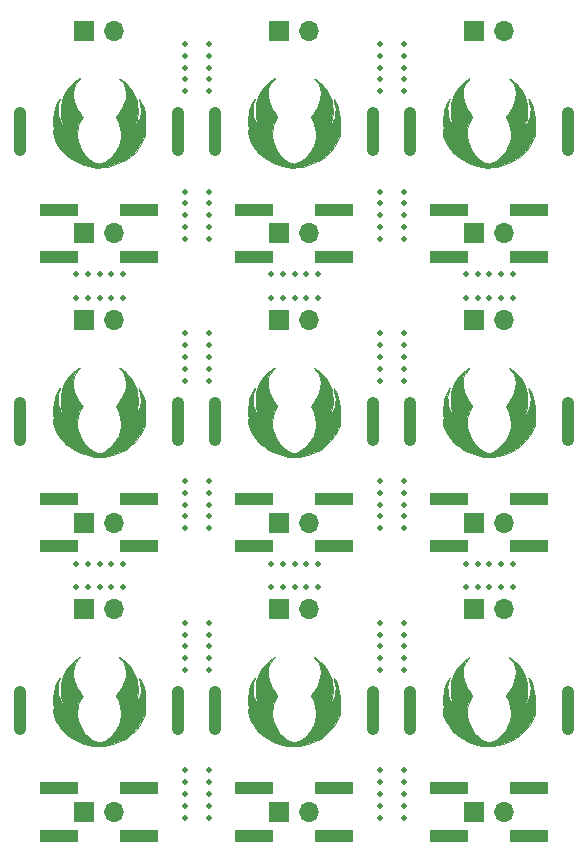
<source format=gbr>
%TF.GenerationSoftware,KiCad,Pcbnew,(6.0.0)*%
%TF.CreationDate,2021-12-29T03:16:53-05:00*%
%TF.ProjectId,panel,70616e65-6c2e-46b6-9963-61645f706362,rev?*%
%TF.SameCoordinates,Original*%
%TF.FileFunction,Soldermask,Top*%
%TF.FilePolarity,Negative*%
%FSLAX46Y46*%
G04 Gerber Fmt 4.6, Leading zero omitted, Abs format (unit mm)*
G04 Created by KiCad (PCBNEW (6.0.0)) date 2021-12-29 03:16:53*
%MOMM*%
%LPD*%
G01*
G04 APERTURE LIST*
%ADD10C,1.000000*%
%ADD11C,0.010000*%
%ADD12C,0.500000*%
%ADD13R,1.700000X1.700000*%
%ADD14O,1.700000X1.700000*%
%ADD15R,3.200000X1.000000*%
G04 APERTURE END LIST*
D10*
X56649997Y-50749997D02*
X56649997Y-47609997D01*
X73150004Y-50749997D02*
X73150004Y-47609997D01*
X56649997Y-75250004D02*
X56649997Y-72110004D01*
X89650011Y-50749997D02*
X89650011Y-47609997D01*
X73150004Y-75250004D02*
X73150004Y-72110004D01*
X73150004Y-99750011D02*
X73150004Y-96610011D01*
X89650011Y-99750011D02*
X89650011Y-96610011D01*
X56649997Y-99750011D02*
X56649997Y-96610011D01*
X89650011Y-75250004D02*
X89650011Y-72110004D01*
X43249997Y-50749997D02*
X43249997Y-47609997D01*
X59750004Y-50749997D02*
X59750004Y-47609997D01*
X43249997Y-75250004D02*
X43249997Y-72110004D01*
X76250011Y-50749997D02*
X76250011Y-47609997D01*
X59750004Y-75250004D02*
X59750004Y-72110004D01*
X76250011Y-99750011D02*
X76250011Y-96610011D01*
X59750004Y-99750011D02*
X59750004Y-96610011D01*
X76250011Y-75250004D02*
X76250011Y-72110004D01*
X43249997Y-99750011D02*
X43249997Y-96610011D01*
D11*
%TO.C,G\u002A\u002A\u002A*%
X48307074Y-44674407D02*
X48252735Y-44747441D01*
X48252735Y-44747441D02*
X48162240Y-44850472D01*
X48162240Y-44850472D02*
X48153662Y-44859682D01*
X48153662Y-44859682D02*
X47931728Y-45154335D01*
X47931728Y-45154335D02*
X47788694Y-45478551D01*
X47788694Y-45478551D02*
X47724655Y-45830941D01*
X47724655Y-45830941D02*
X47739706Y-46210114D01*
X47739706Y-46210114D02*
X47833941Y-46614682D01*
X47833941Y-46614682D02*
X48005156Y-47038497D01*
X48005156Y-47038497D02*
X48108764Y-47234809D01*
X48108764Y-47234809D02*
X48230969Y-47439619D01*
X48230969Y-47439619D02*
X48347406Y-47612383D01*
X48347406Y-47612383D02*
X48360816Y-47630331D01*
X48360816Y-47630331D02*
X48453692Y-47758388D01*
X48453692Y-47758388D02*
X48521906Y-47863317D01*
X48521906Y-47863317D02*
X48552463Y-47924923D01*
X48552463Y-47924923D02*
X48552997Y-47929023D01*
X48552997Y-47929023D02*
X48529601Y-47989047D01*
X48529601Y-47989047D02*
X48471045Y-48084347D01*
X48471045Y-48084347D02*
X48445840Y-48119790D01*
X48445840Y-48119790D02*
X48363614Y-48264349D01*
X48363614Y-48264349D02*
X48280124Y-48467236D01*
X48280124Y-48467236D02*
X48203773Y-48702665D01*
X48203773Y-48702665D02*
X48142963Y-48944852D01*
X48142963Y-48944852D02*
X48107017Y-49159656D01*
X48107017Y-49159656D02*
X48101606Y-49571333D01*
X48101606Y-49571333D02*
X48173105Y-49988319D01*
X48173105Y-49988319D02*
X48315750Y-50397660D01*
X48315750Y-50397660D02*
X48523778Y-50786400D01*
X48523778Y-50786400D02*
X48791425Y-51141584D01*
X48791425Y-51141584D02*
X49112929Y-51450256D01*
X49112929Y-51450256D02*
X49133320Y-51466628D01*
X49133320Y-51466628D02*
X49390788Y-51660186D01*
X49390788Y-51660186D02*
X49606503Y-51792930D01*
X49606503Y-51792930D02*
X49794527Y-51867715D01*
X49794527Y-51867715D02*
X49968918Y-51887394D01*
X49968918Y-51887394D02*
X50143738Y-51854821D01*
X50143738Y-51854821D02*
X50333046Y-51772848D01*
X50333046Y-51772848D02*
X50415895Y-51726914D01*
X50415895Y-51726914D02*
X50776263Y-51474224D01*
X50776263Y-51474224D02*
X51104591Y-51159210D01*
X51104591Y-51159210D02*
X51387450Y-50798770D01*
X51387450Y-50798770D02*
X51611413Y-50409802D01*
X51611413Y-50409802D02*
X51753049Y-50044164D01*
X51753049Y-50044164D02*
X51820041Y-49683789D01*
X51820041Y-49683789D02*
X51823454Y-49292313D01*
X51823454Y-49292313D02*
X51765928Y-48891399D01*
X51765928Y-48891399D02*
X51650100Y-48502707D01*
X51650100Y-48502707D02*
X51534101Y-48246383D01*
X51534101Y-48246383D02*
X51463240Y-48106716D01*
X51463240Y-48106716D02*
X51411643Y-47994229D01*
X51411643Y-47994229D02*
X51389527Y-47931344D01*
X51389527Y-47931344D02*
X51389330Y-47928676D01*
X51389330Y-47928676D02*
X51413356Y-47877216D01*
X51413356Y-47877216D02*
X51477627Y-47776716D01*
X51477627Y-47776716D02*
X51570433Y-47644990D01*
X51570433Y-47644990D02*
X51618464Y-47580166D01*
X51618464Y-47580166D02*
X51890703Y-47170486D01*
X51890703Y-47170486D02*
X52081808Y-46771013D01*
X52081808Y-46771013D02*
X52193795Y-46375999D01*
X52193795Y-46375999D02*
X52228681Y-45979694D01*
X52228681Y-45979694D02*
X52223989Y-45853164D01*
X52223989Y-45853164D02*
X52165813Y-45489403D01*
X52165813Y-45489403D02*
X52044060Y-45175775D01*
X52044060Y-45175775D02*
X51860758Y-44916676D01*
X51860758Y-44916676D02*
X51738580Y-44802341D01*
X51738580Y-44802341D02*
X51660110Y-44724008D01*
X51660110Y-44724008D02*
X51649460Y-44680718D01*
X51649460Y-44680718D02*
X51702014Y-44683200D01*
X51702014Y-44683200D02*
X51774686Y-44718354D01*
X51774686Y-44718354D02*
X51925266Y-44824078D01*
X51925266Y-44824078D02*
X52105624Y-44977950D01*
X52105624Y-44977950D02*
X52295190Y-45160049D01*
X52295190Y-45160049D02*
X52473397Y-45350452D01*
X52473397Y-45350452D02*
X52619675Y-45529236D01*
X52619675Y-45529236D02*
X52638310Y-45554827D01*
X52638310Y-45554827D02*
X52861196Y-45895747D01*
X52861196Y-45895747D02*
X53024028Y-46218202D01*
X53024028Y-46218202D02*
X53133841Y-46544862D01*
X53133841Y-46544862D02*
X53197669Y-46898399D01*
X53197669Y-46898399D02*
X53222546Y-47301482D01*
X53222546Y-47301482D02*
X53223447Y-47440664D01*
X53223447Y-47440664D02*
X53219173Y-47706415D01*
X53219173Y-47706415D02*
X53205057Y-47917236D01*
X53205057Y-47917236D02*
X53175505Y-48101215D01*
X53175505Y-48101215D02*
X53124919Y-48286437D01*
X53124919Y-48286437D02*
X53047705Y-48500990D01*
X53047705Y-48500990D02*
X52976751Y-48678914D01*
X52976751Y-48678914D02*
X52969799Y-48739420D01*
X52969799Y-48739420D02*
X52988224Y-48752997D01*
X52988224Y-48752997D02*
X53030931Y-48716534D01*
X53030931Y-48716534D02*
X53095253Y-48619124D01*
X53095253Y-48619124D02*
X53172135Y-48478742D01*
X53172135Y-48478742D02*
X53252527Y-48313360D01*
X53252527Y-48313360D02*
X53327375Y-48140950D01*
X53327375Y-48140950D02*
X53387628Y-47979484D01*
X53387628Y-47979484D02*
X53404003Y-47927497D01*
X53404003Y-47927497D02*
X53465420Y-47620291D01*
X53465420Y-47620291D02*
X53481911Y-47289914D01*
X53481911Y-47289914D02*
X53454032Y-46968358D01*
X53454032Y-46968358D02*
X53382391Y-46687740D01*
X53382391Y-46687740D02*
X53327343Y-46524492D01*
X53327343Y-46524492D02*
X53307810Y-46428004D01*
X53307810Y-46428004D02*
X53322771Y-46401385D01*
X53322771Y-46401385D02*
X53371204Y-46447748D01*
X53371204Y-46447748D02*
X53431876Y-46537081D01*
X53431876Y-46537081D02*
X53601679Y-46856874D01*
X53601679Y-46856874D02*
X53723785Y-47200159D01*
X53723785Y-47200159D02*
X53801082Y-47580582D01*
X53801082Y-47580582D02*
X53836459Y-48011786D01*
X53836459Y-48011786D02*
X53835255Y-48442663D01*
X53835255Y-48442663D02*
X53829479Y-48694272D01*
X53829479Y-48694272D02*
X53830993Y-48884233D01*
X53830993Y-48884233D02*
X53839543Y-49005060D01*
X53839543Y-49005060D02*
X53854878Y-49049262D01*
X53854878Y-49049262D02*
X53855634Y-49049331D01*
X53855634Y-49049331D02*
X53875722Y-49086841D01*
X53875722Y-49086841D02*
X53874627Y-49186857D01*
X53874627Y-49186857D02*
X53854876Y-49330603D01*
X53854876Y-49330603D02*
X53818995Y-49499306D01*
X53818995Y-49499306D02*
X53773040Y-49663164D01*
X53773040Y-49663164D02*
X53600543Y-50077774D01*
X53600543Y-50077774D02*
X53354486Y-50481173D01*
X53354486Y-50481173D02*
X53045969Y-50860938D01*
X53045969Y-50860938D02*
X52686091Y-51204642D01*
X52686091Y-51204642D02*
X52285952Y-51499860D01*
X52285952Y-51499860D02*
X51972688Y-51678678D01*
X51972688Y-51678678D02*
X51550591Y-51867297D01*
X51550591Y-51867297D02*
X51112423Y-52020236D01*
X51112423Y-52020236D02*
X50684885Y-52129243D01*
X50684885Y-52129243D02*
X50344322Y-52181735D01*
X50344322Y-52181735D02*
X50121916Y-52202287D01*
X50121916Y-52202287D02*
X49957099Y-52213370D01*
X49957099Y-52213370D02*
X49823326Y-52215006D01*
X49823326Y-52215006D02*
X49694054Y-52207215D01*
X49694054Y-52207215D02*
X49542738Y-52190017D01*
X49542738Y-52190017D02*
X49484330Y-52182398D01*
X49484330Y-52182398D02*
X48976092Y-52079469D01*
X48976092Y-52079469D02*
X48459742Y-51908914D01*
X48459742Y-51908914D02*
X47956750Y-51680639D01*
X47956750Y-51680639D02*
X47488589Y-51404547D01*
X47488589Y-51404547D02*
X47076731Y-51090545D01*
X47076731Y-51090545D02*
X47033010Y-51051602D01*
X47033010Y-51051602D02*
X46725124Y-50725839D01*
X46725124Y-50725839D02*
X46462328Y-50353719D01*
X46462328Y-50353719D02*
X46254992Y-49953891D01*
X46254992Y-49953891D02*
X46113489Y-49545006D01*
X46113489Y-49545006D02*
X46065859Y-49312335D01*
X46065859Y-49312335D02*
X46047089Y-49158156D01*
X46047089Y-49158156D02*
X46048856Y-49067581D01*
X46048856Y-49067581D02*
X46072240Y-49021814D01*
X46072240Y-49021814D02*
X46083009Y-49014356D01*
X46083009Y-49014356D02*
X46109617Y-48983333D01*
X46109617Y-48983333D02*
X46119871Y-48918330D01*
X46119871Y-48918330D02*
X46114223Y-48802794D01*
X46114223Y-48802794D02*
X46093665Y-48624352D01*
X46093665Y-48624352D02*
X46067688Y-48113602D01*
X46067688Y-48113602D02*
X46118729Y-47605613D01*
X46118729Y-47605613D02*
X46183567Y-47319467D01*
X46183567Y-47319467D02*
X46237566Y-47151460D01*
X46237566Y-47151460D02*
X46309409Y-46964299D01*
X46309409Y-46964299D02*
X46390250Y-46777218D01*
X46390250Y-46777218D02*
X46471241Y-46609453D01*
X46471241Y-46609453D02*
X46543534Y-46480235D01*
X46543534Y-46480235D02*
X46598283Y-46408799D01*
X46598283Y-46408799D02*
X46604609Y-46404149D01*
X46604609Y-46404149D02*
X46637326Y-46389196D01*
X46637326Y-46389196D02*
X46642477Y-46410039D01*
X46642477Y-46410039D02*
X46617258Y-46480747D01*
X46617258Y-46480747D02*
X46565461Y-46600486D01*
X46565461Y-46600486D02*
X46486345Y-46862219D01*
X46486345Y-46862219D02*
X46451815Y-47172623D01*
X46451815Y-47172623D02*
X46461182Y-47508826D01*
X46461182Y-47508826D02*
X46513754Y-47847955D01*
X46513754Y-47847955D02*
X46608842Y-48167138D01*
X46608842Y-48167138D02*
X46613077Y-48178038D01*
X46613077Y-48178038D02*
X46672185Y-48310835D01*
X46672185Y-48310835D02*
X46741020Y-48439910D01*
X46741020Y-48439910D02*
X46807616Y-48545823D01*
X46807616Y-48545823D02*
X46860009Y-48609137D01*
X46860009Y-48609137D02*
X46883082Y-48616690D01*
X46883082Y-48616690D02*
X46879277Y-48572236D01*
X46879277Y-48572236D02*
X46856432Y-48467178D01*
X46856432Y-48467178D02*
X46819168Y-48322206D01*
X46819168Y-48322206D02*
X46809260Y-48286169D01*
X46809260Y-48286169D02*
X46749501Y-47992252D01*
X46749501Y-47992252D02*
X46716697Y-47655497D01*
X46716697Y-47655497D02*
X46710836Y-47303589D01*
X46710836Y-47303589D02*
X46731905Y-46964214D01*
X46731905Y-46964214D02*
X46779892Y-46665060D01*
X46779892Y-46665060D02*
X46810039Y-46551664D01*
X46810039Y-46551664D02*
X47005744Y-46061560D01*
X47005744Y-46061560D02*
X47275245Y-45611950D01*
X47275245Y-45611950D02*
X47616308Y-45206075D01*
X47616308Y-45206075D02*
X47937480Y-44916402D01*
X47937480Y-44916402D02*
X48082378Y-44803370D01*
X48082378Y-44803370D02*
X48204313Y-44713633D01*
X48204313Y-44713633D02*
X48287449Y-44658542D01*
X48287449Y-44658542D02*
X48313764Y-44646664D01*
X48313764Y-44646664D02*
X48307074Y-44674407D01*
X48307074Y-44674407D02*
X48307074Y-44674407D01*
G36*
X48307074Y-44674407D02*
G01*
X48252735Y-44747441D01*
X48162240Y-44850472D01*
X48153662Y-44859682D01*
X47931728Y-45154335D01*
X47788694Y-45478551D01*
X47724655Y-45830941D01*
X47739706Y-46210114D01*
X47833941Y-46614682D01*
X48005156Y-47038497D01*
X48108764Y-47234809D01*
X48230969Y-47439619D01*
X48347406Y-47612383D01*
X48360816Y-47630331D01*
X48453692Y-47758388D01*
X48521906Y-47863317D01*
X48552463Y-47924923D01*
X48552997Y-47929023D01*
X48529601Y-47989047D01*
X48471045Y-48084347D01*
X48445840Y-48119790D01*
X48363614Y-48264349D01*
X48280124Y-48467236D01*
X48203773Y-48702665D01*
X48142963Y-48944852D01*
X48107017Y-49159656D01*
X48101606Y-49571333D01*
X48173105Y-49988319D01*
X48315750Y-50397660D01*
X48523778Y-50786400D01*
X48791425Y-51141584D01*
X49112929Y-51450256D01*
X49133320Y-51466628D01*
X49390788Y-51660186D01*
X49606503Y-51792930D01*
X49794527Y-51867715D01*
X49968918Y-51887394D01*
X50143738Y-51854821D01*
X50333046Y-51772848D01*
X50415895Y-51726914D01*
X50776263Y-51474224D01*
X51104591Y-51159210D01*
X51387450Y-50798770D01*
X51611413Y-50409802D01*
X51753049Y-50044164D01*
X51820041Y-49683789D01*
X51823454Y-49292313D01*
X51765928Y-48891399D01*
X51650100Y-48502707D01*
X51534101Y-48246383D01*
X51463240Y-48106716D01*
X51411643Y-47994229D01*
X51389527Y-47931344D01*
X51389330Y-47928676D01*
X51413356Y-47877216D01*
X51477627Y-47776716D01*
X51570433Y-47644990D01*
X51618464Y-47580166D01*
X51890703Y-47170486D01*
X52081808Y-46771013D01*
X52193795Y-46375999D01*
X52228681Y-45979694D01*
X52223989Y-45853164D01*
X52165813Y-45489403D01*
X52044060Y-45175775D01*
X51860758Y-44916676D01*
X51738580Y-44802341D01*
X51660110Y-44724008D01*
X51649460Y-44680718D01*
X51702014Y-44683200D01*
X51774686Y-44718354D01*
X51925266Y-44824078D01*
X52105624Y-44977950D01*
X52295190Y-45160049D01*
X52473397Y-45350452D01*
X52619675Y-45529236D01*
X52638310Y-45554827D01*
X52861196Y-45895747D01*
X53024028Y-46218202D01*
X53133841Y-46544862D01*
X53197669Y-46898399D01*
X53222546Y-47301482D01*
X53223447Y-47440664D01*
X53219173Y-47706415D01*
X53205057Y-47917236D01*
X53175505Y-48101215D01*
X53124919Y-48286437D01*
X53047705Y-48500990D01*
X52976751Y-48678914D01*
X52969799Y-48739420D01*
X52988224Y-48752997D01*
X53030931Y-48716534D01*
X53095253Y-48619124D01*
X53172135Y-48478742D01*
X53252527Y-48313360D01*
X53327375Y-48140950D01*
X53387628Y-47979484D01*
X53404003Y-47927497D01*
X53465420Y-47620291D01*
X53481911Y-47289914D01*
X53454032Y-46968358D01*
X53382391Y-46687740D01*
X53327343Y-46524492D01*
X53307810Y-46428004D01*
X53322771Y-46401385D01*
X53371204Y-46447748D01*
X53431876Y-46537081D01*
X53601679Y-46856874D01*
X53723785Y-47200159D01*
X53801082Y-47580582D01*
X53836459Y-48011786D01*
X53835255Y-48442663D01*
X53829479Y-48694272D01*
X53830993Y-48884233D01*
X53839543Y-49005060D01*
X53854878Y-49049262D01*
X53855634Y-49049331D01*
X53875722Y-49086841D01*
X53874627Y-49186857D01*
X53854876Y-49330603D01*
X53818995Y-49499306D01*
X53773040Y-49663164D01*
X53600543Y-50077774D01*
X53354486Y-50481173D01*
X53045969Y-50860938D01*
X52686091Y-51204642D01*
X52285952Y-51499860D01*
X51972688Y-51678678D01*
X51550591Y-51867297D01*
X51112423Y-52020236D01*
X50684885Y-52129243D01*
X50344322Y-52181735D01*
X50121916Y-52202287D01*
X49957099Y-52213370D01*
X49823326Y-52215006D01*
X49694054Y-52207215D01*
X49542738Y-52190017D01*
X49484330Y-52182398D01*
X48976092Y-52079469D01*
X48459742Y-51908914D01*
X47956750Y-51680639D01*
X47488589Y-51404547D01*
X47076731Y-51090545D01*
X47033010Y-51051602D01*
X46725124Y-50725839D01*
X46462328Y-50353719D01*
X46254992Y-49953891D01*
X46113489Y-49545006D01*
X46065859Y-49312335D01*
X46047089Y-49158156D01*
X46048856Y-49067581D01*
X46072240Y-49021814D01*
X46083009Y-49014356D01*
X46109617Y-48983333D01*
X46119871Y-48918330D01*
X46114223Y-48802794D01*
X46093665Y-48624352D01*
X46067688Y-48113602D01*
X46118729Y-47605613D01*
X46183567Y-47319467D01*
X46237566Y-47151460D01*
X46309409Y-46964299D01*
X46390250Y-46777218D01*
X46471241Y-46609453D01*
X46543534Y-46480235D01*
X46598283Y-46408799D01*
X46604609Y-46404149D01*
X46637326Y-46389196D01*
X46642477Y-46410039D01*
X46617258Y-46480747D01*
X46565461Y-46600486D01*
X46486345Y-46862219D01*
X46451815Y-47172623D01*
X46461182Y-47508826D01*
X46513754Y-47847955D01*
X46608842Y-48167138D01*
X46613077Y-48178038D01*
X46672185Y-48310835D01*
X46741020Y-48439910D01*
X46807616Y-48545823D01*
X46860009Y-48609137D01*
X46883082Y-48616690D01*
X46879277Y-48572236D01*
X46856432Y-48467178D01*
X46819168Y-48322206D01*
X46809260Y-48286169D01*
X46749501Y-47992252D01*
X46716697Y-47655497D01*
X46710836Y-47303589D01*
X46731905Y-46964214D01*
X46779892Y-46665060D01*
X46810039Y-46551664D01*
X47005744Y-46061560D01*
X47275245Y-45611950D01*
X47616308Y-45206075D01*
X47937480Y-44916402D01*
X48082378Y-44803370D01*
X48204313Y-44713633D01*
X48287449Y-44658542D01*
X48313764Y-44646664D01*
X48307074Y-44674407D01*
G37*
X48307074Y-44674407D02*
X48252735Y-44747441D01*
X48162240Y-44850472D01*
X48153662Y-44859682D01*
X47931728Y-45154335D01*
X47788694Y-45478551D01*
X47724655Y-45830941D01*
X47739706Y-46210114D01*
X47833941Y-46614682D01*
X48005156Y-47038497D01*
X48108764Y-47234809D01*
X48230969Y-47439619D01*
X48347406Y-47612383D01*
X48360816Y-47630331D01*
X48453692Y-47758388D01*
X48521906Y-47863317D01*
X48552463Y-47924923D01*
X48552997Y-47929023D01*
X48529601Y-47989047D01*
X48471045Y-48084347D01*
X48445840Y-48119790D01*
X48363614Y-48264349D01*
X48280124Y-48467236D01*
X48203773Y-48702665D01*
X48142963Y-48944852D01*
X48107017Y-49159656D01*
X48101606Y-49571333D01*
X48173105Y-49988319D01*
X48315750Y-50397660D01*
X48523778Y-50786400D01*
X48791425Y-51141584D01*
X49112929Y-51450256D01*
X49133320Y-51466628D01*
X49390788Y-51660186D01*
X49606503Y-51792930D01*
X49794527Y-51867715D01*
X49968918Y-51887394D01*
X50143738Y-51854821D01*
X50333046Y-51772848D01*
X50415895Y-51726914D01*
X50776263Y-51474224D01*
X51104591Y-51159210D01*
X51387450Y-50798770D01*
X51611413Y-50409802D01*
X51753049Y-50044164D01*
X51820041Y-49683789D01*
X51823454Y-49292313D01*
X51765928Y-48891399D01*
X51650100Y-48502707D01*
X51534101Y-48246383D01*
X51463240Y-48106716D01*
X51411643Y-47994229D01*
X51389527Y-47931344D01*
X51389330Y-47928676D01*
X51413356Y-47877216D01*
X51477627Y-47776716D01*
X51570433Y-47644990D01*
X51618464Y-47580166D01*
X51890703Y-47170486D01*
X52081808Y-46771013D01*
X52193795Y-46375999D01*
X52228681Y-45979694D01*
X52223989Y-45853164D01*
X52165813Y-45489403D01*
X52044060Y-45175775D01*
X51860758Y-44916676D01*
X51738580Y-44802341D01*
X51660110Y-44724008D01*
X51649460Y-44680718D01*
X51702014Y-44683200D01*
X51774686Y-44718354D01*
X51925266Y-44824078D01*
X52105624Y-44977950D01*
X52295190Y-45160049D01*
X52473397Y-45350452D01*
X52619675Y-45529236D01*
X52638310Y-45554827D01*
X52861196Y-45895747D01*
X53024028Y-46218202D01*
X53133841Y-46544862D01*
X53197669Y-46898399D01*
X53222546Y-47301482D01*
X53223447Y-47440664D01*
X53219173Y-47706415D01*
X53205057Y-47917236D01*
X53175505Y-48101215D01*
X53124919Y-48286437D01*
X53047705Y-48500990D01*
X52976751Y-48678914D01*
X52969799Y-48739420D01*
X52988224Y-48752997D01*
X53030931Y-48716534D01*
X53095253Y-48619124D01*
X53172135Y-48478742D01*
X53252527Y-48313360D01*
X53327375Y-48140950D01*
X53387628Y-47979484D01*
X53404003Y-47927497D01*
X53465420Y-47620291D01*
X53481911Y-47289914D01*
X53454032Y-46968358D01*
X53382391Y-46687740D01*
X53327343Y-46524492D01*
X53307810Y-46428004D01*
X53322771Y-46401385D01*
X53371204Y-46447748D01*
X53431876Y-46537081D01*
X53601679Y-46856874D01*
X53723785Y-47200159D01*
X53801082Y-47580582D01*
X53836459Y-48011786D01*
X53835255Y-48442663D01*
X53829479Y-48694272D01*
X53830993Y-48884233D01*
X53839543Y-49005060D01*
X53854878Y-49049262D01*
X53855634Y-49049331D01*
X53875722Y-49086841D01*
X53874627Y-49186857D01*
X53854876Y-49330603D01*
X53818995Y-49499306D01*
X53773040Y-49663164D01*
X53600543Y-50077774D01*
X53354486Y-50481173D01*
X53045969Y-50860938D01*
X52686091Y-51204642D01*
X52285952Y-51499860D01*
X51972688Y-51678678D01*
X51550591Y-51867297D01*
X51112423Y-52020236D01*
X50684885Y-52129243D01*
X50344322Y-52181735D01*
X50121916Y-52202287D01*
X49957099Y-52213370D01*
X49823326Y-52215006D01*
X49694054Y-52207215D01*
X49542738Y-52190017D01*
X49484330Y-52182398D01*
X48976092Y-52079469D01*
X48459742Y-51908914D01*
X47956750Y-51680639D01*
X47488589Y-51404547D01*
X47076731Y-51090545D01*
X47033010Y-51051602D01*
X46725124Y-50725839D01*
X46462328Y-50353719D01*
X46254992Y-49953891D01*
X46113489Y-49545006D01*
X46065859Y-49312335D01*
X46047089Y-49158156D01*
X46048856Y-49067581D01*
X46072240Y-49021814D01*
X46083009Y-49014356D01*
X46109617Y-48983333D01*
X46119871Y-48918330D01*
X46114223Y-48802794D01*
X46093665Y-48624352D01*
X46067688Y-48113602D01*
X46118729Y-47605613D01*
X46183567Y-47319467D01*
X46237566Y-47151460D01*
X46309409Y-46964299D01*
X46390250Y-46777218D01*
X46471241Y-46609453D01*
X46543534Y-46480235D01*
X46598283Y-46408799D01*
X46604609Y-46404149D01*
X46637326Y-46389196D01*
X46642477Y-46410039D01*
X46617258Y-46480747D01*
X46565461Y-46600486D01*
X46486345Y-46862219D01*
X46451815Y-47172623D01*
X46461182Y-47508826D01*
X46513754Y-47847955D01*
X46608842Y-48167138D01*
X46613077Y-48178038D01*
X46672185Y-48310835D01*
X46741020Y-48439910D01*
X46807616Y-48545823D01*
X46860009Y-48609137D01*
X46883082Y-48616690D01*
X46879277Y-48572236D01*
X46856432Y-48467178D01*
X46819168Y-48322206D01*
X46809260Y-48286169D01*
X46749501Y-47992252D01*
X46716697Y-47655497D01*
X46710836Y-47303589D01*
X46731905Y-46964214D01*
X46779892Y-46665060D01*
X46810039Y-46551664D01*
X47005744Y-46061560D01*
X47275245Y-45611950D01*
X47616308Y-45206075D01*
X47937480Y-44916402D01*
X48082378Y-44803370D01*
X48204313Y-44713633D01*
X48287449Y-44658542D01*
X48313764Y-44646664D01*
X48307074Y-44674407D01*
X81307088Y-69174414D02*
X81252749Y-69247448D01*
X81252749Y-69247448D02*
X81162254Y-69350479D01*
X81162254Y-69350479D02*
X81153676Y-69359689D01*
X81153676Y-69359689D02*
X80931742Y-69654342D01*
X80931742Y-69654342D02*
X80788708Y-69978558D01*
X80788708Y-69978558D02*
X80724669Y-70330948D01*
X80724669Y-70330948D02*
X80739720Y-70710121D01*
X80739720Y-70710121D02*
X80833955Y-71114689D01*
X80833955Y-71114689D02*
X81005170Y-71538504D01*
X81005170Y-71538504D02*
X81108778Y-71734816D01*
X81108778Y-71734816D02*
X81230983Y-71939626D01*
X81230983Y-71939626D02*
X81347420Y-72112390D01*
X81347420Y-72112390D02*
X81360830Y-72130338D01*
X81360830Y-72130338D02*
X81453706Y-72258395D01*
X81453706Y-72258395D02*
X81521920Y-72363324D01*
X81521920Y-72363324D02*
X81552477Y-72424930D01*
X81552477Y-72424930D02*
X81553011Y-72429030D01*
X81553011Y-72429030D02*
X81529615Y-72489054D01*
X81529615Y-72489054D02*
X81471059Y-72584354D01*
X81471059Y-72584354D02*
X81445854Y-72619797D01*
X81445854Y-72619797D02*
X81363628Y-72764356D01*
X81363628Y-72764356D02*
X81280138Y-72967243D01*
X81280138Y-72967243D02*
X81203787Y-73202672D01*
X81203787Y-73202672D02*
X81142977Y-73444859D01*
X81142977Y-73444859D02*
X81107031Y-73659663D01*
X81107031Y-73659663D02*
X81101620Y-74071340D01*
X81101620Y-74071340D02*
X81173119Y-74488326D01*
X81173119Y-74488326D02*
X81315764Y-74897667D01*
X81315764Y-74897667D02*
X81523792Y-75286407D01*
X81523792Y-75286407D02*
X81791439Y-75641591D01*
X81791439Y-75641591D02*
X82112943Y-75950263D01*
X82112943Y-75950263D02*
X82133334Y-75966635D01*
X82133334Y-75966635D02*
X82390802Y-76160193D01*
X82390802Y-76160193D02*
X82606517Y-76292937D01*
X82606517Y-76292937D02*
X82794541Y-76367722D01*
X82794541Y-76367722D02*
X82968932Y-76387401D01*
X82968932Y-76387401D02*
X83143752Y-76354828D01*
X83143752Y-76354828D02*
X83333060Y-76272855D01*
X83333060Y-76272855D02*
X83415909Y-76226921D01*
X83415909Y-76226921D02*
X83776277Y-75974231D01*
X83776277Y-75974231D02*
X84104605Y-75659217D01*
X84104605Y-75659217D02*
X84387464Y-75298777D01*
X84387464Y-75298777D02*
X84611427Y-74909809D01*
X84611427Y-74909809D02*
X84753063Y-74544171D01*
X84753063Y-74544171D02*
X84820055Y-74183796D01*
X84820055Y-74183796D02*
X84823468Y-73792320D01*
X84823468Y-73792320D02*
X84765942Y-73391406D01*
X84765942Y-73391406D02*
X84650114Y-73002714D01*
X84650114Y-73002714D02*
X84534115Y-72746390D01*
X84534115Y-72746390D02*
X84463254Y-72606723D01*
X84463254Y-72606723D02*
X84411657Y-72494236D01*
X84411657Y-72494236D02*
X84389541Y-72431351D01*
X84389541Y-72431351D02*
X84389344Y-72428683D01*
X84389344Y-72428683D02*
X84413370Y-72377223D01*
X84413370Y-72377223D02*
X84477641Y-72276723D01*
X84477641Y-72276723D02*
X84570447Y-72144997D01*
X84570447Y-72144997D02*
X84618478Y-72080173D01*
X84618478Y-72080173D02*
X84890717Y-71670493D01*
X84890717Y-71670493D02*
X85081822Y-71271020D01*
X85081822Y-71271020D02*
X85193809Y-70876006D01*
X85193809Y-70876006D02*
X85228695Y-70479701D01*
X85228695Y-70479701D02*
X85224003Y-70353171D01*
X85224003Y-70353171D02*
X85165827Y-69989410D01*
X85165827Y-69989410D02*
X85044074Y-69675782D01*
X85044074Y-69675782D02*
X84860772Y-69416683D01*
X84860772Y-69416683D02*
X84738594Y-69302348D01*
X84738594Y-69302348D02*
X84660124Y-69224015D01*
X84660124Y-69224015D02*
X84649474Y-69180725D01*
X84649474Y-69180725D02*
X84702028Y-69183207D01*
X84702028Y-69183207D02*
X84774700Y-69218361D01*
X84774700Y-69218361D02*
X84925280Y-69324085D01*
X84925280Y-69324085D02*
X85105638Y-69477957D01*
X85105638Y-69477957D02*
X85295204Y-69660056D01*
X85295204Y-69660056D02*
X85473411Y-69850459D01*
X85473411Y-69850459D02*
X85619689Y-70029243D01*
X85619689Y-70029243D02*
X85638324Y-70054834D01*
X85638324Y-70054834D02*
X85861210Y-70395754D01*
X85861210Y-70395754D02*
X86024042Y-70718209D01*
X86024042Y-70718209D02*
X86133855Y-71044869D01*
X86133855Y-71044869D02*
X86197683Y-71398406D01*
X86197683Y-71398406D02*
X86222560Y-71801489D01*
X86222560Y-71801489D02*
X86223461Y-71940671D01*
X86223461Y-71940671D02*
X86219187Y-72206422D01*
X86219187Y-72206422D02*
X86205071Y-72417243D01*
X86205071Y-72417243D02*
X86175519Y-72601222D01*
X86175519Y-72601222D02*
X86124933Y-72786444D01*
X86124933Y-72786444D02*
X86047719Y-73000997D01*
X86047719Y-73000997D02*
X85976765Y-73178921D01*
X85976765Y-73178921D02*
X85969813Y-73239427D01*
X85969813Y-73239427D02*
X85988238Y-73253004D01*
X85988238Y-73253004D02*
X86030945Y-73216541D01*
X86030945Y-73216541D02*
X86095267Y-73119131D01*
X86095267Y-73119131D02*
X86172149Y-72978749D01*
X86172149Y-72978749D02*
X86252541Y-72813367D01*
X86252541Y-72813367D02*
X86327389Y-72640957D01*
X86327389Y-72640957D02*
X86387642Y-72479491D01*
X86387642Y-72479491D02*
X86404017Y-72427504D01*
X86404017Y-72427504D02*
X86465434Y-72120298D01*
X86465434Y-72120298D02*
X86481925Y-71789921D01*
X86481925Y-71789921D02*
X86454046Y-71468365D01*
X86454046Y-71468365D02*
X86382405Y-71187747D01*
X86382405Y-71187747D02*
X86327357Y-71024499D01*
X86327357Y-71024499D02*
X86307824Y-70928011D01*
X86307824Y-70928011D02*
X86322785Y-70901392D01*
X86322785Y-70901392D02*
X86371218Y-70947755D01*
X86371218Y-70947755D02*
X86431890Y-71037088D01*
X86431890Y-71037088D02*
X86601693Y-71356881D01*
X86601693Y-71356881D02*
X86723799Y-71700166D01*
X86723799Y-71700166D02*
X86801096Y-72080589D01*
X86801096Y-72080589D02*
X86836473Y-72511793D01*
X86836473Y-72511793D02*
X86835269Y-72942670D01*
X86835269Y-72942670D02*
X86829493Y-73194279D01*
X86829493Y-73194279D02*
X86831007Y-73384240D01*
X86831007Y-73384240D02*
X86839557Y-73505067D01*
X86839557Y-73505067D02*
X86854892Y-73549269D01*
X86854892Y-73549269D02*
X86855648Y-73549338D01*
X86855648Y-73549338D02*
X86875736Y-73586848D01*
X86875736Y-73586848D02*
X86874641Y-73686864D01*
X86874641Y-73686864D02*
X86854890Y-73830610D01*
X86854890Y-73830610D02*
X86819009Y-73999313D01*
X86819009Y-73999313D02*
X86773054Y-74163171D01*
X86773054Y-74163171D02*
X86600557Y-74577781D01*
X86600557Y-74577781D02*
X86354500Y-74981180D01*
X86354500Y-74981180D02*
X86045983Y-75360945D01*
X86045983Y-75360945D02*
X85686105Y-75704649D01*
X85686105Y-75704649D02*
X85285966Y-75999867D01*
X85285966Y-75999867D02*
X84972702Y-76178685D01*
X84972702Y-76178685D02*
X84550605Y-76367304D01*
X84550605Y-76367304D02*
X84112437Y-76520243D01*
X84112437Y-76520243D02*
X83684899Y-76629250D01*
X83684899Y-76629250D02*
X83344336Y-76681742D01*
X83344336Y-76681742D02*
X83121930Y-76702294D01*
X83121930Y-76702294D02*
X82957113Y-76713377D01*
X82957113Y-76713377D02*
X82823340Y-76715013D01*
X82823340Y-76715013D02*
X82694068Y-76707222D01*
X82694068Y-76707222D02*
X82542752Y-76690024D01*
X82542752Y-76690024D02*
X82484344Y-76682405D01*
X82484344Y-76682405D02*
X81976106Y-76579476D01*
X81976106Y-76579476D02*
X81459756Y-76408921D01*
X81459756Y-76408921D02*
X80956764Y-76180646D01*
X80956764Y-76180646D02*
X80488603Y-75904554D01*
X80488603Y-75904554D02*
X80076745Y-75590552D01*
X80076745Y-75590552D02*
X80033024Y-75551609D01*
X80033024Y-75551609D02*
X79725138Y-75225846D01*
X79725138Y-75225846D02*
X79462342Y-74853726D01*
X79462342Y-74853726D02*
X79255006Y-74453898D01*
X79255006Y-74453898D02*
X79113503Y-74045013D01*
X79113503Y-74045013D02*
X79065873Y-73812342D01*
X79065873Y-73812342D02*
X79047103Y-73658163D01*
X79047103Y-73658163D02*
X79048870Y-73567588D01*
X79048870Y-73567588D02*
X79072254Y-73521821D01*
X79072254Y-73521821D02*
X79083023Y-73514363D01*
X79083023Y-73514363D02*
X79109631Y-73483340D01*
X79109631Y-73483340D02*
X79119885Y-73418337D01*
X79119885Y-73418337D02*
X79114237Y-73302801D01*
X79114237Y-73302801D02*
X79093679Y-73124359D01*
X79093679Y-73124359D02*
X79067702Y-72613609D01*
X79067702Y-72613609D02*
X79118743Y-72105620D01*
X79118743Y-72105620D02*
X79183581Y-71819474D01*
X79183581Y-71819474D02*
X79237580Y-71651467D01*
X79237580Y-71651467D02*
X79309423Y-71464306D01*
X79309423Y-71464306D02*
X79390264Y-71277225D01*
X79390264Y-71277225D02*
X79471255Y-71109460D01*
X79471255Y-71109460D02*
X79543548Y-70980242D01*
X79543548Y-70980242D02*
X79598297Y-70908806D01*
X79598297Y-70908806D02*
X79604623Y-70904156D01*
X79604623Y-70904156D02*
X79637340Y-70889203D01*
X79637340Y-70889203D02*
X79642491Y-70910046D01*
X79642491Y-70910046D02*
X79617272Y-70980754D01*
X79617272Y-70980754D02*
X79565475Y-71100493D01*
X79565475Y-71100493D02*
X79486359Y-71362226D01*
X79486359Y-71362226D02*
X79451829Y-71672630D01*
X79451829Y-71672630D02*
X79461196Y-72008833D01*
X79461196Y-72008833D02*
X79513768Y-72347962D01*
X79513768Y-72347962D02*
X79608856Y-72667145D01*
X79608856Y-72667145D02*
X79613091Y-72678045D01*
X79613091Y-72678045D02*
X79672199Y-72810842D01*
X79672199Y-72810842D02*
X79741034Y-72939917D01*
X79741034Y-72939917D02*
X79807630Y-73045830D01*
X79807630Y-73045830D02*
X79860023Y-73109144D01*
X79860023Y-73109144D02*
X79883096Y-73116697D01*
X79883096Y-73116697D02*
X79879291Y-73072243D01*
X79879291Y-73072243D02*
X79856446Y-72967185D01*
X79856446Y-72967185D02*
X79819182Y-72822213D01*
X79819182Y-72822213D02*
X79809274Y-72786176D01*
X79809274Y-72786176D02*
X79749515Y-72492259D01*
X79749515Y-72492259D02*
X79716711Y-72155504D01*
X79716711Y-72155504D02*
X79710850Y-71803596D01*
X79710850Y-71803596D02*
X79731919Y-71464221D01*
X79731919Y-71464221D02*
X79779906Y-71165067D01*
X79779906Y-71165067D02*
X79810053Y-71051671D01*
X79810053Y-71051671D02*
X80005758Y-70561567D01*
X80005758Y-70561567D02*
X80275259Y-70111957D01*
X80275259Y-70111957D02*
X80616322Y-69706082D01*
X80616322Y-69706082D02*
X80937494Y-69416409D01*
X80937494Y-69416409D02*
X81082392Y-69303377D01*
X81082392Y-69303377D02*
X81204327Y-69213640D01*
X81204327Y-69213640D02*
X81287463Y-69158549D01*
X81287463Y-69158549D02*
X81313778Y-69146671D01*
X81313778Y-69146671D02*
X81307088Y-69174414D01*
X81307088Y-69174414D02*
X81307088Y-69174414D01*
G36*
X81307088Y-69174414D02*
G01*
X81252749Y-69247448D01*
X81162254Y-69350479D01*
X81153676Y-69359689D01*
X80931742Y-69654342D01*
X80788708Y-69978558D01*
X80724669Y-70330948D01*
X80739720Y-70710121D01*
X80833955Y-71114689D01*
X81005170Y-71538504D01*
X81108778Y-71734816D01*
X81230983Y-71939626D01*
X81347420Y-72112390D01*
X81360830Y-72130338D01*
X81453706Y-72258395D01*
X81521920Y-72363324D01*
X81552477Y-72424930D01*
X81553011Y-72429030D01*
X81529615Y-72489054D01*
X81471059Y-72584354D01*
X81445854Y-72619797D01*
X81363628Y-72764356D01*
X81280138Y-72967243D01*
X81203787Y-73202672D01*
X81142977Y-73444859D01*
X81107031Y-73659663D01*
X81101620Y-74071340D01*
X81173119Y-74488326D01*
X81315764Y-74897667D01*
X81523792Y-75286407D01*
X81791439Y-75641591D01*
X82112943Y-75950263D01*
X82133334Y-75966635D01*
X82390802Y-76160193D01*
X82606517Y-76292937D01*
X82794541Y-76367722D01*
X82968932Y-76387401D01*
X83143752Y-76354828D01*
X83333060Y-76272855D01*
X83415909Y-76226921D01*
X83776277Y-75974231D01*
X84104605Y-75659217D01*
X84387464Y-75298777D01*
X84611427Y-74909809D01*
X84753063Y-74544171D01*
X84820055Y-74183796D01*
X84823468Y-73792320D01*
X84765942Y-73391406D01*
X84650114Y-73002714D01*
X84534115Y-72746390D01*
X84463254Y-72606723D01*
X84411657Y-72494236D01*
X84389541Y-72431351D01*
X84389344Y-72428683D01*
X84413370Y-72377223D01*
X84477641Y-72276723D01*
X84570447Y-72144997D01*
X84618478Y-72080173D01*
X84890717Y-71670493D01*
X85081822Y-71271020D01*
X85193809Y-70876006D01*
X85228695Y-70479701D01*
X85224003Y-70353171D01*
X85165827Y-69989410D01*
X85044074Y-69675782D01*
X84860772Y-69416683D01*
X84738594Y-69302348D01*
X84660124Y-69224015D01*
X84649474Y-69180725D01*
X84702028Y-69183207D01*
X84774700Y-69218361D01*
X84925280Y-69324085D01*
X85105638Y-69477957D01*
X85295204Y-69660056D01*
X85473411Y-69850459D01*
X85619689Y-70029243D01*
X85638324Y-70054834D01*
X85861210Y-70395754D01*
X86024042Y-70718209D01*
X86133855Y-71044869D01*
X86197683Y-71398406D01*
X86222560Y-71801489D01*
X86223461Y-71940671D01*
X86219187Y-72206422D01*
X86205071Y-72417243D01*
X86175519Y-72601222D01*
X86124933Y-72786444D01*
X86047719Y-73000997D01*
X85976765Y-73178921D01*
X85969813Y-73239427D01*
X85988238Y-73253004D01*
X86030945Y-73216541D01*
X86095267Y-73119131D01*
X86172149Y-72978749D01*
X86252541Y-72813367D01*
X86327389Y-72640957D01*
X86387642Y-72479491D01*
X86404017Y-72427504D01*
X86465434Y-72120298D01*
X86481925Y-71789921D01*
X86454046Y-71468365D01*
X86382405Y-71187747D01*
X86327357Y-71024499D01*
X86307824Y-70928011D01*
X86322785Y-70901392D01*
X86371218Y-70947755D01*
X86431890Y-71037088D01*
X86601693Y-71356881D01*
X86723799Y-71700166D01*
X86801096Y-72080589D01*
X86836473Y-72511793D01*
X86835269Y-72942670D01*
X86829493Y-73194279D01*
X86831007Y-73384240D01*
X86839557Y-73505067D01*
X86854892Y-73549269D01*
X86855648Y-73549338D01*
X86875736Y-73586848D01*
X86874641Y-73686864D01*
X86854890Y-73830610D01*
X86819009Y-73999313D01*
X86773054Y-74163171D01*
X86600557Y-74577781D01*
X86354500Y-74981180D01*
X86045983Y-75360945D01*
X85686105Y-75704649D01*
X85285966Y-75999867D01*
X84972702Y-76178685D01*
X84550605Y-76367304D01*
X84112437Y-76520243D01*
X83684899Y-76629250D01*
X83344336Y-76681742D01*
X83121930Y-76702294D01*
X82957113Y-76713377D01*
X82823340Y-76715013D01*
X82694068Y-76707222D01*
X82542752Y-76690024D01*
X82484344Y-76682405D01*
X81976106Y-76579476D01*
X81459756Y-76408921D01*
X80956764Y-76180646D01*
X80488603Y-75904554D01*
X80076745Y-75590552D01*
X80033024Y-75551609D01*
X79725138Y-75225846D01*
X79462342Y-74853726D01*
X79255006Y-74453898D01*
X79113503Y-74045013D01*
X79065873Y-73812342D01*
X79047103Y-73658163D01*
X79048870Y-73567588D01*
X79072254Y-73521821D01*
X79083023Y-73514363D01*
X79109631Y-73483340D01*
X79119885Y-73418337D01*
X79114237Y-73302801D01*
X79093679Y-73124359D01*
X79067702Y-72613609D01*
X79118743Y-72105620D01*
X79183581Y-71819474D01*
X79237580Y-71651467D01*
X79309423Y-71464306D01*
X79390264Y-71277225D01*
X79471255Y-71109460D01*
X79543548Y-70980242D01*
X79598297Y-70908806D01*
X79604623Y-70904156D01*
X79637340Y-70889203D01*
X79642491Y-70910046D01*
X79617272Y-70980754D01*
X79565475Y-71100493D01*
X79486359Y-71362226D01*
X79451829Y-71672630D01*
X79461196Y-72008833D01*
X79513768Y-72347962D01*
X79608856Y-72667145D01*
X79613091Y-72678045D01*
X79672199Y-72810842D01*
X79741034Y-72939917D01*
X79807630Y-73045830D01*
X79860023Y-73109144D01*
X79883096Y-73116697D01*
X79879291Y-73072243D01*
X79856446Y-72967185D01*
X79819182Y-72822213D01*
X79809274Y-72786176D01*
X79749515Y-72492259D01*
X79716711Y-72155504D01*
X79710850Y-71803596D01*
X79731919Y-71464221D01*
X79779906Y-71165067D01*
X79810053Y-71051671D01*
X80005758Y-70561567D01*
X80275259Y-70111957D01*
X80616322Y-69706082D01*
X80937494Y-69416409D01*
X81082392Y-69303377D01*
X81204327Y-69213640D01*
X81287463Y-69158549D01*
X81313778Y-69146671D01*
X81307088Y-69174414D01*
G37*
X81307088Y-69174414D02*
X81252749Y-69247448D01*
X81162254Y-69350479D01*
X81153676Y-69359689D01*
X80931742Y-69654342D01*
X80788708Y-69978558D01*
X80724669Y-70330948D01*
X80739720Y-70710121D01*
X80833955Y-71114689D01*
X81005170Y-71538504D01*
X81108778Y-71734816D01*
X81230983Y-71939626D01*
X81347420Y-72112390D01*
X81360830Y-72130338D01*
X81453706Y-72258395D01*
X81521920Y-72363324D01*
X81552477Y-72424930D01*
X81553011Y-72429030D01*
X81529615Y-72489054D01*
X81471059Y-72584354D01*
X81445854Y-72619797D01*
X81363628Y-72764356D01*
X81280138Y-72967243D01*
X81203787Y-73202672D01*
X81142977Y-73444859D01*
X81107031Y-73659663D01*
X81101620Y-74071340D01*
X81173119Y-74488326D01*
X81315764Y-74897667D01*
X81523792Y-75286407D01*
X81791439Y-75641591D01*
X82112943Y-75950263D01*
X82133334Y-75966635D01*
X82390802Y-76160193D01*
X82606517Y-76292937D01*
X82794541Y-76367722D01*
X82968932Y-76387401D01*
X83143752Y-76354828D01*
X83333060Y-76272855D01*
X83415909Y-76226921D01*
X83776277Y-75974231D01*
X84104605Y-75659217D01*
X84387464Y-75298777D01*
X84611427Y-74909809D01*
X84753063Y-74544171D01*
X84820055Y-74183796D01*
X84823468Y-73792320D01*
X84765942Y-73391406D01*
X84650114Y-73002714D01*
X84534115Y-72746390D01*
X84463254Y-72606723D01*
X84411657Y-72494236D01*
X84389541Y-72431351D01*
X84389344Y-72428683D01*
X84413370Y-72377223D01*
X84477641Y-72276723D01*
X84570447Y-72144997D01*
X84618478Y-72080173D01*
X84890717Y-71670493D01*
X85081822Y-71271020D01*
X85193809Y-70876006D01*
X85228695Y-70479701D01*
X85224003Y-70353171D01*
X85165827Y-69989410D01*
X85044074Y-69675782D01*
X84860772Y-69416683D01*
X84738594Y-69302348D01*
X84660124Y-69224015D01*
X84649474Y-69180725D01*
X84702028Y-69183207D01*
X84774700Y-69218361D01*
X84925280Y-69324085D01*
X85105638Y-69477957D01*
X85295204Y-69660056D01*
X85473411Y-69850459D01*
X85619689Y-70029243D01*
X85638324Y-70054834D01*
X85861210Y-70395754D01*
X86024042Y-70718209D01*
X86133855Y-71044869D01*
X86197683Y-71398406D01*
X86222560Y-71801489D01*
X86223461Y-71940671D01*
X86219187Y-72206422D01*
X86205071Y-72417243D01*
X86175519Y-72601222D01*
X86124933Y-72786444D01*
X86047719Y-73000997D01*
X85976765Y-73178921D01*
X85969813Y-73239427D01*
X85988238Y-73253004D01*
X86030945Y-73216541D01*
X86095267Y-73119131D01*
X86172149Y-72978749D01*
X86252541Y-72813367D01*
X86327389Y-72640957D01*
X86387642Y-72479491D01*
X86404017Y-72427504D01*
X86465434Y-72120298D01*
X86481925Y-71789921D01*
X86454046Y-71468365D01*
X86382405Y-71187747D01*
X86327357Y-71024499D01*
X86307824Y-70928011D01*
X86322785Y-70901392D01*
X86371218Y-70947755D01*
X86431890Y-71037088D01*
X86601693Y-71356881D01*
X86723799Y-71700166D01*
X86801096Y-72080589D01*
X86836473Y-72511793D01*
X86835269Y-72942670D01*
X86829493Y-73194279D01*
X86831007Y-73384240D01*
X86839557Y-73505067D01*
X86854892Y-73549269D01*
X86855648Y-73549338D01*
X86875736Y-73586848D01*
X86874641Y-73686864D01*
X86854890Y-73830610D01*
X86819009Y-73999313D01*
X86773054Y-74163171D01*
X86600557Y-74577781D01*
X86354500Y-74981180D01*
X86045983Y-75360945D01*
X85686105Y-75704649D01*
X85285966Y-75999867D01*
X84972702Y-76178685D01*
X84550605Y-76367304D01*
X84112437Y-76520243D01*
X83684899Y-76629250D01*
X83344336Y-76681742D01*
X83121930Y-76702294D01*
X82957113Y-76713377D01*
X82823340Y-76715013D01*
X82694068Y-76707222D01*
X82542752Y-76690024D01*
X82484344Y-76682405D01*
X81976106Y-76579476D01*
X81459756Y-76408921D01*
X80956764Y-76180646D01*
X80488603Y-75904554D01*
X80076745Y-75590552D01*
X80033024Y-75551609D01*
X79725138Y-75225846D01*
X79462342Y-74853726D01*
X79255006Y-74453898D01*
X79113503Y-74045013D01*
X79065873Y-73812342D01*
X79047103Y-73658163D01*
X79048870Y-73567588D01*
X79072254Y-73521821D01*
X79083023Y-73514363D01*
X79109631Y-73483340D01*
X79119885Y-73418337D01*
X79114237Y-73302801D01*
X79093679Y-73124359D01*
X79067702Y-72613609D01*
X79118743Y-72105620D01*
X79183581Y-71819474D01*
X79237580Y-71651467D01*
X79309423Y-71464306D01*
X79390264Y-71277225D01*
X79471255Y-71109460D01*
X79543548Y-70980242D01*
X79598297Y-70908806D01*
X79604623Y-70904156D01*
X79637340Y-70889203D01*
X79642491Y-70910046D01*
X79617272Y-70980754D01*
X79565475Y-71100493D01*
X79486359Y-71362226D01*
X79451829Y-71672630D01*
X79461196Y-72008833D01*
X79513768Y-72347962D01*
X79608856Y-72667145D01*
X79613091Y-72678045D01*
X79672199Y-72810842D01*
X79741034Y-72939917D01*
X79807630Y-73045830D01*
X79860023Y-73109144D01*
X79883096Y-73116697D01*
X79879291Y-73072243D01*
X79856446Y-72967185D01*
X79819182Y-72822213D01*
X79809274Y-72786176D01*
X79749515Y-72492259D01*
X79716711Y-72155504D01*
X79710850Y-71803596D01*
X79731919Y-71464221D01*
X79779906Y-71165067D01*
X79810053Y-71051671D01*
X80005758Y-70561567D01*
X80275259Y-70111957D01*
X80616322Y-69706082D01*
X80937494Y-69416409D01*
X81082392Y-69303377D01*
X81204327Y-69213640D01*
X81287463Y-69158549D01*
X81313778Y-69146671D01*
X81307088Y-69174414D01*
X48307074Y-93674421D02*
X48252735Y-93747455D01*
X48252735Y-93747455D02*
X48162240Y-93850486D01*
X48162240Y-93850486D02*
X48153662Y-93859696D01*
X48153662Y-93859696D02*
X47931728Y-94154349D01*
X47931728Y-94154349D02*
X47788694Y-94478565D01*
X47788694Y-94478565D02*
X47724655Y-94830955D01*
X47724655Y-94830955D02*
X47739706Y-95210128D01*
X47739706Y-95210128D02*
X47833941Y-95614696D01*
X47833941Y-95614696D02*
X48005156Y-96038511D01*
X48005156Y-96038511D02*
X48108764Y-96234823D01*
X48108764Y-96234823D02*
X48230969Y-96439633D01*
X48230969Y-96439633D02*
X48347406Y-96612397D01*
X48347406Y-96612397D02*
X48360816Y-96630345D01*
X48360816Y-96630345D02*
X48453692Y-96758402D01*
X48453692Y-96758402D02*
X48521906Y-96863331D01*
X48521906Y-96863331D02*
X48552463Y-96924937D01*
X48552463Y-96924937D02*
X48552997Y-96929037D01*
X48552997Y-96929037D02*
X48529601Y-96989061D01*
X48529601Y-96989061D02*
X48471045Y-97084361D01*
X48471045Y-97084361D02*
X48445840Y-97119804D01*
X48445840Y-97119804D02*
X48363614Y-97264363D01*
X48363614Y-97264363D02*
X48280124Y-97467250D01*
X48280124Y-97467250D02*
X48203773Y-97702679D01*
X48203773Y-97702679D02*
X48142963Y-97944866D01*
X48142963Y-97944866D02*
X48107017Y-98159670D01*
X48107017Y-98159670D02*
X48101606Y-98571347D01*
X48101606Y-98571347D02*
X48173105Y-98988333D01*
X48173105Y-98988333D02*
X48315750Y-99397674D01*
X48315750Y-99397674D02*
X48523778Y-99786414D01*
X48523778Y-99786414D02*
X48791425Y-100141598D01*
X48791425Y-100141598D02*
X49112929Y-100450270D01*
X49112929Y-100450270D02*
X49133320Y-100466642D01*
X49133320Y-100466642D02*
X49390788Y-100660200D01*
X49390788Y-100660200D02*
X49606503Y-100792944D01*
X49606503Y-100792944D02*
X49794527Y-100867729D01*
X49794527Y-100867729D02*
X49968918Y-100887408D01*
X49968918Y-100887408D02*
X50143738Y-100854835D01*
X50143738Y-100854835D02*
X50333046Y-100772862D01*
X50333046Y-100772862D02*
X50415895Y-100726928D01*
X50415895Y-100726928D02*
X50776263Y-100474238D01*
X50776263Y-100474238D02*
X51104591Y-100159224D01*
X51104591Y-100159224D02*
X51387450Y-99798784D01*
X51387450Y-99798784D02*
X51611413Y-99409816D01*
X51611413Y-99409816D02*
X51753049Y-99044178D01*
X51753049Y-99044178D02*
X51820041Y-98683803D01*
X51820041Y-98683803D02*
X51823454Y-98292327D01*
X51823454Y-98292327D02*
X51765928Y-97891413D01*
X51765928Y-97891413D02*
X51650100Y-97502721D01*
X51650100Y-97502721D02*
X51534101Y-97246397D01*
X51534101Y-97246397D02*
X51463240Y-97106730D01*
X51463240Y-97106730D02*
X51411643Y-96994243D01*
X51411643Y-96994243D02*
X51389527Y-96931358D01*
X51389527Y-96931358D02*
X51389330Y-96928690D01*
X51389330Y-96928690D02*
X51413356Y-96877230D01*
X51413356Y-96877230D02*
X51477627Y-96776730D01*
X51477627Y-96776730D02*
X51570433Y-96645004D01*
X51570433Y-96645004D02*
X51618464Y-96580180D01*
X51618464Y-96580180D02*
X51890703Y-96170500D01*
X51890703Y-96170500D02*
X52081808Y-95771027D01*
X52081808Y-95771027D02*
X52193795Y-95376013D01*
X52193795Y-95376013D02*
X52228681Y-94979708D01*
X52228681Y-94979708D02*
X52223989Y-94853178D01*
X52223989Y-94853178D02*
X52165813Y-94489417D01*
X52165813Y-94489417D02*
X52044060Y-94175789D01*
X52044060Y-94175789D02*
X51860758Y-93916690D01*
X51860758Y-93916690D02*
X51738580Y-93802355D01*
X51738580Y-93802355D02*
X51660110Y-93724022D01*
X51660110Y-93724022D02*
X51649460Y-93680732D01*
X51649460Y-93680732D02*
X51702014Y-93683214D01*
X51702014Y-93683214D02*
X51774686Y-93718368D01*
X51774686Y-93718368D02*
X51925266Y-93824092D01*
X51925266Y-93824092D02*
X52105624Y-93977964D01*
X52105624Y-93977964D02*
X52295190Y-94160063D01*
X52295190Y-94160063D02*
X52473397Y-94350466D01*
X52473397Y-94350466D02*
X52619675Y-94529250D01*
X52619675Y-94529250D02*
X52638310Y-94554841D01*
X52638310Y-94554841D02*
X52861196Y-94895761D01*
X52861196Y-94895761D02*
X53024028Y-95218216D01*
X53024028Y-95218216D02*
X53133841Y-95544876D01*
X53133841Y-95544876D02*
X53197669Y-95898413D01*
X53197669Y-95898413D02*
X53222546Y-96301496D01*
X53222546Y-96301496D02*
X53223447Y-96440678D01*
X53223447Y-96440678D02*
X53219173Y-96706429D01*
X53219173Y-96706429D02*
X53205057Y-96917250D01*
X53205057Y-96917250D02*
X53175505Y-97101229D01*
X53175505Y-97101229D02*
X53124919Y-97286451D01*
X53124919Y-97286451D02*
X53047705Y-97501004D01*
X53047705Y-97501004D02*
X52976751Y-97678928D01*
X52976751Y-97678928D02*
X52969799Y-97739434D01*
X52969799Y-97739434D02*
X52988224Y-97753011D01*
X52988224Y-97753011D02*
X53030931Y-97716548D01*
X53030931Y-97716548D02*
X53095253Y-97619138D01*
X53095253Y-97619138D02*
X53172135Y-97478756D01*
X53172135Y-97478756D02*
X53252527Y-97313374D01*
X53252527Y-97313374D02*
X53327375Y-97140964D01*
X53327375Y-97140964D02*
X53387628Y-96979498D01*
X53387628Y-96979498D02*
X53404003Y-96927511D01*
X53404003Y-96927511D02*
X53465420Y-96620305D01*
X53465420Y-96620305D02*
X53481911Y-96289928D01*
X53481911Y-96289928D02*
X53454032Y-95968372D01*
X53454032Y-95968372D02*
X53382391Y-95687754D01*
X53382391Y-95687754D02*
X53327343Y-95524506D01*
X53327343Y-95524506D02*
X53307810Y-95428018D01*
X53307810Y-95428018D02*
X53322771Y-95401399D01*
X53322771Y-95401399D02*
X53371204Y-95447762D01*
X53371204Y-95447762D02*
X53431876Y-95537095D01*
X53431876Y-95537095D02*
X53601679Y-95856888D01*
X53601679Y-95856888D02*
X53723785Y-96200173D01*
X53723785Y-96200173D02*
X53801082Y-96580596D01*
X53801082Y-96580596D02*
X53836459Y-97011800D01*
X53836459Y-97011800D02*
X53835255Y-97442677D01*
X53835255Y-97442677D02*
X53829479Y-97694286D01*
X53829479Y-97694286D02*
X53830993Y-97884247D01*
X53830993Y-97884247D02*
X53839543Y-98005074D01*
X53839543Y-98005074D02*
X53854878Y-98049276D01*
X53854878Y-98049276D02*
X53855634Y-98049345D01*
X53855634Y-98049345D02*
X53875722Y-98086855D01*
X53875722Y-98086855D02*
X53874627Y-98186871D01*
X53874627Y-98186871D02*
X53854876Y-98330617D01*
X53854876Y-98330617D02*
X53818995Y-98499320D01*
X53818995Y-98499320D02*
X53773040Y-98663178D01*
X53773040Y-98663178D02*
X53600543Y-99077788D01*
X53600543Y-99077788D02*
X53354486Y-99481187D01*
X53354486Y-99481187D02*
X53045969Y-99860952D01*
X53045969Y-99860952D02*
X52686091Y-100204656D01*
X52686091Y-100204656D02*
X52285952Y-100499874D01*
X52285952Y-100499874D02*
X51972688Y-100678692D01*
X51972688Y-100678692D02*
X51550591Y-100867311D01*
X51550591Y-100867311D02*
X51112423Y-101020250D01*
X51112423Y-101020250D02*
X50684885Y-101129257D01*
X50684885Y-101129257D02*
X50344322Y-101181749D01*
X50344322Y-101181749D02*
X50121916Y-101202301D01*
X50121916Y-101202301D02*
X49957099Y-101213384D01*
X49957099Y-101213384D02*
X49823326Y-101215020D01*
X49823326Y-101215020D02*
X49694054Y-101207229D01*
X49694054Y-101207229D02*
X49542738Y-101190031D01*
X49542738Y-101190031D02*
X49484330Y-101182412D01*
X49484330Y-101182412D02*
X48976092Y-101079483D01*
X48976092Y-101079483D02*
X48459742Y-100908928D01*
X48459742Y-100908928D02*
X47956750Y-100680653D01*
X47956750Y-100680653D02*
X47488589Y-100404561D01*
X47488589Y-100404561D02*
X47076731Y-100090559D01*
X47076731Y-100090559D02*
X47033010Y-100051616D01*
X47033010Y-100051616D02*
X46725124Y-99725853D01*
X46725124Y-99725853D02*
X46462328Y-99353733D01*
X46462328Y-99353733D02*
X46254992Y-98953905D01*
X46254992Y-98953905D02*
X46113489Y-98545020D01*
X46113489Y-98545020D02*
X46065859Y-98312349D01*
X46065859Y-98312349D02*
X46047089Y-98158170D01*
X46047089Y-98158170D02*
X46048856Y-98067595D01*
X46048856Y-98067595D02*
X46072240Y-98021828D01*
X46072240Y-98021828D02*
X46083009Y-98014370D01*
X46083009Y-98014370D02*
X46109617Y-97983347D01*
X46109617Y-97983347D02*
X46119871Y-97918344D01*
X46119871Y-97918344D02*
X46114223Y-97802808D01*
X46114223Y-97802808D02*
X46093665Y-97624366D01*
X46093665Y-97624366D02*
X46067688Y-97113616D01*
X46067688Y-97113616D02*
X46118729Y-96605627D01*
X46118729Y-96605627D02*
X46183567Y-96319481D01*
X46183567Y-96319481D02*
X46237566Y-96151474D01*
X46237566Y-96151474D02*
X46309409Y-95964313D01*
X46309409Y-95964313D02*
X46390250Y-95777232D01*
X46390250Y-95777232D02*
X46471241Y-95609467D01*
X46471241Y-95609467D02*
X46543534Y-95480249D01*
X46543534Y-95480249D02*
X46598283Y-95408813D01*
X46598283Y-95408813D02*
X46604609Y-95404163D01*
X46604609Y-95404163D02*
X46637326Y-95389210D01*
X46637326Y-95389210D02*
X46642477Y-95410053D01*
X46642477Y-95410053D02*
X46617258Y-95480761D01*
X46617258Y-95480761D02*
X46565461Y-95600500D01*
X46565461Y-95600500D02*
X46486345Y-95862233D01*
X46486345Y-95862233D02*
X46451815Y-96172637D01*
X46451815Y-96172637D02*
X46461182Y-96508840D01*
X46461182Y-96508840D02*
X46513754Y-96847969D01*
X46513754Y-96847969D02*
X46608842Y-97167152D01*
X46608842Y-97167152D02*
X46613077Y-97178052D01*
X46613077Y-97178052D02*
X46672185Y-97310849D01*
X46672185Y-97310849D02*
X46741020Y-97439924D01*
X46741020Y-97439924D02*
X46807616Y-97545837D01*
X46807616Y-97545837D02*
X46860009Y-97609151D01*
X46860009Y-97609151D02*
X46883082Y-97616704D01*
X46883082Y-97616704D02*
X46879277Y-97572250D01*
X46879277Y-97572250D02*
X46856432Y-97467192D01*
X46856432Y-97467192D02*
X46819168Y-97322220D01*
X46819168Y-97322220D02*
X46809260Y-97286183D01*
X46809260Y-97286183D02*
X46749501Y-96992266D01*
X46749501Y-96992266D02*
X46716697Y-96655511D01*
X46716697Y-96655511D02*
X46710836Y-96303603D01*
X46710836Y-96303603D02*
X46731905Y-95964228D01*
X46731905Y-95964228D02*
X46779892Y-95665074D01*
X46779892Y-95665074D02*
X46810039Y-95551678D01*
X46810039Y-95551678D02*
X47005744Y-95061574D01*
X47005744Y-95061574D02*
X47275245Y-94611964D01*
X47275245Y-94611964D02*
X47616308Y-94206089D01*
X47616308Y-94206089D02*
X47937480Y-93916416D01*
X47937480Y-93916416D02*
X48082378Y-93803384D01*
X48082378Y-93803384D02*
X48204313Y-93713647D01*
X48204313Y-93713647D02*
X48287449Y-93658556D01*
X48287449Y-93658556D02*
X48313764Y-93646678D01*
X48313764Y-93646678D02*
X48307074Y-93674421D01*
X48307074Y-93674421D02*
X48307074Y-93674421D01*
G36*
X48307074Y-93674421D02*
G01*
X48252735Y-93747455D01*
X48162240Y-93850486D01*
X48153662Y-93859696D01*
X47931728Y-94154349D01*
X47788694Y-94478565D01*
X47724655Y-94830955D01*
X47739706Y-95210128D01*
X47833941Y-95614696D01*
X48005156Y-96038511D01*
X48108764Y-96234823D01*
X48230969Y-96439633D01*
X48347406Y-96612397D01*
X48360816Y-96630345D01*
X48453692Y-96758402D01*
X48521906Y-96863331D01*
X48552463Y-96924937D01*
X48552997Y-96929037D01*
X48529601Y-96989061D01*
X48471045Y-97084361D01*
X48445840Y-97119804D01*
X48363614Y-97264363D01*
X48280124Y-97467250D01*
X48203773Y-97702679D01*
X48142963Y-97944866D01*
X48107017Y-98159670D01*
X48101606Y-98571347D01*
X48173105Y-98988333D01*
X48315750Y-99397674D01*
X48523778Y-99786414D01*
X48791425Y-100141598D01*
X49112929Y-100450270D01*
X49133320Y-100466642D01*
X49390788Y-100660200D01*
X49606503Y-100792944D01*
X49794527Y-100867729D01*
X49968918Y-100887408D01*
X50143738Y-100854835D01*
X50333046Y-100772862D01*
X50415895Y-100726928D01*
X50776263Y-100474238D01*
X51104591Y-100159224D01*
X51387450Y-99798784D01*
X51611413Y-99409816D01*
X51753049Y-99044178D01*
X51820041Y-98683803D01*
X51823454Y-98292327D01*
X51765928Y-97891413D01*
X51650100Y-97502721D01*
X51534101Y-97246397D01*
X51463240Y-97106730D01*
X51411643Y-96994243D01*
X51389527Y-96931358D01*
X51389330Y-96928690D01*
X51413356Y-96877230D01*
X51477627Y-96776730D01*
X51570433Y-96645004D01*
X51618464Y-96580180D01*
X51890703Y-96170500D01*
X52081808Y-95771027D01*
X52193795Y-95376013D01*
X52228681Y-94979708D01*
X52223989Y-94853178D01*
X52165813Y-94489417D01*
X52044060Y-94175789D01*
X51860758Y-93916690D01*
X51738580Y-93802355D01*
X51660110Y-93724022D01*
X51649460Y-93680732D01*
X51702014Y-93683214D01*
X51774686Y-93718368D01*
X51925266Y-93824092D01*
X52105624Y-93977964D01*
X52295190Y-94160063D01*
X52473397Y-94350466D01*
X52619675Y-94529250D01*
X52638310Y-94554841D01*
X52861196Y-94895761D01*
X53024028Y-95218216D01*
X53133841Y-95544876D01*
X53197669Y-95898413D01*
X53222546Y-96301496D01*
X53223447Y-96440678D01*
X53219173Y-96706429D01*
X53205057Y-96917250D01*
X53175505Y-97101229D01*
X53124919Y-97286451D01*
X53047705Y-97501004D01*
X52976751Y-97678928D01*
X52969799Y-97739434D01*
X52988224Y-97753011D01*
X53030931Y-97716548D01*
X53095253Y-97619138D01*
X53172135Y-97478756D01*
X53252527Y-97313374D01*
X53327375Y-97140964D01*
X53387628Y-96979498D01*
X53404003Y-96927511D01*
X53465420Y-96620305D01*
X53481911Y-96289928D01*
X53454032Y-95968372D01*
X53382391Y-95687754D01*
X53327343Y-95524506D01*
X53307810Y-95428018D01*
X53322771Y-95401399D01*
X53371204Y-95447762D01*
X53431876Y-95537095D01*
X53601679Y-95856888D01*
X53723785Y-96200173D01*
X53801082Y-96580596D01*
X53836459Y-97011800D01*
X53835255Y-97442677D01*
X53829479Y-97694286D01*
X53830993Y-97884247D01*
X53839543Y-98005074D01*
X53854878Y-98049276D01*
X53855634Y-98049345D01*
X53875722Y-98086855D01*
X53874627Y-98186871D01*
X53854876Y-98330617D01*
X53818995Y-98499320D01*
X53773040Y-98663178D01*
X53600543Y-99077788D01*
X53354486Y-99481187D01*
X53045969Y-99860952D01*
X52686091Y-100204656D01*
X52285952Y-100499874D01*
X51972688Y-100678692D01*
X51550591Y-100867311D01*
X51112423Y-101020250D01*
X50684885Y-101129257D01*
X50344322Y-101181749D01*
X50121916Y-101202301D01*
X49957099Y-101213384D01*
X49823326Y-101215020D01*
X49694054Y-101207229D01*
X49542738Y-101190031D01*
X49484330Y-101182412D01*
X48976092Y-101079483D01*
X48459742Y-100908928D01*
X47956750Y-100680653D01*
X47488589Y-100404561D01*
X47076731Y-100090559D01*
X47033010Y-100051616D01*
X46725124Y-99725853D01*
X46462328Y-99353733D01*
X46254992Y-98953905D01*
X46113489Y-98545020D01*
X46065859Y-98312349D01*
X46047089Y-98158170D01*
X46048856Y-98067595D01*
X46072240Y-98021828D01*
X46083009Y-98014370D01*
X46109617Y-97983347D01*
X46119871Y-97918344D01*
X46114223Y-97802808D01*
X46093665Y-97624366D01*
X46067688Y-97113616D01*
X46118729Y-96605627D01*
X46183567Y-96319481D01*
X46237566Y-96151474D01*
X46309409Y-95964313D01*
X46390250Y-95777232D01*
X46471241Y-95609467D01*
X46543534Y-95480249D01*
X46598283Y-95408813D01*
X46604609Y-95404163D01*
X46637326Y-95389210D01*
X46642477Y-95410053D01*
X46617258Y-95480761D01*
X46565461Y-95600500D01*
X46486345Y-95862233D01*
X46451815Y-96172637D01*
X46461182Y-96508840D01*
X46513754Y-96847969D01*
X46608842Y-97167152D01*
X46613077Y-97178052D01*
X46672185Y-97310849D01*
X46741020Y-97439924D01*
X46807616Y-97545837D01*
X46860009Y-97609151D01*
X46883082Y-97616704D01*
X46879277Y-97572250D01*
X46856432Y-97467192D01*
X46819168Y-97322220D01*
X46809260Y-97286183D01*
X46749501Y-96992266D01*
X46716697Y-96655511D01*
X46710836Y-96303603D01*
X46731905Y-95964228D01*
X46779892Y-95665074D01*
X46810039Y-95551678D01*
X47005744Y-95061574D01*
X47275245Y-94611964D01*
X47616308Y-94206089D01*
X47937480Y-93916416D01*
X48082378Y-93803384D01*
X48204313Y-93713647D01*
X48287449Y-93658556D01*
X48313764Y-93646678D01*
X48307074Y-93674421D01*
G37*
X48307074Y-93674421D02*
X48252735Y-93747455D01*
X48162240Y-93850486D01*
X48153662Y-93859696D01*
X47931728Y-94154349D01*
X47788694Y-94478565D01*
X47724655Y-94830955D01*
X47739706Y-95210128D01*
X47833941Y-95614696D01*
X48005156Y-96038511D01*
X48108764Y-96234823D01*
X48230969Y-96439633D01*
X48347406Y-96612397D01*
X48360816Y-96630345D01*
X48453692Y-96758402D01*
X48521906Y-96863331D01*
X48552463Y-96924937D01*
X48552997Y-96929037D01*
X48529601Y-96989061D01*
X48471045Y-97084361D01*
X48445840Y-97119804D01*
X48363614Y-97264363D01*
X48280124Y-97467250D01*
X48203773Y-97702679D01*
X48142963Y-97944866D01*
X48107017Y-98159670D01*
X48101606Y-98571347D01*
X48173105Y-98988333D01*
X48315750Y-99397674D01*
X48523778Y-99786414D01*
X48791425Y-100141598D01*
X49112929Y-100450270D01*
X49133320Y-100466642D01*
X49390788Y-100660200D01*
X49606503Y-100792944D01*
X49794527Y-100867729D01*
X49968918Y-100887408D01*
X50143738Y-100854835D01*
X50333046Y-100772862D01*
X50415895Y-100726928D01*
X50776263Y-100474238D01*
X51104591Y-100159224D01*
X51387450Y-99798784D01*
X51611413Y-99409816D01*
X51753049Y-99044178D01*
X51820041Y-98683803D01*
X51823454Y-98292327D01*
X51765928Y-97891413D01*
X51650100Y-97502721D01*
X51534101Y-97246397D01*
X51463240Y-97106730D01*
X51411643Y-96994243D01*
X51389527Y-96931358D01*
X51389330Y-96928690D01*
X51413356Y-96877230D01*
X51477627Y-96776730D01*
X51570433Y-96645004D01*
X51618464Y-96580180D01*
X51890703Y-96170500D01*
X52081808Y-95771027D01*
X52193795Y-95376013D01*
X52228681Y-94979708D01*
X52223989Y-94853178D01*
X52165813Y-94489417D01*
X52044060Y-94175789D01*
X51860758Y-93916690D01*
X51738580Y-93802355D01*
X51660110Y-93724022D01*
X51649460Y-93680732D01*
X51702014Y-93683214D01*
X51774686Y-93718368D01*
X51925266Y-93824092D01*
X52105624Y-93977964D01*
X52295190Y-94160063D01*
X52473397Y-94350466D01*
X52619675Y-94529250D01*
X52638310Y-94554841D01*
X52861196Y-94895761D01*
X53024028Y-95218216D01*
X53133841Y-95544876D01*
X53197669Y-95898413D01*
X53222546Y-96301496D01*
X53223447Y-96440678D01*
X53219173Y-96706429D01*
X53205057Y-96917250D01*
X53175505Y-97101229D01*
X53124919Y-97286451D01*
X53047705Y-97501004D01*
X52976751Y-97678928D01*
X52969799Y-97739434D01*
X52988224Y-97753011D01*
X53030931Y-97716548D01*
X53095253Y-97619138D01*
X53172135Y-97478756D01*
X53252527Y-97313374D01*
X53327375Y-97140964D01*
X53387628Y-96979498D01*
X53404003Y-96927511D01*
X53465420Y-96620305D01*
X53481911Y-96289928D01*
X53454032Y-95968372D01*
X53382391Y-95687754D01*
X53327343Y-95524506D01*
X53307810Y-95428018D01*
X53322771Y-95401399D01*
X53371204Y-95447762D01*
X53431876Y-95537095D01*
X53601679Y-95856888D01*
X53723785Y-96200173D01*
X53801082Y-96580596D01*
X53836459Y-97011800D01*
X53835255Y-97442677D01*
X53829479Y-97694286D01*
X53830993Y-97884247D01*
X53839543Y-98005074D01*
X53854878Y-98049276D01*
X53855634Y-98049345D01*
X53875722Y-98086855D01*
X53874627Y-98186871D01*
X53854876Y-98330617D01*
X53818995Y-98499320D01*
X53773040Y-98663178D01*
X53600543Y-99077788D01*
X53354486Y-99481187D01*
X53045969Y-99860952D01*
X52686091Y-100204656D01*
X52285952Y-100499874D01*
X51972688Y-100678692D01*
X51550591Y-100867311D01*
X51112423Y-101020250D01*
X50684885Y-101129257D01*
X50344322Y-101181749D01*
X50121916Y-101202301D01*
X49957099Y-101213384D01*
X49823326Y-101215020D01*
X49694054Y-101207229D01*
X49542738Y-101190031D01*
X49484330Y-101182412D01*
X48976092Y-101079483D01*
X48459742Y-100908928D01*
X47956750Y-100680653D01*
X47488589Y-100404561D01*
X47076731Y-100090559D01*
X47033010Y-100051616D01*
X46725124Y-99725853D01*
X46462328Y-99353733D01*
X46254992Y-98953905D01*
X46113489Y-98545020D01*
X46065859Y-98312349D01*
X46047089Y-98158170D01*
X46048856Y-98067595D01*
X46072240Y-98021828D01*
X46083009Y-98014370D01*
X46109617Y-97983347D01*
X46119871Y-97918344D01*
X46114223Y-97802808D01*
X46093665Y-97624366D01*
X46067688Y-97113616D01*
X46118729Y-96605627D01*
X46183567Y-96319481D01*
X46237566Y-96151474D01*
X46309409Y-95964313D01*
X46390250Y-95777232D01*
X46471241Y-95609467D01*
X46543534Y-95480249D01*
X46598283Y-95408813D01*
X46604609Y-95404163D01*
X46637326Y-95389210D01*
X46642477Y-95410053D01*
X46617258Y-95480761D01*
X46565461Y-95600500D01*
X46486345Y-95862233D01*
X46451815Y-96172637D01*
X46461182Y-96508840D01*
X46513754Y-96847969D01*
X46608842Y-97167152D01*
X46613077Y-97178052D01*
X46672185Y-97310849D01*
X46741020Y-97439924D01*
X46807616Y-97545837D01*
X46860009Y-97609151D01*
X46883082Y-97616704D01*
X46879277Y-97572250D01*
X46856432Y-97467192D01*
X46819168Y-97322220D01*
X46809260Y-97286183D01*
X46749501Y-96992266D01*
X46716697Y-96655511D01*
X46710836Y-96303603D01*
X46731905Y-95964228D01*
X46779892Y-95665074D01*
X46810039Y-95551678D01*
X47005744Y-95061574D01*
X47275245Y-94611964D01*
X47616308Y-94206089D01*
X47937480Y-93916416D01*
X48082378Y-93803384D01*
X48204313Y-93713647D01*
X48287449Y-93658556D01*
X48313764Y-93646678D01*
X48307074Y-93674421D01*
X81307088Y-44674407D02*
X81252749Y-44747441D01*
X81252749Y-44747441D02*
X81162254Y-44850472D01*
X81162254Y-44850472D02*
X81153676Y-44859682D01*
X81153676Y-44859682D02*
X80931742Y-45154335D01*
X80931742Y-45154335D02*
X80788708Y-45478551D01*
X80788708Y-45478551D02*
X80724669Y-45830941D01*
X80724669Y-45830941D02*
X80739720Y-46210114D01*
X80739720Y-46210114D02*
X80833955Y-46614682D01*
X80833955Y-46614682D02*
X81005170Y-47038497D01*
X81005170Y-47038497D02*
X81108778Y-47234809D01*
X81108778Y-47234809D02*
X81230983Y-47439619D01*
X81230983Y-47439619D02*
X81347420Y-47612383D01*
X81347420Y-47612383D02*
X81360830Y-47630331D01*
X81360830Y-47630331D02*
X81453706Y-47758388D01*
X81453706Y-47758388D02*
X81521920Y-47863317D01*
X81521920Y-47863317D02*
X81552477Y-47924923D01*
X81552477Y-47924923D02*
X81553011Y-47929023D01*
X81553011Y-47929023D02*
X81529615Y-47989047D01*
X81529615Y-47989047D02*
X81471059Y-48084347D01*
X81471059Y-48084347D02*
X81445854Y-48119790D01*
X81445854Y-48119790D02*
X81363628Y-48264349D01*
X81363628Y-48264349D02*
X81280138Y-48467236D01*
X81280138Y-48467236D02*
X81203787Y-48702665D01*
X81203787Y-48702665D02*
X81142977Y-48944852D01*
X81142977Y-48944852D02*
X81107031Y-49159656D01*
X81107031Y-49159656D02*
X81101620Y-49571333D01*
X81101620Y-49571333D02*
X81173119Y-49988319D01*
X81173119Y-49988319D02*
X81315764Y-50397660D01*
X81315764Y-50397660D02*
X81523792Y-50786400D01*
X81523792Y-50786400D02*
X81791439Y-51141584D01*
X81791439Y-51141584D02*
X82112943Y-51450256D01*
X82112943Y-51450256D02*
X82133334Y-51466628D01*
X82133334Y-51466628D02*
X82390802Y-51660186D01*
X82390802Y-51660186D02*
X82606517Y-51792930D01*
X82606517Y-51792930D02*
X82794541Y-51867715D01*
X82794541Y-51867715D02*
X82968932Y-51887394D01*
X82968932Y-51887394D02*
X83143752Y-51854821D01*
X83143752Y-51854821D02*
X83333060Y-51772848D01*
X83333060Y-51772848D02*
X83415909Y-51726914D01*
X83415909Y-51726914D02*
X83776277Y-51474224D01*
X83776277Y-51474224D02*
X84104605Y-51159210D01*
X84104605Y-51159210D02*
X84387464Y-50798770D01*
X84387464Y-50798770D02*
X84611427Y-50409802D01*
X84611427Y-50409802D02*
X84753063Y-50044164D01*
X84753063Y-50044164D02*
X84820055Y-49683789D01*
X84820055Y-49683789D02*
X84823468Y-49292313D01*
X84823468Y-49292313D02*
X84765942Y-48891399D01*
X84765942Y-48891399D02*
X84650114Y-48502707D01*
X84650114Y-48502707D02*
X84534115Y-48246383D01*
X84534115Y-48246383D02*
X84463254Y-48106716D01*
X84463254Y-48106716D02*
X84411657Y-47994229D01*
X84411657Y-47994229D02*
X84389541Y-47931344D01*
X84389541Y-47931344D02*
X84389344Y-47928676D01*
X84389344Y-47928676D02*
X84413370Y-47877216D01*
X84413370Y-47877216D02*
X84477641Y-47776716D01*
X84477641Y-47776716D02*
X84570447Y-47644990D01*
X84570447Y-47644990D02*
X84618478Y-47580166D01*
X84618478Y-47580166D02*
X84890717Y-47170486D01*
X84890717Y-47170486D02*
X85081822Y-46771013D01*
X85081822Y-46771013D02*
X85193809Y-46375999D01*
X85193809Y-46375999D02*
X85228695Y-45979694D01*
X85228695Y-45979694D02*
X85224003Y-45853164D01*
X85224003Y-45853164D02*
X85165827Y-45489403D01*
X85165827Y-45489403D02*
X85044074Y-45175775D01*
X85044074Y-45175775D02*
X84860772Y-44916676D01*
X84860772Y-44916676D02*
X84738594Y-44802341D01*
X84738594Y-44802341D02*
X84660124Y-44724008D01*
X84660124Y-44724008D02*
X84649474Y-44680718D01*
X84649474Y-44680718D02*
X84702028Y-44683200D01*
X84702028Y-44683200D02*
X84774700Y-44718354D01*
X84774700Y-44718354D02*
X84925280Y-44824078D01*
X84925280Y-44824078D02*
X85105638Y-44977950D01*
X85105638Y-44977950D02*
X85295204Y-45160049D01*
X85295204Y-45160049D02*
X85473411Y-45350452D01*
X85473411Y-45350452D02*
X85619689Y-45529236D01*
X85619689Y-45529236D02*
X85638324Y-45554827D01*
X85638324Y-45554827D02*
X85861210Y-45895747D01*
X85861210Y-45895747D02*
X86024042Y-46218202D01*
X86024042Y-46218202D02*
X86133855Y-46544862D01*
X86133855Y-46544862D02*
X86197683Y-46898399D01*
X86197683Y-46898399D02*
X86222560Y-47301482D01*
X86222560Y-47301482D02*
X86223461Y-47440664D01*
X86223461Y-47440664D02*
X86219187Y-47706415D01*
X86219187Y-47706415D02*
X86205071Y-47917236D01*
X86205071Y-47917236D02*
X86175519Y-48101215D01*
X86175519Y-48101215D02*
X86124933Y-48286437D01*
X86124933Y-48286437D02*
X86047719Y-48500990D01*
X86047719Y-48500990D02*
X85976765Y-48678914D01*
X85976765Y-48678914D02*
X85969813Y-48739420D01*
X85969813Y-48739420D02*
X85988238Y-48752997D01*
X85988238Y-48752997D02*
X86030945Y-48716534D01*
X86030945Y-48716534D02*
X86095267Y-48619124D01*
X86095267Y-48619124D02*
X86172149Y-48478742D01*
X86172149Y-48478742D02*
X86252541Y-48313360D01*
X86252541Y-48313360D02*
X86327389Y-48140950D01*
X86327389Y-48140950D02*
X86387642Y-47979484D01*
X86387642Y-47979484D02*
X86404017Y-47927497D01*
X86404017Y-47927497D02*
X86465434Y-47620291D01*
X86465434Y-47620291D02*
X86481925Y-47289914D01*
X86481925Y-47289914D02*
X86454046Y-46968358D01*
X86454046Y-46968358D02*
X86382405Y-46687740D01*
X86382405Y-46687740D02*
X86327357Y-46524492D01*
X86327357Y-46524492D02*
X86307824Y-46428004D01*
X86307824Y-46428004D02*
X86322785Y-46401385D01*
X86322785Y-46401385D02*
X86371218Y-46447748D01*
X86371218Y-46447748D02*
X86431890Y-46537081D01*
X86431890Y-46537081D02*
X86601693Y-46856874D01*
X86601693Y-46856874D02*
X86723799Y-47200159D01*
X86723799Y-47200159D02*
X86801096Y-47580582D01*
X86801096Y-47580582D02*
X86836473Y-48011786D01*
X86836473Y-48011786D02*
X86835269Y-48442663D01*
X86835269Y-48442663D02*
X86829493Y-48694272D01*
X86829493Y-48694272D02*
X86831007Y-48884233D01*
X86831007Y-48884233D02*
X86839557Y-49005060D01*
X86839557Y-49005060D02*
X86854892Y-49049262D01*
X86854892Y-49049262D02*
X86855648Y-49049331D01*
X86855648Y-49049331D02*
X86875736Y-49086841D01*
X86875736Y-49086841D02*
X86874641Y-49186857D01*
X86874641Y-49186857D02*
X86854890Y-49330603D01*
X86854890Y-49330603D02*
X86819009Y-49499306D01*
X86819009Y-49499306D02*
X86773054Y-49663164D01*
X86773054Y-49663164D02*
X86600557Y-50077774D01*
X86600557Y-50077774D02*
X86354500Y-50481173D01*
X86354500Y-50481173D02*
X86045983Y-50860938D01*
X86045983Y-50860938D02*
X85686105Y-51204642D01*
X85686105Y-51204642D02*
X85285966Y-51499860D01*
X85285966Y-51499860D02*
X84972702Y-51678678D01*
X84972702Y-51678678D02*
X84550605Y-51867297D01*
X84550605Y-51867297D02*
X84112437Y-52020236D01*
X84112437Y-52020236D02*
X83684899Y-52129243D01*
X83684899Y-52129243D02*
X83344336Y-52181735D01*
X83344336Y-52181735D02*
X83121930Y-52202287D01*
X83121930Y-52202287D02*
X82957113Y-52213370D01*
X82957113Y-52213370D02*
X82823340Y-52215006D01*
X82823340Y-52215006D02*
X82694068Y-52207215D01*
X82694068Y-52207215D02*
X82542752Y-52190017D01*
X82542752Y-52190017D02*
X82484344Y-52182398D01*
X82484344Y-52182398D02*
X81976106Y-52079469D01*
X81976106Y-52079469D02*
X81459756Y-51908914D01*
X81459756Y-51908914D02*
X80956764Y-51680639D01*
X80956764Y-51680639D02*
X80488603Y-51404547D01*
X80488603Y-51404547D02*
X80076745Y-51090545D01*
X80076745Y-51090545D02*
X80033024Y-51051602D01*
X80033024Y-51051602D02*
X79725138Y-50725839D01*
X79725138Y-50725839D02*
X79462342Y-50353719D01*
X79462342Y-50353719D02*
X79255006Y-49953891D01*
X79255006Y-49953891D02*
X79113503Y-49545006D01*
X79113503Y-49545006D02*
X79065873Y-49312335D01*
X79065873Y-49312335D02*
X79047103Y-49158156D01*
X79047103Y-49158156D02*
X79048870Y-49067581D01*
X79048870Y-49067581D02*
X79072254Y-49021814D01*
X79072254Y-49021814D02*
X79083023Y-49014356D01*
X79083023Y-49014356D02*
X79109631Y-48983333D01*
X79109631Y-48983333D02*
X79119885Y-48918330D01*
X79119885Y-48918330D02*
X79114237Y-48802794D01*
X79114237Y-48802794D02*
X79093679Y-48624352D01*
X79093679Y-48624352D02*
X79067702Y-48113602D01*
X79067702Y-48113602D02*
X79118743Y-47605613D01*
X79118743Y-47605613D02*
X79183581Y-47319467D01*
X79183581Y-47319467D02*
X79237580Y-47151460D01*
X79237580Y-47151460D02*
X79309423Y-46964299D01*
X79309423Y-46964299D02*
X79390264Y-46777218D01*
X79390264Y-46777218D02*
X79471255Y-46609453D01*
X79471255Y-46609453D02*
X79543548Y-46480235D01*
X79543548Y-46480235D02*
X79598297Y-46408799D01*
X79598297Y-46408799D02*
X79604623Y-46404149D01*
X79604623Y-46404149D02*
X79637340Y-46389196D01*
X79637340Y-46389196D02*
X79642491Y-46410039D01*
X79642491Y-46410039D02*
X79617272Y-46480747D01*
X79617272Y-46480747D02*
X79565475Y-46600486D01*
X79565475Y-46600486D02*
X79486359Y-46862219D01*
X79486359Y-46862219D02*
X79451829Y-47172623D01*
X79451829Y-47172623D02*
X79461196Y-47508826D01*
X79461196Y-47508826D02*
X79513768Y-47847955D01*
X79513768Y-47847955D02*
X79608856Y-48167138D01*
X79608856Y-48167138D02*
X79613091Y-48178038D01*
X79613091Y-48178038D02*
X79672199Y-48310835D01*
X79672199Y-48310835D02*
X79741034Y-48439910D01*
X79741034Y-48439910D02*
X79807630Y-48545823D01*
X79807630Y-48545823D02*
X79860023Y-48609137D01*
X79860023Y-48609137D02*
X79883096Y-48616690D01*
X79883096Y-48616690D02*
X79879291Y-48572236D01*
X79879291Y-48572236D02*
X79856446Y-48467178D01*
X79856446Y-48467178D02*
X79819182Y-48322206D01*
X79819182Y-48322206D02*
X79809274Y-48286169D01*
X79809274Y-48286169D02*
X79749515Y-47992252D01*
X79749515Y-47992252D02*
X79716711Y-47655497D01*
X79716711Y-47655497D02*
X79710850Y-47303589D01*
X79710850Y-47303589D02*
X79731919Y-46964214D01*
X79731919Y-46964214D02*
X79779906Y-46665060D01*
X79779906Y-46665060D02*
X79810053Y-46551664D01*
X79810053Y-46551664D02*
X80005758Y-46061560D01*
X80005758Y-46061560D02*
X80275259Y-45611950D01*
X80275259Y-45611950D02*
X80616322Y-45206075D01*
X80616322Y-45206075D02*
X80937494Y-44916402D01*
X80937494Y-44916402D02*
X81082392Y-44803370D01*
X81082392Y-44803370D02*
X81204327Y-44713633D01*
X81204327Y-44713633D02*
X81287463Y-44658542D01*
X81287463Y-44658542D02*
X81313778Y-44646664D01*
X81313778Y-44646664D02*
X81307088Y-44674407D01*
X81307088Y-44674407D02*
X81307088Y-44674407D01*
G36*
X81307088Y-44674407D02*
G01*
X81252749Y-44747441D01*
X81162254Y-44850472D01*
X81153676Y-44859682D01*
X80931742Y-45154335D01*
X80788708Y-45478551D01*
X80724669Y-45830941D01*
X80739720Y-46210114D01*
X80833955Y-46614682D01*
X81005170Y-47038497D01*
X81108778Y-47234809D01*
X81230983Y-47439619D01*
X81347420Y-47612383D01*
X81360830Y-47630331D01*
X81453706Y-47758388D01*
X81521920Y-47863317D01*
X81552477Y-47924923D01*
X81553011Y-47929023D01*
X81529615Y-47989047D01*
X81471059Y-48084347D01*
X81445854Y-48119790D01*
X81363628Y-48264349D01*
X81280138Y-48467236D01*
X81203787Y-48702665D01*
X81142977Y-48944852D01*
X81107031Y-49159656D01*
X81101620Y-49571333D01*
X81173119Y-49988319D01*
X81315764Y-50397660D01*
X81523792Y-50786400D01*
X81791439Y-51141584D01*
X82112943Y-51450256D01*
X82133334Y-51466628D01*
X82390802Y-51660186D01*
X82606517Y-51792930D01*
X82794541Y-51867715D01*
X82968932Y-51887394D01*
X83143752Y-51854821D01*
X83333060Y-51772848D01*
X83415909Y-51726914D01*
X83776277Y-51474224D01*
X84104605Y-51159210D01*
X84387464Y-50798770D01*
X84611427Y-50409802D01*
X84753063Y-50044164D01*
X84820055Y-49683789D01*
X84823468Y-49292313D01*
X84765942Y-48891399D01*
X84650114Y-48502707D01*
X84534115Y-48246383D01*
X84463254Y-48106716D01*
X84411657Y-47994229D01*
X84389541Y-47931344D01*
X84389344Y-47928676D01*
X84413370Y-47877216D01*
X84477641Y-47776716D01*
X84570447Y-47644990D01*
X84618478Y-47580166D01*
X84890717Y-47170486D01*
X85081822Y-46771013D01*
X85193809Y-46375999D01*
X85228695Y-45979694D01*
X85224003Y-45853164D01*
X85165827Y-45489403D01*
X85044074Y-45175775D01*
X84860772Y-44916676D01*
X84738594Y-44802341D01*
X84660124Y-44724008D01*
X84649474Y-44680718D01*
X84702028Y-44683200D01*
X84774700Y-44718354D01*
X84925280Y-44824078D01*
X85105638Y-44977950D01*
X85295204Y-45160049D01*
X85473411Y-45350452D01*
X85619689Y-45529236D01*
X85638324Y-45554827D01*
X85861210Y-45895747D01*
X86024042Y-46218202D01*
X86133855Y-46544862D01*
X86197683Y-46898399D01*
X86222560Y-47301482D01*
X86223461Y-47440664D01*
X86219187Y-47706415D01*
X86205071Y-47917236D01*
X86175519Y-48101215D01*
X86124933Y-48286437D01*
X86047719Y-48500990D01*
X85976765Y-48678914D01*
X85969813Y-48739420D01*
X85988238Y-48752997D01*
X86030945Y-48716534D01*
X86095267Y-48619124D01*
X86172149Y-48478742D01*
X86252541Y-48313360D01*
X86327389Y-48140950D01*
X86387642Y-47979484D01*
X86404017Y-47927497D01*
X86465434Y-47620291D01*
X86481925Y-47289914D01*
X86454046Y-46968358D01*
X86382405Y-46687740D01*
X86327357Y-46524492D01*
X86307824Y-46428004D01*
X86322785Y-46401385D01*
X86371218Y-46447748D01*
X86431890Y-46537081D01*
X86601693Y-46856874D01*
X86723799Y-47200159D01*
X86801096Y-47580582D01*
X86836473Y-48011786D01*
X86835269Y-48442663D01*
X86829493Y-48694272D01*
X86831007Y-48884233D01*
X86839557Y-49005060D01*
X86854892Y-49049262D01*
X86855648Y-49049331D01*
X86875736Y-49086841D01*
X86874641Y-49186857D01*
X86854890Y-49330603D01*
X86819009Y-49499306D01*
X86773054Y-49663164D01*
X86600557Y-50077774D01*
X86354500Y-50481173D01*
X86045983Y-50860938D01*
X85686105Y-51204642D01*
X85285966Y-51499860D01*
X84972702Y-51678678D01*
X84550605Y-51867297D01*
X84112437Y-52020236D01*
X83684899Y-52129243D01*
X83344336Y-52181735D01*
X83121930Y-52202287D01*
X82957113Y-52213370D01*
X82823340Y-52215006D01*
X82694068Y-52207215D01*
X82542752Y-52190017D01*
X82484344Y-52182398D01*
X81976106Y-52079469D01*
X81459756Y-51908914D01*
X80956764Y-51680639D01*
X80488603Y-51404547D01*
X80076745Y-51090545D01*
X80033024Y-51051602D01*
X79725138Y-50725839D01*
X79462342Y-50353719D01*
X79255006Y-49953891D01*
X79113503Y-49545006D01*
X79065873Y-49312335D01*
X79047103Y-49158156D01*
X79048870Y-49067581D01*
X79072254Y-49021814D01*
X79083023Y-49014356D01*
X79109631Y-48983333D01*
X79119885Y-48918330D01*
X79114237Y-48802794D01*
X79093679Y-48624352D01*
X79067702Y-48113602D01*
X79118743Y-47605613D01*
X79183581Y-47319467D01*
X79237580Y-47151460D01*
X79309423Y-46964299D01*
X79390264Y-46777218D01*
X79471255Y-46609453D01*
X79543548Y-46480235D01*
X79598297Y-46408799D01*
X79604623Y-46404149D01*
X79637340Y-46389196D01*
X79642491Y-46410039D01*
X79617272Y-46480747D01*
X79565475Y-46600486D01*
X79486359Y-46862219D01*
X79451829Y-47172623D01*
X79461196Y-47508826D01*
X79513768Y-47847955D01*
X79608856Y-48167138D01*
X79613091Y-48178038D01*
X79672199Y-48310835D01*
X79741034Y-48439910D01*
X79807630Y-48545823D01*
X79860023Y-48609137D01*
X79883096Y-48616690D01*
X79879291Y-48572236D01*
X79856446Y-48467178D01*
X79819182Y-48322206D01*
X79809274Y-48286169D01*
X79749515Y-47992252D01*
X79716711Y-47655497D01*
X79710850Y-47303589D01*
X79731919Y-46964214D01*
X79779906Y-46665060D01*
X79810053Y-46551664D01*
X80005758Y-46061560D01*
X80275259Y-45611950D01*
X80616322Y-45206075D01*
X80937494Y-44916402D01*
X81082392Y-44803370D01*
X81204327Y-44713633D01*
X81287463Y-44658542D01*
X81313778Y-44646664D01*
X81307088Y-44674407D01*
G37*
X81307088Y-44674407D02*
X81252749Y-44747441D01*
X81162254Y-44850472D01*
X81153676Y-44859682D01*
X80931742Y-45154335D01*
X80788708Y-45478551D01*
X80724669Y-45830941D01*
X80739720Y-46210114D01*
X80833955Y-46614682D01*
X81005170Y-47038497D01*
X81108778Y-47234809D01*
X81230983Y-47439619D01*
X81347420Y-47612383D01*
X81360830Y-47630331D01*
X81453706Y-47758388D01*
X81521920Y-47863317D01*
X81552477Y-47924923D01*
X81553011Y-47929023D01*
X81529615Y-47989047D01*
X81471059Y-48084347D01*
X81445854Y-48119790D01*
X81363628Y-48264349D01*
X81280138Y-48467236D01*
X81203787Y-48702665D01*
X81142977Y-48944852D01*
X81107031Y-49159656D01*
X81101620Y-49571333D01*
X81173119Y-49988319D01*
X81315764Y-50397660D01*
X81523792Y-50786400D01*
X81791439Y-51141584D01*
X82112943Y-51450256D01*
X82133334Y-51466628D01*
X82390802Y-51660186D01*
X82606517Y-51792930D01*
X82794541Y-51867715D01*
X82968932Y-51887394D01*
X83143752Y-51854821D01*
X83333060Y-51772848D01*
X83415909Y-51726914D01*
X83776277Y-51474224D01*
X84104605Y-51159210D01*
X84387464Y-50798770D01*
X84611427Y-50409802D01*
X84753063Y-50044164D01*
X84820055Y-49683789D01*
X84823468Y-49292313D01*
X84765942Y-48891399D01*
X84650114Y-48502707D01*
X84534115Y-48246383D01*
X84463254Y-48106716D01*
X84411657Y-47994229D01*
X84389541Y-47931344D01*
X84389344Y-47928676D01*
X84413370Y-47877216D01*
X84477641Y-47776716D01*
X84570447Y-47644990D01*
X84618478Y-47580166D01*
X84890717Y-47170486D01*
X85081822Y-46771013D01*
X85193809Y-46375999D01*
X85228695Y-45979694D01*
X85224003Y-45853164D01*
X85165827Y-45489403D01*
X85044074Y-45175775D01*
X84860772Y-44916676D01*
X84738594Y-44802341D01*
X84660124Y-44724008D01*
X84649474Y-44680718D01*
X84702028Y-44683200D01*
X84774700Y-44718354D01*
X84925280Y-44824078D01*
X85105638Y-44977950D01*
X85295204Y-45160049D01*
X85473411Y-45350452D01*
X85619689Y-45529236D01*
X85638324Y-45554827D01*
X85861210Y-45895747D01*
X86024042Y-46218202D01*
X86133855Y-46544862D01*
X86197683Y-46898399D01*
X86222560Y-47301482D01*
X86223461Y-47440664D01*
X86219187Y-47706415D01*
X86205071Y-47917236D01*
X86175519Y-48101215D01*
X86124933Y-48286437D01*
X86047719Y-48500990D01*
X85976765Y-48678914D01*
X85969813Y-48739420D01*
X85988238Y-48752997D01*
X86030945Y-48716534D01*
X86095267Y-48619124D01*
X86172149Y-48478742D01*
X86252541Y-48313360D01*
X86327389Y-48140950D01*
X86387642Y-47979484D01*
X86404017Y-47927497D01*
X86465434Y-47620291D01*
X86481925Y-47289914D01*
X86454046Y-46968358D01*
X86382405Y-46687740D01*
X86327357Y-46524492D01*
X86307824Y-46428004D01*
X86322785Y-46401385D01*
X86371218Y-46447748D01*
X86431890Y-46537081D01*
X86601693Y-46856874D01*
X86723799Y-47200159D01*
X86801096Y-47580582D01*
X86836473Y-48011786D01*
X86835269Y-48442663D01*
X86829493Y-48694272D01*
X86831007Y-48884233D01*
X86839557Y-49005060D01*
X86854892Y-49049262D01*
X86855648Y-49049331D01*
X86875736Y-49086841D01*
X86874641Y-49186857D01*
X86854890Y-49330603D01*
X86819009Y-49499306D01*
X86773054Y-49663164D01*
X86600557Y-50077774D01*
X86354500Y-50481173D01*
X86045983Y-50860938D01*
X85686105Y-51204642D01*
X85285966Y-51499860D01*
X84972702Y-51678678D01*
X84550605Y-51867297D01*
X84112437Y-52020236D01*
X83684899Y-52129243D01*
X83344336Y-52181735D01*
X83121930Y-52202287D01*
X82957113Y-52213370D01*
X82823340Y-52215006D01*
X82694068Y-52207215D01*
X82542752Y-52190017D01*
X82484344Y-52182398D01*
X81976106Y-52079469D01*
X81459756Y-51908914D01*
X80956764Y-51680639D01*
X80488603Y-51404547D01*
X80076745Y-51090545D01*
X80033024Y-51051602D01*
X79725138Y-50725839D01*
X79462342Y-50353719D01*
X79255006Y-49953891D01*
X79113503Y-49545006D01*
X79065873Y-49312335D01*
X79047103Y-49158156D01*
X79048870Y-49067581D01*
X79072254Y-49021814D01*
X79083023Y-49014356D01*
X79109631Y-48983333D01*
X79119885Y-48918330D01*
X79114237Y-48802794D01*
X79093679Y-48624352D01*
X79067702Y-48113602D01*
X79118743Y-47605613D01*
X79183581Y-47319467D01*
X79237580Y-47151460D01*
X79309423Y-46964299D01*
X79390264Y-46777218D01*
X79471255Y-46609453D01*
X79543548Y-46480235D01*
X79598297Y-46408799D01*
X79604623Y-46404149D01*
X79637340Y-46389196D01*
X79642491Y-46410039D01*
X79617272Y-46480747D01*
X79565475Y-46600486D01*
X79486359Y-46862219D01*
X79451829Y-47172623D01*
X79461196Y-47508826D01*
X79513768Y-47847955D01*
X79608856Y-48167138D01*
X79613091Y-48178038D01*
X79672199Y-48310835D01*
X79741034Y-48439910D01*
X79807630Y-48545823D01*
X79860023Y-48609137D01*
X79883096Y-48616690D01*
X79879291Y-48572236D01*
X79856446Y-48467178D01*
X79819182Y-48322206D01*
X79809274Y-48286169D01*
X79749515Y-47992252D01*
X79716711Y-47655497D01*
X79710850Y-47303589D01*
X79731919Y-46964214D01*
X79779906Y-46665060D01*
X79810053Y-46551664D01*
X80005758Y-46061560D01*
X80275259Y-45611950D01*
X80616322Y-45206075D01*
X80937494Y-44916402D01*
X81082392Y-44803370D01*
X81204327Y-44713633D01*
X81287463Y-44658542D01*
X81313778Y-44646664D01*
X81307088Y-44674407D01*
X48307074Y-69174414D02*
X48252735Y-69247448D01*
X48252735Y-69247448D02*
X48162240Y-69350479D01*
X48162240Y-69350479D02*
X48153662Y-69359689D01*
X48153662Y-69359689D02*
X47931728Y-69654342D01*
X47931728Y-69654342D02*
X47788694Y-69978558D01*
X47788694Y-69978558D02*
X47724655Y-70330948D01*
X47724655Y-70330948D02*
X47739706Y-70710121D01*
X47739706Y-70710121D02*
X47833941Y-71114689D01*
X47833941Y-71114689D02*
X48005156Y-71538504D01*
X48005156Y-71538504D02*
X48108764Y-71734816D01*
X48108764Y-71734816D02*
X48230969Y-71939626D01*
X48230969Y-71939626D02*
X48347406Y-72112390D01*
X48347406Y-72112390D02*
X48360816Y-72130338D01*
X48360816Y-72130338D02*
X48453692Y-72258395D01*
X48453692Y-72258395D02*
X48521906Y-72363324D01*
X48521906Y-72363324D02*
X48552463Y-72424930D01*
X48552463Y-72424930D02*
X48552997Y-72429030D01*
X48552997Y-72429030D02*
X48529601Y-72489054D01*
X48529601Y-72489054D02*
X48471045Y-72584354D01*
X48471045Y-72584354D02*
X48445840Y-72619797D01*
X48445840Y-72619797D02*
X48363614Y-72764356D01*
X48363614Y-72764356D02*
X48280124Y-72967243D01*
X48280124Y-72967243D02*
X48203773Y-73202672D01*
X48203773Y-73202672D02*
X48142963Y-73444859D01*
X48142963Y-73444859D02*
X48107017Y-73659663D01*
X48107017Y-73659663D02*
X48101606Y-74071340D01*
X48101606Y-74071340D02*
X48173105Y-74488326D01*
X48173105Y-74488326D02*
X48315750Y-74897667D01*
X48315750Y-74897667D02*
X48523778Y-75286407D01*
X48523778Y-75286407D02*
X48791425Y-75641591D01*
X48791425Y-75641591D02*
X49112929Y-75950263D01*
X49112929Y-75950263D02*
X49133320Y-75966635D01*
X49133320Y-75966635D02*
X49390788Y-76160193D01*
X49390788Y-76160193D02*
X49606503Y-76292937D01*
X49606503Y-76292937D02*
X49794527Y-76367722D01*
X49794527Y-76367722D02*
X49968918Y-76387401D01*
X49968918Y-76387401D02*
X50143738Y-76354828D01*
X50143738Y-76354828D02*
X50333046Y-76272855D01*
X50333046Y-76272855D02*
X50415895Y-76226921D01*
X50415895Y-76226921D02*
X50776263Y-75974231D01*
X50776263Y-75974231D02*
X51104591Y-75659217D01*
X51104591Y-75659217D02*
X51387450Y-75298777D01*
X51387450Y-75298777D02*
X51611413Y-74909809D01*
X51611413Y-74909809D02*
X51753049Y-74544171D01*
X51753049Y-74544171D02*
X51820041Y-74183796D01*
X51820041Y-74183796D02*
X51823454Y-73792320D01*
X51823454Y-73792320D02*
X51765928Y-73391406D01*
X51765928Y-73391406D02*
X51650100Y-73002714D01*
X51650100Y-73002714D02*
X51534101Y-72746390D01*
X51534101Y-72746390D02*
X51463240Y-72606723D01*
X51463240Y-72606723D02*
X51411643Y-72494236D01*
X51411643Y-72494236D02*
X51389527Y-72431351D01*
X51389527Y-72431351D02*
X51389330Y-72428683D01*
X51389330Y-72428683D02*
X51413356Y-72377223D01*
X51413356Y-72377223D02*
X51477627Y-72276723D01*
X51477627Y-72276723D02*
X51570433Y-72144997D01*
X51570433Y-72144997D02*
X51618464Y-72080173D01*
X51618464Y-72080173D02*
X51890703Y-71670493D01*
X51890703Y-71670493D02*
X52081808Y-71271020D01*
X52081808Y-71271020D02*
X52193795Y-70876006D01*
X52193795Y-70876006D02*
X52228681Y-70479701D01*
X52228681Y-70479701D02*
X52223989Y-70353171D01*
X52223989Y-70353171D02*
X52165813Y-69989410D01*
X52165813Y-69989410D02*
X52044060Y-69675782D01*
X52044060Y-69675782D02*
X51860758Y-69416683D01*
X51860758Y-69416683D02*
X51738580Y-69302348D01*
X51738580Y-69302348D02*
X51660110Y-69224015D01*
X51660110Y-69224015D02*
X51649460Y-69180725D01*
X51649460Y-69180725D02*
X51702014Y-69183207D01*
X51702014Y-69183207D02*
X51774686Y-69218361D01*
X51774686Y-69218361D02*
X51925266Y-69324085D01*
X51925266Y-69324085D02*
X52105624Y-69477957D01*
X52105624Y-69477957D02*
X52295190Y-69660056D01*
X52295190Y-69660056D02*
X52473397Y-69850459D01*
X52473397Y-69850459D02*
X52619675Y-70029243D01*
X52619675Y-70029243D02*
X52638310Y-70054834D01*
X52638310Y-70054834D02*
X52861196Y-70395754D01*
X52861196Y-70395754D02*
X53024028Y-70718209D01*
X53024028Y-70718209D02*
X53133841Y-71044869D01*
X53133841Y-71044869D02*
X53197669Y-71398406D01*
X53197669Y-71398406D02*
X53222546Y-71801489D01*
X53222546Y-71801489D02*
X53223447Y-71940671D01*
X53223447Y-71940671D02*
X53219173Y-72206422D01*
X53219173Y-72206422D02*
X53205057Y-72417243D01*
X53205057Y-72417243D02*
X53175505Y-72601222D01*
X53175505Y-72601222D02*
X53124919Y-72786444D01*
X53124919Y-72786444D02*
X53047705Y-73000997D01*
X53047705Y-73000997D02*
X52976751Y-73178921D01*
X52976751Y-73178921D02*
X52969799Y-73239427D01*
X52969799Y-73239427D02*
X52988224Y-73253004D01*
X52988224Y-73253004D02*
X53030931Y-73216541D01*
X53030931Y-73216541D02*
X53095253Y-73119131D01*
X53095253Y-73119131D02*
X53172135Y-72978749D01*
X53172135Y-72978749D02*
X53252527Y-72813367D01*
X53252527Y-72813367D02*
X53327375Y-72640957D01*
X53327375Y-72640957D02*
X53387628Y-72479491D01*
X53387628Y-72479491D02*
X53404003Y-72427504D01*
X53404003Y-72427504D02*
X53465420Y-72120298D01*
X53465420Y-72120298D02*
X53481911Y-71789921D01*
X53481911Y-71789921D02*
X53454032Y-71468365D01*
X53454032Y-71468365D02*
X53382391Y-71187747D01*
X53382391Y-71187747D02*
X53327343Y-71024499D01*
X53327343Y-71024499D02*
X53307810Y-70928011D01*
X53307810Y-70928011D02*
X53322771Y-70901392D01*
X53322771Y-70901392D02*
X53371204Y-70947755D01*
X53371204Y-70947755D02*
X53431876Y-71037088D01*
X53431876Y-71037088D02*
X53601679Y-71356881D01*
X53601679Y-71356881D02*
X53723785Y-71700166D01*
X53723785Y-71700166D02*
X53801082Y-72080589D01*
X53801082Y-72080589D02*
X53836459Y-72511793D01*
X53836459Y-72511793D02*
X53835255Y-72942670D01*
X53835255Y-72942670D02*
X53829479Y-73194279D01*
X53829479Y-73194279D02*
X53830993Y-73384240D01*
X53830993Y-73384240D02*
X53839543Y-73505067D01*
X53839543Y-73505067D02*
X53854878Y-73549269D01*
X53854878Y-73549269D02*
X53855634Y-73549338D01*
X53855634Y-73549338D02*
X53875722Y-73586848D01*
X53875722Y-73586848D02*
X53874627Y-73686864D01*
X53874627Y-73686864D02*
X53854876Y-73830610D01*
X53854876Y-73830610D02*
X53818995Y-73999313D01*
X53818995Y-73999313D02*
X53773040Y-74163171D01*
X53773040Y-74163171D02*
X53600543Y-74577781D01*
X53600543Y-74577781D02*
X53354486Y-74981180D01*
X53354486Y-74981180D02*
X53045969Y-75360945D01*
X53045969Y-75360945D02*
X52686091Y-75704649D01*
X52686091Y-75704649D02*
X52285952Y-75999867D01*
X52285952Y-75999867D02*
X51972688Y-76178685D01*
X51972688Y-76178685D02*
X51550591Y-76367304D01*
X51550591Y-76367304D02*
X51112423Y-76520243D01*
X51112423Y-76520243D02*
X50684885Y-76629250D01*
X50684885Y-76629250D02*
X50344322Y-76681742D01*
X50344322Y-76681742D02*
X50121916Y-76702294D01*
X50121916Y-76702294D02*
X49957099Y-76713377D01*
X49957099Y-76713377D02*
X49823326Y-76715013D01*
X49823326Y-76715013D02*
X49694054Y-76707222D01*
X49694054Y-76707222D02*
X49542738Y-76690024D01*
X49542738Y-76690024D02*
X49484330Y-76682405D01*
X49484330Y-76682405D02*
X48976092Y-76579476D01*
X48976092Y-76579476D02*
X48459742Y-76408921D01*
X48459742Y-76408921D02*
X47956750Y-76180646D01*
X47956750Y-76180646D02*
X47488589Y-75904554D01*
X47488589Y-75904554D02*
X47076731Y-75590552D01*
X47076731Y-75590552D02*
X47033010Y-75551609D01*
X47033010Y-75551609D02*
X46725124Y-75225846D01*
X46725124Y-75225846D02*
X46462328Y-74853726D01*
X46462328Y-74853726D02*
X46254992Y-74453898D01*
X46254992Y-74453898D02*
X46113489Y-74045013D01*
X46113489Y-74045013D02*
X46065859Y-73812342D01*
X46065859Y-73812342D02*
X46047089Y-73658163D01*
X46047089Y-73658163D02*
X46048856Y-73567588D01*
X46048856Y-73567588D02*
X46072240Y-73521821D01*
X46072240Y-73521821D02*
X46083009Y-73514363D01*
X46083009Y-73514363D02*
X46109617Y-73483340D01*
X46109617Y-73483340D02*
X46119871Y-73418337D01*
X46119871Y-73418337D02*
X46114223Y-73302801D01*
X46114223Y-73302801D02*
X46093665Y-73124359D01*
X46093665Y-73124359D02*
X46067688Y-72613609D01*
X46067688Y-72613609D02*
X46118729Y-72105620D01*
X46118729Y-72105620D02*
X46183567Y-71819474D01*
X46183567Y-71819474D02*
X46237566Y-71651467D01*
X46237566Y-71651467D02*
X46309409Y-71464306D01*
X46309409Y-71464306D02*
X46390250Y-71277225D01*
X46390250Y-71277225D02*
X46471241Y-71109460D01*
X46471241Y-71109460D02*
X46543534Y-70980242D01*
X46543534Y-70980242D02*
X46598283Y-70908806D01*
X46598283Y-70908806D02*
X46604609Y-70904156D01*
X46604609Y-70904156D02*
X46637326Y-70889203D01*
X46637326Y-70889203D02*
X46642477Y-70910046D01*
X46642477Y-70910046D02*
X46617258Y-70980754D01*
X46617258Y-70980754D02*
X46565461Y-71100493D01*
X46565461Y-71100493D02*
X46486345Y-71362226D01*
X46486345Y-71362226D02*
X46451815Y-71672630D01*
X46451815Y-71672630D02*
X46461182Y-72008833D01*
X46461182Y-72008833D02*
X46513754Y-72347962D01*
X46513754Y-72347962D02*
X46608842Y-72667145D01*
X46608842Y-72667145D02*
X46613077Y-72678045D01*
X46613077Y-72678045D02*
X46672185Y-72810842D01*
X46672185Y-72810842D02*
X46741020Y-72939917D01*
X46741020Y-72939917D02*
X46807616Y-73045830D01*
X46807616Y-73045830D02*
X46860009Y-73109144D01*
X46860009Y-73109144D02*
X46883082Y-73116697D01*
X46883082Y-73116697D02*
X46879277Y-73072243D01*
X46879277Y-73072243D02*
X46856432Y-72967185D01*
X46856432Y-72967185D02*
X46819168Y-72822213D01*
X46819168Y-72822213D02*
X46809260Y-72786176D01*
X46809260Y-72786176D02*
X46749501Y-72492259D01*
X46749501Y-72492259D02*
X46716697Y-72155504D01*
X46716697Y-72155504D02*
X46710836Y-71803596D01*
X46710836Y-71803596D02*
X46731905Y-71464221D01*
X46731905Y-71464221D02*
X46779892Y-71165067D01*
X46779892Y-71165067D02*
X46810039Y-71051671D01*
X46810039Y-71051671D02*
X47005744Y-70561567D01*
X47005744Y-70561567D02*
X47275245Y-70111957D01*
X47275245Y-70111957D02*
X47616308Y-69706082D01*
X47616308Y-69706082D02*
X47937480Y-69416409D01*
X47937480Y-69416409D02*
X48082378Y-69303377D01*
X48082378Y-69303377D02*
X48204313Y-69213640D01*
X48204313Y-69213640D02*
X48287449Y-69158549D01*
X48287449Y-69158549D02*
X48313764Y-69146671D01*
X48313764Y-69146671D02*
X48307074Y-69174414D01*
X48307074Y-69174414D02*
X48307074Y-69174414D01*
G36*
X48307074Y-69174414D02*
G01*
X48252735Y-69247448D01*
X48162240Y-69350479D01*
X48153662Y-69359689D01*
X47931728Y-69654342D01*
X47788694Y-69978558D01*
X47724655Y-70330948D01*
X47739706Y-70710121D01*
X47833941Y-71114689D01*
X48005156Y-71538504D01*
X48108764Y-71734816D01*
X48230969Y-71939626D01*
X48347406Y-72112390D01*
X48360816Y-72130338D01*
X48453692Y-72258395D01*
X48521906Y-72363324D01*
X48552463Y-72424930D01*
X48552997Y-72429030D01*
X48529601Y-72489054D01*
X48471045Y-72584354D01*
X48445840Y-72619797D01*
X48363614Y-72764356D01*
X48280124Y-72967243D01*
X48203773Y-73202672D01*
X48142963Y-73444859D01*
X48107017Y-73659663D01*
X48101606Y-74071340D01*
X48173105Y-74488326D01*
X48315750Y-74897667D01*
X48523778Y-75286407D01*
X48791425Y-75641591D01*
X49112929Y-75950263D01*
X49133320Y-75966635D01*
X49390788Y-76160193D01*
X49606503Y-76292937D01*
X49794527Y-76367722D01*
X49968918Y-76387401D01*
X50143738Y-76354828D01*
X50333046Y-76272855D01*
X50415895Y-76226921D01*
X50776263Y-75974231D01*
X51104591Y-75659217D01*
X51387450Y-75298777D01*
X51611413Y-74909809D01*
X51753049Y-74544171D01*
X51820041Y-74183796D01*
X51823454Y-73792320D01*
X51765928Y-73391406D01*
X51650100Y-73002714D01*
X51534101Y-72746390D01*
X51463240Y-72606723D01*
X51411643Y-72494236D01*
X51389527Y-72431351D01*
X51389330Y-72428683D01*
X51413356Y-72377223D01*
X51477627Y-72276723D01*
X51570433Y-72144997D01*
X51618464Y-72080173D01*
X51890703Y-71670493D01*
X52081808Y-71271020D01*
X52193795Y-70876006D01*
X52228681Y-70479701D01*
X52223989Y-70353171D01*
X52165813Y-69989410D01*
X52044060Y-69675782D01*
X51860758Y-69416683D01*
X51738580Y-69302348D01*
X51660110Y-69224015D01*
X51649460Y-69180725D01*
X51702014Y-69183207D01*
X51774686Y-69218361D01*
X51925266Y-69324085D01*
X52105624Y-69477957D01*
X52295190Y-69660056D01*
X52473397Y-69850459D01*
X52619675Y-70029243D01*
X52638310Y-70054834D01*
X52861196Y-70395754D01*
X53024028Y-70718209D01*
X53133841Y-71044869D01*
X53197669Y-71398406D01*
X53222546Y-71801489D01*
X53223447Y-71940671D01*
X53219173Y-72206422D01*
X53205057Y-72417243D01*
X53175505Y-72601222D01*
X53124919Y-72786444D01*
X53047705Y-73000997D01*
X52976751Y-73178921D01*
X52969799Y-73239427D01*
X52988224Y-73253004D01*
X53030931Y-73216541D01*
X53095253Y-73119131D01*
X53172135Y-72978749D01*
X53252527Y-72813367D01*
X53327375Y-72640957D01*
X53387628Y-72479491D01*
X53404003Y-72427504D01*
X53465420Y-72120298D01*
X53481911Y-71789921D01*
X53454032Y-71468365D01*
X53382391Y-71187747D01*
X53327343Y-71024499D01*
X53307810Y-70928011D01*
X53322771Y-70901392D01*
X53371204Y-70947755D01*
X53431876Y-71037088D01*
X53601679Y-71356881D01*
X53723785Y-71700166D01*
X53801082Y-72080589D01*
X53836459Y-72511793D01*
X53835255Y-72942670D01*
X53829479Y-73194279D01*
X53830993Y-73384240D01*
X53839543Y-73505067D01*
X53854878Y-73549269D01*
X53855634Y-73549338D01*
X53875722Y-73586848D01*
X53874627Y-73686864D01*
X53854876Y-73830610D01*
X53818995Y-73999313D01*
X53773040Y-74163171D01*
X53600543Y-74577781D01*
X53354486Y-74981180D01*
X53045969Y-75360945D01*
X52686091Y-75704649D01*
X52285952Y-75999867D01*
X51972688Y-76178685D01*
X51550591Y-76367304D01*
X51112423Y-76520243D01*
X50684885Y-76629250D01*
X50344322Y-76681742D01*
X50121916Y-76702294D01*
X49957099Y-76713377D01*
X49823326Y-76715013D01*
X49694054Y-76707222D01*
X49542738Y-76690024D01*
X49484330Y-76682405D01*
X48976092Y-76579476D01*
X48459742Y-76408921D01*
X47956750Y-76180646D01*
X47488589Y-75904554D01*
X47076731Y-75590552D01*
X47033010Y-75551609D01*
X46725124Y-75225846D01*
X46462328Y-74853726D01*
X46254992Y-74453898D01*
X46113489Y-74045013D01*
X46065859Y-73812342D01*
X46047089Y-73658163D01*
X46048856Y-73567588D01*
X46072240Y-73521821D01*
X46083009Y-73514363D01*
X46109617Y-73483340D01*
X46119871Y-73418337D01*
X46114223Y-73302801D01*
X46093665Y-73124359D01*
X46067688Y-72613609D01*
X46118729Y-72105620D01*
X46183567Y-71819474D01*
X46237566Y-71651467D01*
X46309409Y-71464306D01*
X46390250Y-71277225D01*
X46471241Y-71109460D01*
X46543534Y-70980242D01*
X46598283Y-70908806D01*
X46604609Y-70904156D01*
X46637326Y-70889203D01*
X46642477Y-70910046D01*
X46617258Y-70980754D01*
X46565461Y-71100493D01*
X46486345Y-71362226D01*
X46451815Y-71672630D01*
X46461182Y-72008833D01*
X46513754Y-72347962D01*
X46608842Y-72667145D01*
X46613077Y-72678045D01*
X46672185Y-72810842D01*
X46741020Y-72939917D01*
X46807616Y-73045830D01*
X46860009Y-73109144D01*
X46883082Y-73116697D01*
X46879277Y-73072243D01*
X46856432Y-72967185D01*
X46819168Y-72822213D01*
X46809260Y-72786176D01*
X46749501Y-72492259D01*
X46716697Y-72155504D01*
X46710836Y-71803596D01*
X46731905Y-71464221D01*
X46779892Y-71165067D01*
X46810039Y-71051671D01*
X47005744Y-70561567D01*
X47275245Y-70111957D01*
X47616308Y-69706082D01*
X47937480Y-69416409D01*
X48082378Y-69303377D01*
X48204313Y-69213640D01*
X48287449Y-69158549D01*
X48313764Y-69146671D01*
X48307074Y-69174414D01*
G37*
X48307074Y-69174414D02*
X48252735Y-69247448D01*
X48162240Y-69350479D01*
X48153662Y-69359689D01*
X47931728Y-69654342D01*
X47788694Y-69978558D01*
X47724655Y-70330948D01*
X47739706Y-70710121D01*
X47833941Y-71114689D01*
X48005156Y-71538504D01*
X48108764Y-71734816D01*
X48230969Y-71939626D01*
X48347406Y-72112390D01*
X48360816Y-72130338D01*
X48453692Y-72258395D01*
X48521906Y-72363324D01*
X48552463Y-72424930D01*
X48552997Y-72429030D01*
X48529601Y-72489054D01*
X48471045Y-72584354D01*
X48445840Y-72619797D01*
X48363614Y-72764356D01*
X48280124Y-72967243D01*
X48203773Y-73202672D01*
X48142963Y-73444859D01*
X48107017Y-73659663D01*
X48101606Y-74071340D01*
X48173105Y-74488326D01*
X48315750Y-74897667D01*
X48523778Y-75286407D01*
X48791425Y-75641591D01*
X49112929Y-75950263D01*
X49133320Y-75966635D01*
X49390788Y-76160193D01*
X49606503Y-76292937D01*
X49794527Y-76367722D01*
X49968918Y-76387401D01*
X50143738Y-76354828D01*
X50333046Y-76272855D01*
X50415895Y-76226921D01*
X50776263Y-75974231D01*
X51104591Y-75659217D01*
X51387450Y-75298777D01*
X51611413Y-74909809D01*
X51753049Y-74544171D01*
X51820041Y-74183796D01*
X51823454Y-73792320D01*
X51765928Y-73391406D01*
X51650100Y-73002714D01*
X51534101Y-72746390D01*
X51463240Y-72606723D01*
X51411643Y-72494236D01*
X51389527Y-72431351D01*
X51389330Y-72428683D01*
X51413356Y-72377223D01*
X51477627Y-72276723D01*
X51570433Y-72144997D01*
X51618464Y-72080173D01*
X51890703Y-71670493D01*
X52081808Y-71271020D01*
X52193795Y-70876006D01*
X52228681Y-70479701D01*
X52223989Y-70353171D01*
X52165813Y-69989410D01*
X52044060Y-69675782D01*
X51860758Y-69416683D01*
X51738580Y-69302348D01*
X51660110Y-69224015D01*
X51649460Y-69180725D01*
X51702014Y-69183207D01*
X51774686Y-69218361D01*
X51925266Y-69324085D01*
X52105624Y-69477957D01*
X52295190Y-69660056D01*
X52473397Y-69850459D01*
X52619675Y-70029243D01*
X52638310Y-70054834D01*
X52861196Y-70395754D01*
X53024028Y-70718209D01*
X53133841Y-71044869D01*
X53197669Y-71398406D01*
X53222546Y-71801489D01*
X53223447Y-71940671D01*
X53219173Y-72206422D01*
X53205057Y-72417243D01*
X53175505Y-72601222D01*
X53124919Y-72786444D01*
X53047705Y-73000997D01*
X52976751Y-73178921D01*
X52969799Y-73239427D01*
X52988224Y-73253004D01*
X53030931Y-73216541D01*
X53095253Y-73119131D01*
X53172135Y-72978749D01*
X53252527Y-72813367D01*
X53327375Y-72640957D01*
X53387628Y-72479491D01*
X53404003Y-72427504D01*
X53465420Y-72120298D01*
X53481911Y-71789921D01*
X53454032Y-71468365D01*
X53382391Y-71187747D01*
X53327343Y-71024499D01*
X53307810Y-70928011D01*
X53322771Y-70901392D01*
X53371204Y-70947755D01*
X53431876Y-71037088D01*
X53601679Y-71356881D01*
X53723785Y-71700166D01*
X53801082Y-72080589D01*
X53836459Y-72511793D01*
X53835255Y-72942670D01*
X53829479Y-73194279D01*
X53830993Y-73384240D01*
X53839543Y-73505067D01*
X53854878Y-73549269D01*
X53855634Y-73549338D01*
X53875722Y-73586848D01*
X53874627Y-73686864D01*
X53854876Y-73830610D01*
X53818995Y-73999313D01*
X53773040Y-74163171D01*
X53600543Y-74577781D01*
X53354486Y-74981180D01*
X53045969Y-75360945D01*
X52686091Y-75704649D01*
X52285952Y-75999867D01*
X51972688Y-76178685D01*
X51550591Y-76367304D01*
X51112423Y-76520243D01*
X50684885Y-76629250D01*
X50344322Y-76681742D01*
X50121916Y-76702294D01*
X49957099Y-76713377D01*
X49823326Y-76715013D01*
X49694054Y-76707222D01*
X49542738Y-76690024D01*
X49484330Y-76682405D01*
X48976092Y-76579476D01*
X48459742Y-76408921D01*
X47956750Y-76180646D01*
X47488589Y-75904554D01*
X47076731Y-75590552D01*
X47033010Y-75551609D01*
X46725124Y-75225846D01*
X46462328Y-74853726D01*
X46254992Y-74453898D01*
X46113489Y-74045013D01*
X46065859Y-73812342D01*
X46047089Y-73658163D01*
X46048856Y-73567588D01*
X46072240Y-73521821D01*
X46083009Y-73514363D01*
X46109617Y-73483340D01*
X46119871Y-73418337D01*
X46114223Y-73302801D01*
X46093665Y-73124359D01*
X46067688Y-72613609D01*
X46118729Y-72105620D01*
X46183567Y-71819474D01*
X46237566Y-71651467D01*
X46309409Y-71464306D01*
X46390250Y-71277225D01*
X46471241Y-71109460D01*
X46543534Y-70980242D01*
X46598283Y-70908806D01*
X46604609Y-70904156D01*
X46637326Y-70889203D01*
X46642477Y-70910046D01*
X46617258Y-70980754D01*
X46565461Y-71100493D01*
X46486345Y-71362226D01*
X46451815Y-71672630D01*
X46461182Y-72008833D01*
X46513754Y-72347962D01*
X46608842Y-72667145D01*
X46613077Y-72678045D01*
X46672185Y-72810842D01*
X46741020Y-72939917D01*
X46807616Y-73045830D01*
X46860009Y-73109144D01*
X46883082Y-73116697D01*
X46879277Y-73072243D01*
X46856432Y-72967185D01*
X46819168Y-72822213D01*
X46809260Y-72786176D01*
X46749501Y-72492259D01*
X46716697Y-72155504D01*
X46710836Y-71803596D01*
X46731905Y-71464221D01*
X46779892Y-71165067D01*
X46810039Y-71051671D01*
X47005744Y-70561567D01*
X47275245Y-70111957D01*
X47616308Y-69706082D01*
X47937480Y-69416409D01*
X48082378Y-69303377D01*
X48204313Y-69213640D01*
X48287449Y-69158549D01*
X48313764Y-69146671D01*
X48307074Y-69174414D01*
X64807081Y-44674407D02*
X64752742Y-44747441D01*
X64752742Y-44747441D02*
X64662247Y-44850472D01*
X64662247Y-44850472D02*
X64653669Y-44859682D01*
X64653669Y-44859682D02*
X64431735Y-45154335D01*
X64431735Y-45154335D02*
X64288701Y-45478551D01*
X64288701Y-45478551D02*
X64224662Y-45830941D01*
X64224662Y-45830941D02*
X64239713Y-46210114D01*
X64239713Y-46210114D02*
X64333948Y-46614682D01*
X64333948Y-46614682D02*
X64505163Y-47038497D01*
X64505163Y-47038497D02*
X64608771Y-47234809D01*
X64608771Y-47234809D02*
X64730976Y-47439619D01*
X64730976Y-47439619D02*
X64847413Y-47612383D01*
X64847413Y-47612383D02*
X64860823Y-47630331D01*
X64860823Y-47630331D02*
X64953699Y-47758388D01*
X64953699Y-47758388D02*
X65021913Y-47863317D01*
X65021913Y-47863317D02*
X65052470Y-47924923D01*
X65052470Y-47924923D02*
X65053004Y-47929023D01*
X65053004Y-47929023D02*
X65029608Y-47989047D01*
X65029608Y-47989047D02*
X64971052Y-48084347D01*
X64971052Y-48084347D02*
X64945847Y-48119790D01*
X64945847Y-48119790D02*
X64863621Y-48264349D01*
X64863621Y-48264349D02*
X64780131Y-48467236D01*
X64780131Y-48467236D02*
X64703780Y-48702665D01*
X64703780Y-48702665D02*
X64642970Y-48944852D01*
X64642970Y-48944852D02*
X64607024Y-49159656D01*
X64607024Y-49159656D02*
X64601613Y-49571333D01*
X64601613Y-49571333D02*
X64673112Y-49988319D01*
X64673112Y-49988319D02*
X64815757Y-50397660D01*
X64815757Y-50397660D02*
X65023785Y-50786400D01*
X65023785Y-50786400D02*
X65291432Y-51141584D01*
X65291432Y-51141584D02*
X65612936Y-51450256D01*
X65612936Y-51450256D02*
X65633327Y-51466628D01*
X65633327Y-51466628D02*
X65890795Y-51660186D01*
X65890795Y-51660186D02*
X66106510Y-51792930D01*
X66106510Y-51792930D02*
X66294534Y-51867715D01*
X66294534Y-51867715D02*
X66468925Y-51887394D01*
X66468925Y-51887394D02*
X66643745Y-51854821D01*
X66643745Y-51854821D02*
X66833053Y-51772848D01*
X66833053Y-51772848D02*
X66915902Y-51726914D01*
X66915902Y-51726914D02*
X67276270Y-51474224D01*
X67276270Y-51474224D02*
X67604598Y-51159210D01*
X67604598Y-51159210D02*
X67887457Y-50798770D01*
X67887457Y-50798770D02*
X68111420Y-50409802D01*
X68111420Y-50409802D02*
X68253056Y-50044164D01*
X68253056Y-50044164D02*
X68320048Y-49683789D01*
X68320048Y-49683789D02*
X68323461Y-49292313D01*
X68323461Y-49292313D02*
X68265935Y-48891399D01*
X68265935Y-48891399D02*
X68150107Y-48502707D01*
X68150107Y-48502707D02*
X68034108Y-48246383D01*
X68034108Y-48246383D02*
X67963247Y-48106716D01*
X67963247Y-48106716D02*
X67911650Y-47994229D01*
X67911650Y-47994229D02*
X67889534Y-47931344D01*
X67889534Y-47931344D02*
X67889337Y-47928676D01*
X67889337Y-47928676D02*
X67913363Y-47877216D01*
X67913363Y-47877216D02*
X67977634Y-47776716D01*
X67977634Y-47776716D02*
X68070440Y-47644990D01*
X68070440Y-47644990D02*
X68118471Y-47580166D01*
X68118471Y-47580166D02*
X68390710Y-47170486D01*
X68390710Y-47170486D02*
X68581815Y-46771013D01*
X68581815Y-46771013D02*
X68693802Y-46375999D01*
X68693802Y-46375999D02*
X68728688Y-45979694D01*
X68728688Y-45979694D02*
X68723996Y-45853164D01*
X68723996Y-45853164D02*
X68665820Y-45489403D01*
X68665820Y-45489403D02*
X68544067Y-45175775D01*
X68544067Y-45175775D02*
X68360765Y-44916676D01*
X68360765Y-44916676D02*
X68238587Y-44802341D01*
X68238587Y-44802341D02*
X68160117Y-44724008D01*
X68160117Y-44724008D02*
X68149467Y-44680718D01*
X68149467Y-44680718D02*
X68202021Y-44683200D01*
X68202021Y-44683200D02*
X68274693Y-44718354D01*
X68274693Y-44718354D02*
X68425273Y-44824078D01*
X68425273Y-44824078D02*
X68605631Y-44977950D01*
X68605631Y-44977950D02*
X68795197Y-45160049D01*
X68795197Y-45160049D02*
X68973404Y-45350452D01*
X68973404Y-45350452D02*
X69119682Y-45529236D01*
X69119682Y-45529236D02*
X69138317Y-45554827D01*
X69138317Y-45554827D02*
X69361203Y-45895747D01*
X69361203Y-45895747D02*
X69524035Y-46218202D01*
X69524035Y-46218202D02*
X69633848Y-46544862D01*
X69633848Y-46544862D02*
X69697676Y-46898399D01*
X69697676Y-46898399D02*
X69722553Y-47301482D01*
X69722553Y-47301482D02*
X69723454Y-47440664D01*
X69723454Y-47440664D02*
X69719180Y-47706415D01*
X69719180Y-47706415D02*
X69705064Y-47917236D01*
X69705064Y-47917236D02*
X69675512Y-48101215D01*
X69675512Y-48101215D02*
X69624926Y-48286437D01*
X69624926Y-48286437D02*
X69547712Y-48500990D01*
X69547712Y-48500990D02*
X69476758Y-48678914D01*
X69476758Y-48678914D02*
X69469806Y-48739420D01*
X69469806Y-48739420D02*
X69488231Y-48752997D01*
X69488231Y-48752997D02*
X69530938Y-48716534D01*
X69530938Y-48716534D02*
X69595260Y-48619124D01*
X69595260Y-48619124D02*
X69672142Y-48478742D01*
X69672142Y-48478742D02*
X69752534Y-48313360D01*
X69752534Y-48313360D02*
X69827382Y-48140950D01*
X69827382Y-48140950D02*
X69887635Y-47979484D01*
X69887635Y-47979484D02*
X69904010Y-47927497D01*
X69904010Y-47927497D02*
X69965427Y-47620291D01*
X69965427Y-47620291D02*
X69981918Y-47289914D01*
X69981918Y-47289914D02*
X69954039Y-46968358D01*
X69954039Y-46968358D02*
X69882398Y-46687740D01*
X69882398Y-46687740D02*
X69827350Y-46524492D01*
X69827350Y-46524492D02*
X69807817Y-46428004D01*
X69807817Y-46428004D02*
X69822778Y-46401385D01*
X69822778Y-46401385D02*
X69871211Y-46447748D01*
X69871211Y-46447748D02*
X69931883Y-46537081D01*
X69931883Y-46537081D02*
X70101686Y-46856874D01*
X70101686Y-46856874D02*
X70223792Y-47200159D01*
X70223792Y-47200159D02*
X70301089Y-47580582D01*
X70301089Y-47580582D02*
X70336466Y-48011786D01*
X70336466Y-48011786D02*
X70335262Y-48442663D01*
X70335262Y-48442663D02*
X70329486Y-48694272D01*
X70329486Y-48694272D02*
X70331000Y-48884233D01*
X70331000Y-48884233D02*
X70339550Y-49005060D01*
X70339550Y-49005060D02*
X70354885Y-49049262D01*
X70354885Y-49049262D02*
X70355641Y-49049331D01*
X70355641Y-49049331D02*
X70375729Y-49086841D01*
X70375729Y-49086841D02*
X70374634Y-49186857D01*
X70374634Y-49186857D02*
X70354883Y-49330603D01*
X70354883Y-49330603D02*
X70319002Y-49499306D01*
X70319002Y-49499306D02*
X70273047Y-49663164D01*
X70273047Y-49663164D02*
X70100550Y-50077774D01*
X70100550Y-50077774D02*
X69854493Y-50481173D01*
X69854493Y-50481173D02*
X69545976Y-50860938D01*
X69545976Y-50860938D02*
X69186098Y-51204642D01*
X69186098Y-51204642D02*
X68785959Y-51499860D01*
X68785959Y-51499860D02*
X68472695Y-51678678D01*
X68472695Y-51678678D02*
X68050598Y-51867297D01*
X68050598Y-51867297D02*
X67612430Y-52020236D01*
X67612430Y-52020236D02*
X67184892Y-52129243D01*
X67184892Y-52129243D02*
X66844329Y-52181735D01*
X66844329Y-52181735D02*
X66621923Y-52202287D01*
X66621923Y-52202287D02*
X66457106Y-52213370D01*
X66457106Y-52213370D02*
X66323333Y-52215006D01*
X66323333Y-52215006D02*
X66194061Y-52207215D01*
X66194061Y-52207215D02*
X66042745Y-52190017D01*
X66042745Y-52190017D02*
X65984337Y-52182398D01*
X65984337Y-52182398D02*
X65476099Y-52079469D01*
X65476099Y-52079469D02*
X64959749Y-51908914D01*
X64959749Y-51908914D02*
X64456757Y-51680639D01*
X64456757Y-51680639D02*
X63988596Y-51404547D01*
X63988596Y-51404547D02*
X63576738Y-51090545D01*
X63576738Y-51090545D02*
X63533017Y-51051602D01*
X63533017Y-51051602D02*
X63225131Y-50725839D01*
X63225131Y-50725839D02*
X62962335Y-50353719D01*
X62962335Y-50353719D02*
X62754999Y-49953891D01*
X62754999Y-49953891D02*
X62613496Y-49545006D01*
X62613496Y-49545006D02*
X62565866Y-49312335D01*
X62565866Y-49312335D02*
X62547096Y-49158156D01*
X62547096Y-49158156D02*
X62548863Y-49067581D01*
X62548863Y-49067581D02*
X62572247Y-49021814D01*
X62572247Y-49021814D02*
X62583016Y-49014356D01*
X62583016Y-49014356D02*
X62609624Y-48983333D01*
X62609624Y-48983333D02*
X62619878Y-48918330D01*
X62619878Y-48918330D02*
X62614230Y-48802794D01*
X62614230Y-48802794D02*
X62593672Y-48624352D01*
X62593672Y-48624352D02*
X62567695Y-48113602D01*
X62567695Y-48113602D02*
X62618736Y-47605613D01*
X62618736Y-47605613D02*
X62683574Y-47319467D01*
X62683574Y-47319467D02*
X62737573Y-47151460D01*
X62737573Y-47151460D02*
X62809416Y-46964299D01*
X62809416Y-46964299D02*
X62890257Y-46777218D01*
X62890257Y-46777218D02*
X62971248Y-46609453D01*
X62971248Y-46609453D02*
X63043541Y-46480235D01*
X63043541Y-46480235D02*
X63098290Y-46408799D01*
X63098290Y-46408799D02*
X63104616Y-46404149D01*
X63104616Y-46404149D02*
X63137333Y-46389196D01*
X63137333Y-46389196D02*
X63142484Y-46410039D01*
X63142484Y-46410039D02*
X63117265Y-46480747D01*
X63117265Y-46480747D02*
X63065468Y-46600486D01*
X63065468Y-46600486D02*
X62986352Y-46862219D01*
X62986352Y-46862219D02*
X62951822Y-47172623D01*
X62951822Y-47172623D02*
X62961189Y-47508826D01*
X62961189Y-47508826D02*
X63013761Y-47847955D01*
X63013761Y-47847955D02*
X63108849Y-48167138D01*
X63108849Y-48167138D02*
X63113084Y-48178038D01*
X63113084Y-48178038D02*
X63172192Y-48310835D01*
X63172192Y-48310835D02*
X63241027Y-48439910D01*
X63241027Y-48439910D02*
X63307623Y-48545823D01*
X63307623Y-48545823D02*
X63360016Y-48609137D01*
X63360016Y-48609137D02*
X63383089Y-48616690D01*
X63383089Y-48616690D02*
X63379284Y-48572236D01*
X63379284Y-48572236D02*
X63356439Y-48467178D01*
X63356439Y-48467178D02*
X63319175Y-48322206D01*
X63319175Y-48322206D02*
X63309267Y-48286169D01*
X63309267Y-48286169D02*
X63249508Y-47992252D01*
X63249508Y-47992252D02*
X63216704Y-47655497D01*
X63216704Y-47655497D02*
X63210843Y-47303589D01*
X63210843Y-47303589D02*
X63231912Y-46964214D01*
X63231912Y-46964214D02*
X63279899Y-46665060D01*
X63279899Y-46665060D02*
X63310046Y-46551664D01*
X63310046Y-46551664D02*
X63505751Y-46061560D01*
X63505751Y-46061560D02*
X63775252Y-45611950D01*
X63775252Y-45611950D02*
X64116315Y-45206075D01*
X64116315Y-45206075D02*
X64437487Y-44916402D01*
X64437487Y-44916402D02*
X64582385Y-44803370D01*
X64582385Y-44803370D02*
X64704320Y-44713633D01*
X64704320Y-44713633D02*
X64787456Y-44658542D01*
X64787456Y-44658542D02*
X64813771Y-44646664D01*
X64813771Y-44646664D02*
X64807081Y-44674407D01*
X64807081Y-44674407D02*
X64807081Y-44674407D01*
G36*
X64807081Y-44674407D02*
G01*
X64752742Y-44747441D01*
X64662247Y-44850472D01*
X64653669Y-44859682D01*
X64431735Y-45154335D01*
X64288701Y-45478551D01*
X64224662Y-45830941D01*
X64239713Y-46210114D01*
X64333948Y-46614682D01*
X64505163Y-47038497D01*
X64608771Y-47234809D01*
X64730976Y-47439619D01*
X64847413Y-47612383D01*
X64860823Y-47630331D01*
X64953699Y-47758388D01*
X65021913Y-47863317D01*
X65052470Y-47924923D01*
X65053004Y-47929023D01*
X65029608Y-47989047D01*
X64971052Y-48084347D01*
X64945847Y-48119790D01*
X64863621Y-48264349D01*
X64780131Y-48467236D01*
X64703780Y-48702665D01*
X64642970Y-48944852D01*
X64607024Y-49159656D01*
X64601613Y-49571333D01*
X64673112Y-49988319D01*
X64815757Y-50397660D01*
X65023785Y-50786400D01*
X65291432Y-51141584D01*
X65612936Y-51450256D01*
X65633327Y-51466628D01*
X65890795Y-51660186D01*
X66106510Y-51792930D01*
X66294534Y-51867715D01*
X66468925Y-51887394D01*
X66643745Y-51854821D01*
X66833053Y-51772848D01*
X66915902Y-51726914D01*
X67276270Y-51474224D01*
X67604598Y-51159210D01*
X67887457Y-50798770D01*
X68111420Y-50409802D01*
X68253056Y-50044164D01*
X68320048Y-49683789D01*
X68323461Y-49292313D01*
X68265935Y-48891399D01*
X68150107Y-48502707D01*
X68034108Y-48246383D01*
X67963247Y-48106716D01*
X67911650Y-47994229D01*
X67889534Y-47931344D01*
X67889337Y-47928676D01*
X67913363Y-47877216D01*
X67977634Y-47776716D01*
X68070440Y-47644990D01*
X68118471Y-47580166D01*
X68390710Y-47170486D01*
X68581815Y-46771013D01*
X68693802Y-46375999D01*
X68728688Y-45979694D01*
X68723996Y-45853164D01*
X68665820Y-45489403D01*
X68544067Y-45175775D01*
X68360765Y-44916676D01*
X68238587Y-44802341D01*
X68160117Y-44724008D01*
X68149467Y-44680718D01*
X68202021Y-44683200D01*
X68274693Y-44718354D01*
X68425273Y-44824078D01*
X68605631Y-44977950D01*
X68795197Y-45160049D01*
X68973404Y-45350452D01*
X69119682Y-45529236D01*
X69138317Y-45554827D01*
X69361203Y-45895747D01*
X69524035Y-46218202D01*
X69633848Y-46544862D01*
X69697676Y-46898399D01*
X69722553Y-47301482D01*
X69723454Y-47440664D01*
X69719180Y-47706415D01*
X69705064Y-47917236D01*
X69675512Y-48101215D01*
X69624926Y-48286437D01*
X69547712Y-48500990D01*
X69476758Y-48678914D01*
X69469806Y-48739420D01*
X69488231Y-48752997D01*
X69530938Y-48716534D01*
X69595260Y-48619124D01*
X69672142Y-48478742D01*
X69752534Y-48313360D01*
X69827382Y-48140950D01*
X69887635Y-47979484D01*
X69904010Y-47927497D01*
X69965427Y-47620291D01*
X69981918Y-47289914D01*
X69954039Y-46968358D01*
X69882398Y-46687740D01*
X69827350Y-46524492D01*
X69807817Y-46428004D01*
X69822778Y-46401385D01*
X69871211Y-46447748D01*
X69931883Y-46537081D01*
X70101686Y-46856874D01*
X70223792Y-47200159D01*
X70301089Y-47580582D01*
X70336466Y-48011786D01*
X70335262Y-48442663D01*
X70329486Y-48694272D01*
X70331000Y-48884233D01*
X70339550Y-49005060D01*
X70354885Y-49049262D01*
X70355641Y-49049331D01*
X70375729Y-49086841D01*
X70374634Y-49186857D01*
X70354883Y-49330603D01*
X70319002Y-49499306D01*
X70273047Y-49663164D01*
X70100550Y-50077774D01*
X69854493Y-50481173D01*
X69545976Y-50860938D01*
X69186098Y-51204642D01*
X68785959Y-51499860D01*
X68472695Y-51678678D01*
X68050598Y-51867297D01*
X67612430Y-52020236D01*
X67184892Y-52129243D01*
X66844329Y-52181735D01*
X66621923Y-52202287D01*
X66457106Y-52213370D01*
X66323333Y-52215006D01*
X66194061Y-52207215D01*
X66042745Y-52190017D01*
X65984337Y-52182398D01*
X65476099Y-52079469D01*
X64959749Y-51908914D01*
X64456757Y-51680639D01*
X63988596Y-51404547D01*
X63576738Y-51090545D01*
X63533017Y-51051602D01*
X63225131Y-50725839D01*
X62962335Y-50353719D01*
X62754999Y-49953891D01*
X62613496Y-49545006D01*
X62565866Y-49312335D01*
X62547096Y-49158156D01*
X62548863Y-49067581D01*
X62572247Y-49021814D01*
X62583016Y-49014356D01*
X62609624Y-48983333D01*
X62619878Y-48918330D01*
X62614230Y-48802794D01*
X62593672Y-48624352D01*
X62567695Y-48113602D01*
X62618736Y-47605613D01*
X62683574Y-47319467D01*
X62737573Y-47151460D01*
X62809416Y-46964299D01*
X62890257Y-46777218D01*
X62971248Y-46609453D01*
X63043541Y-46480235D01*
X63098290Y-46408799D01*
X63104616Y-46404149D01*
X63137333Y-46389196D01*
X63142484Y-46410039D01*
X63117265Y-46480747D01*
X63065468Y-46600486D01*
X62986352Y-46862219D01*
X62951822Y-47172623D01*
X62961189Y-47508826D01*
X63013761Y-47847955D01*
X63108849Y-48167138D01*
X63113084Y-48178038D01*
X63172192Y-48310835D01*
X63241027Y-48439910D01*
X63307623Y-48545823D01*
X63360016Y-48609137D01*
X63383089Y-48616690D01*
X63379284Y-48572236D01*
X63356439Y-48467178D01*
X63319175Y-48322206D01*
X63309267Y-48286169D01*
X63249508Y-47992252D01*
X63216704Y-47655497D01*
X63210843Y-47303589D01*
X63231912Y-46964214D01*
X63279899Y-46665060D01*
X63310046Y-46551664D01*
X63505751Y-46061560D01*
X63775252Y-45611950D01*
X64116315Y-45206075D01*
X64437487Y-44916402D01*
X64582385Y-44803370D01*
X64704320Y-44713633D01*
X64787456Y-44658542D01*
X64813771Y-44646664D01*
X64807081Y-44674407D01*
G37*
X64807081Y-44674407D02*
X64752742Y-44747441D01*
X64662247Y-44850472D01*
X64653669Y-44859682D01*
X64431735Y-45154335D01*
X64288701Y-45478551D01*
X64224662Y-45830941D01*
X64239713Y-46210114D01*
X64333948Y-46614682D01*
X64505163Y-47038497D01*
X64608771Y-47234809D01*
X64730976Y-47439619D01*
X64847413Y-47612383D01*
X64860823Y-47630331D01*
X64953699Y-47758388D01*
X65021913Y-47863317D01*
X65052470Y-47924923D01*
X65053004Y-47929023D01*
X65029608Y-47989047D01*
X64971052Y-48084347D01*
X64945847Y-48119790D01*
X64863621Y-48264349D01*
X64780131Y-48467236D01*
X64703780Y-48702665D01*
X64642970Y-48944852D01*
X64607024Y-49159656D01*
X64601613Y-49571333D01*
X64673112Y-49988319D01*
X64815757Y-50397660D01*
X65023785Y-50786400D01*
X65291432Y-51141584D01*
X65612936Y-51450256D01*
X65633327Y-51466628D01*
X65890795Y-51660186D01*
X66106510Y-51792930D01*
X66294534Y-51867715D01*
X66468925Y-51887394D01*
X66643745Y-51854821D01*
X66833053Y-51772848D01*
X66915902Y-51726914D01*
X67276270Y-51474224D01*
X67604598Y-51159210D01*
X67887457Y-50798770D01*
X68111420Y-50409802D01*
X68253056Y-50044164D01*
X68320048Y-49683789D01*
X68323461Y-49292313D01*
X68265935Y-48891399D01*
X68150107Y-48502707D01*
X68034108Y-48246383D01*
X67963247Y-48106716D01*
X67911650Y-47994229D01*
X67889534Y-47931344D01*
X67889337Y-47928676D01*
X67913363Y-47877216D01*
X67977634Y-47776716D01*
X68070440Y-47644990D01*
X68118471Y-47580166D01*
X68390710Y-47170486D01*
X68581815Y-46771013D01*
X68693802Y-46375999D01*
X68728688Y-45979694D01*
X68723996Y-45853164D01*
X68665820Y-45489403D01*
X68544067Y-45175775D01*
X68360765Y-44916676D01*
X68238587Y-44802341D01*
X68160117Y-44724008D01*
X68149467Y-44680718D01*
X68202021Y-44683200D01*
X68274693Y-44718354D01*
X68425273Y-44824078D01*
X68605631Y-44977950D01*
X68795197Y-45160049D01*
X68973404Y-45350452D01*
X69119682Y-45529236D01*
X69138317Y-45554827D01*
X69361203Y-45895747D01*
X69524035Y-46218202D01*
X69633848Y-46544862D01*
X69697676Y-46898399D01*
X69722553Y-47301482D01*
X69723454Y-47440664D01*
X69719180Y-47706415D01*
X69705064Y-47917236D01*
X69675512Y-48101215D01*
X69624926Y-48286437D01*
X69547712Y-48500990D01*
X69476758Y-48678914D01*
X69469806Y-48739420D01*
X69488231Y-48752997D01*
X69530938Y-48716534D01*
X69595260Y-48619124D01*
X69672142Y-48478742D01*
X69752534Y-48313360D01*
X69827382Y-48140950D01*
X69887635Y-47979484D01*
X69904010Y-47927497D01*
X69965427Y-47620291D01*
X69981918Y-47289914D01*
X69954039Y-46968358D01*
X69882398Y-46687740D01*
X69827350Y-46524492D01*
X69807817Y-46428004D01*
X69822778Y-46401385D01*
X69871211Y-46447748D01*
X69931883Y-46537081D01*
X70101686Y-46856874D01*
X70223792Y-47200159D01*
X70301089Y-47580582D01*
X70336466Y-48011786D01*
X70335262Y-48442663D01*
X70329486Y-48694272D01*
X70331000Y-48884233D01*
X70339550Y-49005060D01*
X70354885Y-49049262D01*
X70355641Y-49049331D01*
X70375729Y-49086841D01*
X70374634Y-49186857D01*
X70354883Y-49330603D01*
X70319002Y-49499306D01*
X70273047Y-49663164D01*
X70100550Y-50077774D01*
X69854493Y-50481173D01*
X69545976Y-50860938D01*
X69186098Y-51204642D01*
X68785959Y-51499860D01*
X68472695Y-51678678D01*
X68050598Y-51867297D01*
X67612430Y-52020236D01*
X67184892Y-52129243D01*
X66844329Y-52181735D01*
X66621923Y-52202287D01*
X66457106Y-52213370D01*
X66323333Y-52215006D01*
X66194061Y-52207215D01*
X66042745Y-52190017D01*
X65984337Y-52182398D01*
X65476099Y-52079469D01*
X64959749Y-51908914D01*
X64456757Y-51680639D01*
X63988596Y-51404547D01*
X63576738Y-51090545D01*
X63533017Y-51051602D01*
X63225131Y-50725839D01*
X62962335Y-50353719D01*
X62754999Y-49953891D01*
X62613496Y-49545006D01*
X62565866Y-49312335D01*
X62547096Y-49158156D01*
X62548863Y-49067581D01*
X62572247Y-49021814D01*
X62583016Y-49014356D01*
X62609624Y-48983333D01*
X62619878Y-48918330D01*
X62614230Y-48802794D01*
X62593672Y-48624352D01*
X62567695Y-48113602D01*
X62618736Y-47605613D01*
X62683574Y-47319467D01*
X62737573Y-47151460D01*
X62809416Y-46964299D01*
X62890257Y-46777218D01*
X62971248Y-46609453D01*
X63043541Y-46480235D01*
X63098290Y-46408799D01*
X63104616Y-46404149D01*
X63137333Y-46389196D01*
X63142484Y-46410039D01*
X63117265Y-46480747D01*
X63065468Y-46600486D01*
X62986352Y-46862219D01*
X62951822Y-47172623D01*
X62961189Y-47508826D01*
X63013761Y-47847955D01*
X63108849Y-48167138D01*
X63113084Y-48178038D01*
X63172192Y-48310835D01*
X63241027Y-48439910D01*
X63307623Y-48545823D01*
X63360016Y-48609137D01*
X63383089Y-48616690D01*
X63379284Y-48572236D01*
X63356439Y-48467178D01*
X63319175Y-48322206D01*
X63309267Y-48286169D01*
X63249508Y-47992252D01*
X63216704Y-47655497D01*
X63210843Y-47303589D01*
X63231912Y-46964214D01*
X63279899Y-46665060D01*
X63310046Y-46551664D01*
X63505751Y-46061560D01*
X63775252Y-45611950D01*
X64116315Y-45206075D01*
X64437487Y-44916402D01*
X64582385Y-44803370D01*
X64704320Y-44713633D01*
X64787456Y-44658542D01*
X64813771Y-44646664D01*
X64807081Y-44674407D01*
X64807081Y-93674421D02*
X64752742Y-93747455D01*
X64752742Y-93747455D02*
X64662247Y-93850486D01*
X64662247Y-93850486D02*
X64653669Y-93859696D01*
X64653669Y-93859696D02*
X64431735Y-94154349D01*
X64431735Y-94154349D02*
X64288701Y-94478565D01*
X64288701Y-94478565D02*
X64224662Y-94830955D01*
X64224662Y-94830955D02*
X64239713Y-95210128D01*
X64239713Y-95210128D02*
X64333948Y-95614696D01*
X64333948Y-95614696D02*
X64505163Y-96038511D01*
X64505163Y-96038511D02*
X64608771Y-96234823D01*
X64608771Y-96234823D02*
X64730976Y-96439633D01*
X64730976Y-96439633D02*
X64847413Y-96612397D01*
X64847413Y-96612397D02*
X64860823Y-96630345D01*
X64860823Y-96630345D02*
X64953699Y-96758402D01*
X64953699Y-96758402D02*
X65021913Y-96863331D01*
X65021913Y-96863331D02*
X65052470Y-96924937D01*
X65052470Y-96924937D02*
X65053004Y-96929037D01*
X65053004Y-96929037D02*
X65029608Y-96989061D01*
X65029608Y-96989061D02*
X64971052Y-97084361D01*
X64971052Y-97084361D02*
X64945847Y-97119804D01*
X64945847Y-97119804D02*
X64863621Y-97264363D01*
X64863621Y-97264363D02*
X64780131Y-97467250D01*
X64780131Y-97467250D02*
X64703780Y-97702679D01*
X64703780Y-97702679D02*
X64642970Y-97944866D01*
X64642970Y-97944866D02*
X64607024Y-98159670D01*
X64607024Y-98159670D02*
X64601613Y-98571347D01*
X64601613Y-98571347D02*
X64673112Y-98988333D01*
X64673112Y-98988333D02*
X64815757Y-99397674D01*
X64815757Y-99397674D02*
X65023785Y-99786414D01*
X65023785Y-99786414D02*
X65291432Y-100141598D01*
X65291432Y-100141598D02*
X65612936Y-100450270D01*
X65612936Y-100450270D02*
X65633327Y-100466642D01*
X65633327Y-100466642D02*
X65890795Y-100660200D01*
X65890795Y-100660200D02*
X66106510Y-100792944D01*
X66106510Y-100792944D02*
X66294534Y-100867729D01*
X66294534Y-100867729D02*
X66468925Y-100887408D01*
X66468925Y-100887408D02*
X66643745Y-100854835D01*
X66643745Y-100854835D02*
X66833053Y-100772862D01*
X66833053Y-100772862D02*
X66915902Y-100726928D01*
X66915902Y-100726928D02*
X67276270Y-100474238D01*
X67276270Y-100474238D02*
X67604598Y-100159224D01*
X67604598Y-100159224D02*
X67887457Y-99798784D01*
X67887457Y-99798784D02*
X68111420Y-99409816D01*
X68111420Y-99409816D02*
X68253056Y-99044178D01*
X68253056Y-99044178D02*
X68320048Y-98683803D01*
X68320048Y-98683803D02*
X68323461Y-98292327D01*
X68323461Y-98292327D02*
X68265935Y-97891413D01*
X68265935Y-97891413D02*
X68150107Y-97502721D01*
X68150107Y-97502721D02*
X68034108Y-97246397D01*
X68034108Y-97246397D02*
X67963247Y-97106730D01*
X67963247Y-97106730D02*
X67911650Y-96994243D01*
X67911650Y-96994243D02*
X67889534Y-96931358D01*
X67889534Y-96931358D02*
X67889337Y-96928690D01*
X67889337Y-96928690D02*
X67913363Y-96877230D01*
X67913363Y-96877230D02*
X67977634Y-96776730D01*
X67977634Y-96776730D02*
X68070440Y-96645004D01*
X68070440Y-96645004D02*
X68118471Y-96580180D01*
X68118471Y-96580180D02*
X68390710Y-96170500D01*
X68390710Y-96170500D02*
X68581815Y-95771027D01*
X68581815Y-95771027D02*
X68693802Y-95376013D01*
X68693802Y-95376013D02*
X68728688Y-94979708D01*
X68728688Y-94979708D02*
X68723996Y-94853178D01*
X68723996Y-94853178D02*
X68665820Y-94489417D01*
X68665820Y-94489417D02*
X68544067Y-94175789D01*
X68544067Y-94175789D02*
X68360765Y-93916690D01*
X68360765Y-93916690D02*
X68238587Y-93802355D01*
X68238587Y-93802355D02*
X68160117Y-93724022D01*
X68160117Y-93724022D02*
X68149467Y-93680732D01*
X68149467Y-93680732D02*
X68202021Y-93683214D01*
X68202021Y-93683214D02*
X68274693Y-93718368D01*
X68274693Y-93718368D02*
X68425273Y-93824092D01*
X68425273Y-93824092D02*
X68605631Y-93977964D01*
X68605631Y-93977964D02*
X68795197Y-94160063D01*
X68795197Y-94160063D02*
X68973404Y-94350466D01*
X68973404Y-94350466D02*
X69119682Y-94529250D01*
X69119682Y-94529250D02*
X69138317Y-94554841D01*
X69138317Y-94554841D02*
X69361203Y-94895761D01*
X69361203Y-94895761D02*
X69524035Y-95218216D01*
X69524035Y-95218216D02*
X69633848Y-95544876D01*
X69633848Y-95544876D02*
X69697676Y-95898413D01*
X69697676Y-95898413D02*
X69722553Y-96301496D01*
X69722553Y-96301496D02*
X69723454Y-96440678D01*
X69723454Y-96440678D02*
X69719180Y-96706429D01*
X69719180Y-96706429D02*
X69705064Y-96917250D01*
X69705064Y-96917250D02*
X69675512Y-97101229D01*
X69675512Y-97101229D02*
X69624926Y-97286451D01*
X69624926Y-97286451D02*
X69547712Y-97501004D01*
X69547712Y-97501004D02*
X69476758Y-97678928D01*
X69476758Y-97678928D02*
X69469806Y-97739434D01*
X69469806Y-97739434D02*
X69488231Y-97753011D01*
X69488231Y-97753011D02*
X69530938Y-97716548D01*
X69530938Y-97716548D02*
X69595260Y-97619138D01*
X69595260Y-97619138D02*
X69672142Y-97478756D01*
X69672142Y-97478756D02*
X69752534Y-97313374D01*
X69752534Y-97313374D02*
X69827382Y-97140964D01*
X69827382Y-97140964D02*
X69887635Y-96979498D01*
X69887635Y-96979498D02*
X69904010Y-96927511D01*
X69904010Y-96927511D02*
X69965427Y-96620305D01*
X69965427Y-96620305D02*
X69981918Y-96289928D01*
X69981918Y-96289928D02*
X69954039Y-95968372D01*
X69954039Y-95968372D02*
X69882398Y-95687754D01*
X69882398Y-95687754D02*
X69827350Y-95524506D01*
X69827350Y-95524506D02*
X69807817Y-95428018D01*
X69807817Y-95428018D02*
X69822778Y-95401399D01*
X69822778Y-95401399D02*
X69871211Y-95447762D01*
X69871211Y-95447762D02*
X69931883Y-95537095D01*
X69931883Y-95537095D02*
X70101686Y-95856888D01*
X70101686Y-95856888D02*
X70223792Y-96200173D01*
X70223792Y-96200173D02*
X70301089Y-96580596D01*
X70301089Y-96580596D02*
X70336466Y-97011800D01*
X70336466Y-97011800D02*
X70335262Y-97442677D01*
X70335262Y-97442677D02*
X70329486Y-97694286D01*
X70329486Y-97694286D02*
X70331000Y-97884247D01*
X70331000Y-97884247D02*
X70339550Y-98005074D01*
X70339550Y-98005074D02*
X70354885Y-98049276D01*
X70354885Y-98049276D02*
X70355641Y-98049345D01*
X70355641Y-98049345D02*
X70375729Y-98086855D01*
X70375729Y-98086855D02*
X70374634Y-98186871D01*
X70374634Y-98186871D02*
X70354883Y-98330617D01*
X70354883Y-98330617D02*
X70319002Y-98499320D01*
X70319002Y-98499320D02*
X70273047Y-98663178D01*
X70273047Y-98663178D02*
X70100550Y-99077788D01*
X70100550Y-99077788D02*
X69854493Y-99481187D01*
X69854493Y-99481187D02*
X69545976Y-99860952D01*
X69545976Y-99860952D02*
X69186098Y-100204656D01*
X69186098Y-100204656D02*
X68785959Y-100499874D01*
X68785959Y-100499874D02*
X68472695Y-100678692D01*
X68472695Y-100678692D02*
X68050598Y-100867311D01*
X68050598Y-100867311D02*
X67612430Y-101020250D01*
X67612430Y-101020250D02*
X67184892Y-101129257D01*
X67184892Y-101129257D02*
X66844329Y-101181749D01*
X66844329Y-101181749D02*
X66621923Y-101202301D01*
X66621923Y-101202301D02*
X66457106Y-101213384D01*
X66457106Y-101213384D02*
X66323333Y-101215020D01*
X66323333Y-101215020D02*
X66194061Y-101207229D01*
X66194061Y-101207229D02*
X66042745Y-101190031D01*
X66042745Y-101190031D02*
X65984337Y-101182412D01*
X65984337Y-101182412D02*
X65476099Y-101079483D01*
X65476099Y-101079483D02*
X64959749Y-100908928D01*
X64959749Y-100908928D02*
X64456757Y-100680653D01*
X64456757Y-100680653D02*
X63988596Y-100404561D01*
X63988596Y-100404561D02*
X63576738Y-100090559D01*
X63576738Y-100090559D02*
X63533017Y-100051616D01*
X63533017Y-100051616D02*
X63225131Y-99725853D01*
X63225131Y-99725853D02*
X62962335Y-99353733D01*
X62962335Y-99353733D02*
X62754999Y-98953905D01*
X62754999Y-98953905D02*
X62613496Y-98545020D01*
X62613496Y-98545020D02*
X62565866Y-98312349D01*
X62565866Y-98312349D02*
X62547096Y-98158170D01*
X62547096Y-98158170D02*
X62548863Y-98067595D01*
X62548863Y-98067595D02*
X62572247Y-98021828D01*
X62572247Y-98021828D02*
X62583016Y-98014370D01*
X62583016Y-98014370D02*
X62609624Y-97983347D01*
X62609624Y-97983347D02*
X62619878Y-97918344D01*
X62619878Y-97918344D02*
X62614230Y-97802808D01*
X62614230Y-97802808D02*
X62593672Y-97624366D01*
X62593672Y-97624366D02*
X62567695Y-97113616D01*
X62567695Y-97113616D02*
X62618736Y-96605627D01*
X62618736Y-96605627D02*
X62683574Y-96319481D01*
X62683574Y-96319481D02*
X62737573Y-96151474D01*
X62737573Y-96151474D02*
X62809416Y-95964313D01*
X62809416Y-95964313D02*
X62890257Y-95777232D01*
X62890257Y-95777232D02*
X62971248Y-95609467D01*
X62971248Y-95609467D02*
X63043541Y-95480249D01*
X63043541Y-95480249D02*
X63098290Y-95408813D01*
X63098290Y-95408813D02*
X63104616Y-95404163D01*
X63104616Y-95404163D02*
X63137333Y-95389210D01*
X63137333Y-95389210D02*
X63142484Y-95410053D01*
X63142484Y-95410053D02*
X63117265Y-95480761D01*
X63117265Y-95480761D02*
X63065468Y-95600500D01*
X63065468Y-95600500D02*
X62986352Y-95862233D01*
X62986352Y-95862233D02*
X62951822Y-96172637D01*
X62951822Y-96172637D02*
X62961189Y-96508840D01*
X62961189Y-96508840D02*
X63013761Y-96847969D01*
X63013761Y-96847969D02*
X63108849Y-97167152D01*
X63108849Y-97167152D02*
X63113084Y-97178052D01*
X63113084Y-97178052D02*
X63172192Y-97310849D01*
X63172192Y-97310849D02*
X63241027Y-97439924D01*
X63241027Y-97439924D02*
X63307623Y-97545837D01*
X63307623Y-97545837D02*
X63360016Y-97609151D01*
X63360016Y-97609151D02*
X63383089Y-97616704D01*
X63383089Y-97616704D02*
X63379284Y-97572250D01*
X63379284Y-97572250D02*
X63356439Y-97467192D01*
X63356439Y-97467192D02*
X63319175Y-97322220D01*
X63319175Y-97322220D02*
X63309267Y-97286183D01*
X63309267Y-97286183D02*
X63249508Y-96992266D01*
X63249508Y-96992266D02*
X63216704Y-96655511D01*
X63216704Y-96655511D02*
X63210843Y-96303603D01*
X63210843Y-96303603D02*
X63231912Y-95964228D01*
X63231912Y-95964228D02*
X63279899Y-95665074D01*
X63279899Y-95665074D02*
X63310046Y-95551678D01*
X63310046Y-95551678D02*
X63505751Y-95061574D01*
X63505751Y-95061574D02*
X63775252Y-94611964D01*
X63775252Y-94611964D02*
X64116315Y-94206089D01*
X64116315Y-94206089D02*
X64437487Y-93916416D01*
X64437487Y-93916416D02*
X64582385Y-93803384D01*
X64582385Y-93803384D02*
X64704320Y-93713647D01*
X64704320Y-93713647D02*
X64787456Y-93658556D01*
X64787456Y-93658556D02*
X64813771Y-93646678D01*
X64813771Y-93646678D02*
X64807081Y-93674421D01*
X64807081Y-93674421D02*
X64807081Y-93674421D01*
G36*
X64807081Y-93674421D02*
G01*
X64752742Y-93747455D01*
X64662247Y-93850486D01*
X64653669Y-93859696D01*
X64431735Y-94154349D01*
X64288701Y-94478565D01*
X64224662Y-94830955D01*
X64239713Y-95210128D01*
X64333948Y-95614696D01*
X64505163Y-96038511D01*
X64608771Y-96234823D01*
X64730976Y-96439633D01*
X64847413Y-96612397D01*
X64860823Y-96630345D01*
X64953699Y-96758402D01*
X65021913Y-96863331D01*
X65052470Y-96924937D01*
X65053004Y-96929037D01*
X65029608Y-96989061D01*
X64971052Y-97084361D01*
X64945847Y-97119804D01*
X64863621Y-97264363D01*
X64780131Y-97467250D01*
X64703780Y-97702679D01*
X64642970Y-97944866D01*
X64607024Y-98159670D01*
X64601613Y-98571347D01*
X64673112Y-98988333D01*
X64815757Y-99397674D01*
X65023785Y-99786414D01*
X65291432Y-100141598D01*
X65612936Y-100450270D01*
X65633327Y-100466642D01*
X65890795Y-100660200D01*
X66106510Y-100792944D01*
X66294534Y-100867729D01*
X66468925Y-100887408D01*
X66643745Y-100854835D01*
X66833053Y-100772862D01*
X66915902Y-100726928D01*
X67276270Y-100474238D01*
X67604598Y-100159224D01*
X67887457Y-99798784D01*
X68111420Y-99409816D01*
X68253056Y-99044178D01*
X68320048Y-98683803D01*
X68323461Y-98292327D01*
X68265935Y-97891413D01*
X68150107Y-97502721D01*
X68034108Y-97246397D01*
X67963247Y-97106730D01*
X67911650Y-96994243D01*
X67889534Y-96931358D01*
X67889337Y-96928690D01*
X67913363Y-96877230D01*
X67977634Y-96776730D01*
X68070440Y-96645004D01*
X68118471Y-96580180D01*
X68390710Y-96170500D01*
X68581815Y-95771027D01*
X68693802Y-95376013D01*
X68728688Y-94979708D01*
X68723996Y-94853178D01*
X68665820Y-94489417D01*
X68544067Y-94175789D01*
X68360765Y-93916690D01*
X68238587Y-93802355D01*
X68160117Y-93724022D01*
X68149467Y-93680732D01*
X68202021Y-93683214D01*
X68274693Y-93718368D01*
X68425273Y-93824092D01*
X68605631Y-93977964D01*
X68795197Y-94160063D01*
X68973404Y-94350466D01*
X69119682Y-94529250D01*
X69138317Y-94554841D01*
X69361203Y-94895761D01*
X69524035Y-95218216D01*
X69633848Y-95544876D01*
X69697676Y-95898413D01*
X69722553Y-96301496D01*
X69723454Y-96440678D01*
X69719180Y-96706429D01*
X69705064Y-96917250D01*
X69675512Y-97101229D01*
X69624926Y-97286451D01*
X69547712Y-97501004D01*
X69476758Y-97678928D01*
X69469806Y-97739434D01*
X69488231Y-97753011D01*
X69530938Y-97716548D01*
X69595260Y-97619138D01*
X69672142Y-97478756D01*
X69752534Y-97313374D01*
X69827382Y-97140964D01*
X69887635Y-96979498D01*
X69904010Y-96927511D01*
X69965427Y-96620305D01*
X69981918Y-96289928D01*
X69954039Y-95968372D01*
X69882398Y-95687754D01*
X69827350Y-95524506D01*
X69807817Y-95428018D01*
X69822778Y-95401399D01*
X69871211Y-95447762D01*
X69931883Y-95537095D01*
X70101686Y-95856888D01*
X70223792Y-96200173D01*
X70301089Y-96580596D01*
X70336466Y-97011800D01*
X70335262Y-97442677D01*
X70329486Y-97694286D01*
X70331000Y-97884247D01*
X70339550Y-98005074D01*
X70354885Y-98049276D01*
X70355641Y-98049345D01*
X70375729Y-98086855D01*
X70374634Y-98186871D01*
X70354883Y-98330617D01*
X70319002Y-98499320D01*
X70273047Y-98663178D01*
X70100550Y-99077788D01*
X69854493Y-99481187D01*
X69545976Y-99860952D01*
X69186098Y-100204656D01*
X68785959Y-100499874D01*
X68472695Y-100678692D01*
X68050598Y-100867311D01*
X67612430Y-101020250D01*
X67184892Y-101129257D01*
X66844329Y-101181749D01*
X66621923Y-101202301D01*
X66457106Y-101213384D01*
X66323333Y-101215020D01*
X66194061Y-101207229D01*
X66042745Y-101190031D01*
X65984337Y-101182412D01*
X65476099Y-101079483D01*
X64959749Y-100908928D01*
X64456757Y-100680653D01*
X63988596Y-100404561D01*
X63576738Y-100090559D01*
X63533017Y-100051616D01*
X63225131Y-99725853D01*
X62962335Y-99353733D01*
X62754999Y-98953905D01*
X62613496Y-98545020D01*
X62565866Y-98312349D01*
X62547096Y-98158170D01*
X62548863Y-98067595D01*
X62572247Y-98021828D01*
X62583016Y-98014370D01*
X62609624Y-97983347D01*
X62619878Y-97918344D01*
X62614230Y-97802808D01*
X62593672Y-97624366D01*
X62567695Y-97113616D01*
X62618736Y-96605627D01*
X62683574Y-96319481D01*
X62737573Y-96151474D01*
X62809416Y-95964313D01*
X62890257Y-95777232D01*
X62971248Y-95609467D01*
X63043541Y-95480249D01*
X63098290Y-95408813D01*
X63104616Y-95404163D01*
X63137333Y-95389210D01*
X63142484Y-95410053D01*
X63117265Y-95480761D01*
X63065468Y-95600500D01*
X62986352Y-95862233D01*
X62951822Y-96172637D01*
X62961189Y-96508840D01*
X63013761Y-96847969D01*
X63108849Y-97167152D01*
X63113084Y-97178052D01*
X63172192Y-97310849D01*
X63241027Y-97439924D01*
X63307623Y-97545837D01*
X63360016Y-97609151D01*
X63383089Y-97616704D01*
X63379284Y-97572250D01*
X63356439Y-97467192D01*
X63319175Y-97322220D01*
X63309267Y-97286183D01*
X63249508Y-96992266D01*
X63216704Y-96655511D01*
X63210843Y-96303603D01*
X63231912Y-95964228D01*
X63279899Y-95665074D01*
X63310046Y-95551678D01*
X63505751Y-95061574D01*
X63775252Y-94611964D01*
X64116315Y-94206089D01*
X64437487Y-93916416D01*
X64582385Y-93803384D01*
X64704320Y-93713647D01*
X64787456Y-93658556D01*
X64813771Y-93646678D01*
X64807081Y-93674421D01*
G37*
X64807081Y-93674421D02*
X64752742Y-93747455D01*
X64662247Y-93850486D01*
X64653669Y-93859696D01*
X64431735Y-94154349D01*
X64288701Y-94478565D01*
X64224662Y-94830955D01*
X64239713Y-95210128D01*
X64333948Y-95614696D01*
X64505163Y-96038511D01*
X64608771Y-96234823D01*
X64730976Y-96439633D01*
X64847413Y-96612397D01*
X64860823Y-96630345D01*
X64953699Y-96758402D01*
X65021913Y-96863331D01*
X65052470Y-96924937D01*
X65053004Y-96929037D01*
X65029608Y-96989061D01*
X64971052Y-97084361D01*
X64945847Y-97119804D01*
X64863621Y-97264363D01*
X64780131Y-97467250D01*
X64703780Y-97702679D01*
X64642970Y-97944866D01*
X64607024Y-98159670D01*
X64601613Y-98571347D01*
X64673112Y-98988333D01*
X64815757Y-99397674D01*
X65023785Y-99786414D01*
X65291432Y-100141598D01*
X65612936Y-100450270D01*
X65633327Y-100466642D01*
X65890795Y-100660200D01*
X66106510Y-100792944D01*
X66294534Y-100867729D01*
X66468925Y-100887408D01*
X66643745Y-100854835D01*
X66833053Y-100772862D01*
X66915902Y-100726928D01*
X67276270Y-100474238D01*
X67604598Y-100159224D01*
X67887457Y-99798784D01*
X68111420Y-99409816D01*
X68253056Y-99044178D01*
X68320048Y-98683803D01*
X68323461Y-98292327D01*
X68265935Y-97891413D01*
X68150107Y-97502721D01*
X68034108Y-97246397D01*
X67963247Y-97106730D01*
X67911650Y-96994243D01*
X67889534Y-96931358D01*
X67889337Y-96928690D01*
X67913363Y-96877230D01*
X67977634Y-96776730D01*
X68070440Y-96645004D01*
X68118471Y-96580180D01*
X68390710Y-96170500D01*
X68581815Y-95771027D01*
X68693802Y-95376013D01*
X68728688Y-94979708D01*
X68723996Y-94853178D01*
X68665820Y-94489417D01*
X68544067Y-94175789D01*
X68360765Y-93916690D01*
X68238587Y-93802355D01*
X68160117Y-93724022D01*
X68149467Y-93680732D01*
X68202021Y-93683214D01*
X68274693Y-93718368D01*
X68425273Y-93824092D01*
X68605631Y-93977964D01*
X68795197Y-94160063D01*
X68973404Y-94350466D01*
X69119682Y-94529250D01*
X69138317Y-94554841D01*
X69361203Y-94895761D01*
X69524035Y-95218216D01*
X69633848Y-95544876D01*
X69697676Y-95898413D01*
X69722553Y-96301496D01*
X69723454Y-96440678D01*
X69719180Y-96706429D01*
X69705064Y-96917250D01*
X69675512Y-97101229D01*
X69624926Y-97286451D01*
X69547712Y-97501004D01*
X69476758Y-97678928D01*
X69469806Y-97739434D01*
X69488231Y-97753011D01*
X69530938Y-97716548D01*
X69595260Y-97619138D01*
X69672142Y-97478756D01*
X69752534Y-97313374D01*
X69827382Y-97140964D01*
X69887635Y-96979498D01*
X69904010Y-96927511D01*
X69965427Y-96620305D01*
X69981918Y-96289928D01*
X69954039Y-95968372D01*
X69882398Y-95687754D01*
X69827350Y-95524506D01*
X69807817Y-95428018D01*
X69822778Y-95401399D01*
X69871211Y-95447762D01*
X69931883Y-95537095D01*
X70101686Y-95856888D01*
X70223792Y-96200173D01*
X70301089Y-96580596D01*
X70336466Y-97011800D01*
X70335262Y-97442677D01*
X70329486Y-97694286D01*
X70331000Y-97884247D01*
X70339550Y-98005074D01*
X70354885Y-98049276D01*
X70355641Y-98049345D01*
X70375729Y-98086855D01*
X70374634Y-98186871D01*
X70354883Y-98330617D01*
X70319002Y-98499320D01*
X70273047Y-98663178D01*
X70100550Y-99077788D01*
X69854493Y-99481187D01*
X69545976Y-99860952D01*
X69186098Y-100204656D01*
X68785959Y-100499874D01*
X68472695Y-100678692D01*
X68050598Y-100867311D01*
X67612430Y-101020250D01*
X67184892Y-101129257D01*
X66844329Y-101181749D01*
X66621923Y-101202301D01*
X66457106Y-101213384D01*
X66323333Y-101215020D01*
X66194061Y-101207229D01*
X66042745Y-101190031D01*
X65984337Y-101182412D01*
X65476099Y-101079483D01*
X64959749Y-100908928D01*
X64456757Y-100680653D01*
X63988596Y-100404561D01*
X63576738Y-100090559D01*
X63533017Y-100051616D01*
X63225131Y-99725853D01*
X62962335Y-99353733D01*
X62754999Y-98953905D01*
X62613496Y-98545020D01*
X62565866Y-98312349D01*
X62547096Y-98158170D01*
X62548863Y-98067595D01*
X62572247Y-98021828D01*
X62583016Y-98014370D01*
X62609624Y-97983347D01*
X62619878Y-97918344D01*
X62614230Y-97802808D01*
X62593672Y-97624366D01*
X62567695Y-97113616D01*
X62618736Y-96605627D01*
X62683574Y-96319481D01*
X62737573Y-96151474D01*
X62809416Y-95964313D01*
X62890257Y-95777232D01*
X62971248Y-95609467D01*
X63043541Y-95480249D01*
X63098290Y-95408813D01*
X63104616Y-95404163D01*
X63137333Y-95389210D01*
X63142484Y-95410053D01*
X63117265Y-95480761D01*
X63065468Y-95600500D01*
X62986352Y-95862233D01*
X62951822Y-96172637D01*
X62961189Y-96508840D01*
X63013761Y-96847969D01*
X63108849Y-97167152D01*
X63113084Y-97178052D01*
X63172192Y-97310849D01*
X63241027Y-97439924D01*
X63307623Y-97545837D01*
X63360016Y-97609151D01*
X63383089Y-97616704D01*
X63379284Y-97572250D01*
X63356439Y-97467192D01*
X63319175Y-97322220D01*
X63309267Y-97286183D01*
X63249508Y-96992266D01*
X63216704Y-96655511D01*
X63210843Y-96303603D01*
X63231912Y-95964228D01*
X63279899Y-95665074D01*
X63310046Y-95551678D01*
X63505751Y-95061574D01*
X63775252Y-94611964D01*
X64116315Y-94206089D01*
X64437487Y-93916416D01*
X64582385Y-93803384D01*
X64704320Y-93713647D01*
X64787456Y-93658556D01*
X64813771Y-93646678D01*
X64807081Y-93674421D01*
X81307088Y-93674421D02*
X81252749Y-93747455D01*
X81252749Y-93747455D02*
X81162254Y-93850486D01*
X81162254Y-93850486D02*
X81153676Y-93859696D01*
X81153676Y-93859696D02*
X80931742Y-94154349D01*
X80931742Y-94154349D02*
X80788708Y-94478565D01*
X80788708Y-94478565D02*
X80724669Y-94830955D01*
X80724669Y-94830955D02*
X80739720Y-95210128D01*
X80739720Y-95210128D02*
X80833955Y-95614696D01*
X80833955Y-95614696D02*
X81005170Y-96038511D01*
X81005170Y-96038511D02*
X81108778Y-96234823D01*
X81108778Y-96234823D02*
X81230983Y-96439633D01*
X81230983Y-96439633D02*
X81347420Y-96612397D01*
X81347420Y-96612397D02*
X81360830Y-96630345D01*
X81360830Y-96630345D02*
X81453706Y-96758402D01*
X81453706Y-96758402D02*
X81521920Y-96863331D01*
X81521920Y-96863331D02*
X81552477Y-96924937D01*
X81552477Y-96924937D02*
X81553011Y-96929037D01*
X81553011Y-96929037D02*
X81529615Y-96989061D01*
X81529615Y-96989061D02*
X81471059Y-97084361D01*
X81471059Y-97084361D02*
X81445854Y-97119804D01*
X81445854Y-97119804D02*
X81363628Y-97264363D01*
X81363628Y-97264363D02*
X81280138Y-97467250D01*
X81280138Y-97467250D02*
X81203787Y-97702679D01*
X81203787Y-97702679D02*
X81142977Y-97944866D01*
X81142977Y-97944866D02*
X81107031Y-98159670D01*
X81107031Y-98159670D02*
X81101620Y-98571347D01*
X81101620Y-98571347D02*
X81173119Y-98988333D01*
X81173119Y-98988333D02*
X81315764Y-99397674D01*
X81315764Y-99397674D02*
X81523792Y-99786414D01*
X81523792Y-99786414D02*
X81791439Y-100141598D01*
X81791439Y-100141598D02*
X82112943Y-100450270D01*
X82112943Y-100450270D02*
X82133334Y-100466642D01*
X82133334Y-100466642D02*
X82390802Y-100660200D01*
X82390802Y-100660200D02*
X82606517Y-100792944D01*
X82606517Y-100792944D02*
X82794541Y-100867729D01*
X82794541Y-100867729D02*
X82968932Y-100887408D01*
X82968932Y-100887408D02*
X83143752Y-100854835D01*
X83143752Y-100854835D02*
X83333060Y-100772862D01*
X83333060Y-100772862D02*
X83415909Y-100726928D01*
X83415909Y-100726928D02*
X83776277Y-100474238D01*
X83776277Y-100474238D02*
X84104605Y-100159224D01*
X84104605Y-100159224D02*
X84387464Y-99798784D01*
X84387464Y-99798784D02*
X84611427Y-99409816D01*
X84611427Y-99409816D02*
X84753063Y-99044178D01*
X84753063Y-99044178D02*
X84820055Y-98683803D01*
X84820055Y-98683803D02*
X84823468Y-98292327D01*
X84823468Y-98292327D02*
X84765942Y-97891413D01*
X84765942Y-97891413D02*
X84650114Y-97502721D01*
X84650114Y-97502721D02*
X84534115Y-97246397D01*
X84534115Y-97246397D02*
X84463254Y-97106730D01*
X84463254Y-97106730D02*
X84411657Y-96994243D01*
X84411657Y-96994243D02*
X84389541Y-96931358D01*
X84389541Y-96931358D02*
X84389344Y-96928690D01*
X84389344Y-96928690D02*
X84413370Y-96877230D01*
X84413370Y-96877230D02*
X84477641Y-96776730D01*
X84477641Y-96776730D02*
X84570447Y-96645004D01*
X84570447Y-96645004D02*
X84618478Y-96580180D01*
X84618478Y-96580180D02*
X84890717Y-96170500D01*
X84890717Y-96170500D02*
X85081822Y-95771027D01*
X85081822Y-95771027D02*
X85193809Y-95376013D01*
X85193809Y-95376013D02*
X85228695Y-94979708D01*
X85228695Y-94979708D02*
X85224003Y-94853178D01*
X85224003Y-94853178D02*
X85165827Y-94489417D01*
X85165827Y-94489417D02*
X85044074Y-94175789D01*
X85044074Y-94175789D02*
X84860772Y-93916690D01*
X84860772Y-93916690D02*
X84738594Y-93802355D01*
X84738594Y-93802355D02*
X84660124Y-93724022D01*
X84660124Y-93724022D02*
X84649474Y-93680732D01*
X84649474Y-93680732D02*
X84702028Y-93683214D01*
X84702028Y-93683214D02*
X84774700Y-93718368D01*
X84774700Y-93718368D02*
X84925280Y-93824092D01*
X84925280Y-93824092D02*
X85105638Y-93977964D01*
X85105638Y-93977964D02*
X85295204Y-94160063D01*
X85295204Y-94160063D02*
X85473411Y-94350466D01*
X85473411Y-94350466D02*
X85619689Y-94529250D01*
X85619689Y-94529250D02*
X85638324Y-94554841D01*
X85638324Y-94554841D02*
X85861210Y-94895761D01*
X85861210Y-94895761D02*
X86024042Y-95218216D01*
X86024042Y-95218216D02*
X86133855Y-95544876D01*
X86133855Y-95544876D02*
X86197683Y-95898413D01*
X86197683Y-95898413D02*
X86222560Y-96301496D01*
X86222560Y-96301496D02*
X86223461Y-96440678D01*
X86223461Y-96440678D02*
X86219187Y-96706429D01*
X86219187Y-96706429D02*
X86205071Y-96917250D01*
X86205071Y-96917250D02*
X86175519Y-97101229D01*
X86175519Y-97101229D02*
X86124933Y-97286451D01*
X86124933Y-97286451D02*
X86047719Y-97501004D01*
X86047719Y-97501004D02*
X85976765Y-97678928D01*
X85976765Y-97678928D02*
X85969813Y-97739434D01*
X85969813Y-97739434D02*
X85988238Y-97753011D01*
X85988238Y-97753011D02*
X86030945Y-97716548D01*
X86030945Y-97716548D02*
X86095267Y-97619138D01*
X86095267Y-97619138D02*
X86172149Y-97478756D01*
X86172149Y-97478756D02*
X86252541Y-97313374D01*
X86252541Y-97313374D02*
X86327389Y-97140964D01*
X86327389Y-97140964D02*
X86387642Y-96979498D01*
X86387642Y-96979498D02*
X86404017Y-96927511D01*
X86404017Y-96927511D02*
X86465434Y-96620305D01*
X86465434Y-96620305D02*
X86481925Y-96289928D01*
X86481925Y-96289928D02*
X86454046Y-95968372D01*
X86454046Y-95968372D02*
X86382405Y-95687754D01*
X86382405Y-95687754D02*
X86327357Y-95524506D01*
X86327357Y-95524506D02*
X86307824Y-95428018D01*
X86307824Y-95428018D02*
X86322785Y-95401399D01*
X86322785Y-95401399D02*
X86371218Y-95447762D01*
X86371218Y-95447762D02*
X86431890Y-95537095D01*
X86431890Y-95537095D02*
X86601693Y-95856888D01*
X86601693Y-95856888D02*
X86723799Y-96200173D01*
X86723799Y-96200173D02*
X86801096Y-96580596D01*
X86801096Y-96580596D02*
X86836473Y-97011800D01*
X86836473Y-97011800D02*
X86835269Y-97442677D01*
X86835269Y-97442677D02*
X86829493Y-97694286D01*
X86829493Y-97694286D02*
X86831007Y-97884247D01*
X86831007Y-97884247D02*
X86839557Y-98005074D01*
X86839557Y-98005074D02*
X86854892Y-98049276D01*
X86854892Y-98049276D02*
X86855648Y-98049345D01*
X86855648Y-98049345D02*
X86875736Y-98086855D01*
X86875736Y-98086855D02*
X86874641Y-98186871D01*
X86874641Y-98186871D02*
X86854890Y-98330617D01*
X86854890Y-98330617D02*
X86819009Y-98499320D01*
X86819009Y-98499320D02*
X86773054Y-98663178D01*
X86773054Y-98663178D02*
X86600557Y-99077788D01*
X86600557Y-99077788D02*
X86354500Y-99481187D01*
X86354500Y-99481187D02*
X86045983Y-99860952D01*
X86045983Y-99860952D02*
X85686105Y-100204656D01*
X85686105Y-100204656D02*
X85285966Y-100499874D01*
X85285966Y-100499874D02*
X84972702Y-100678692D01*
X84972702Y-100678692D02*
X84550605Y-100867311D01*
X84550605Y-100867311D02*
X84112437Y-101020250D01*
X84112437Y-101020250D02*
X83684899Y-101129257D01*
X83684899Y-101129257D02*
X83344336Y-101181749D01*
X83344336Y-101181749D02*
X83121930Y-101202301D01*
X83121930Y-101202301D02*
X82957113Y-101213384D01*
X82957113Y-101213384D02*
X82823340Y-101215020D01*
X82823340Y-101215020D02*
X82694068Y-101207229D01*
X82694068Y-101207229D02*
X82542752Y-101190031D01*
X82542752Y-101190031D02*
X82484344Y-101182412D01*
X82484344Y-101182412D02*
X81976106Y-101079483D01*
X81976106Y-101079483D02*
X81459756Y-100908928D01*
X81459756Y-100908928D02*
X80956764Y-100680653D01*
X80956764Y-100680653D02*
X80488603Y-100404561D01*
X80488603Y-100404561D02*
X80076745Y-100090559D01*
X80076745Y-100090559D02*
X80033024Y-100051616D01*
X80033024Y-100051616D02*
X79725138Y-99725853D01*
X79725138Y-99725853D02*
X79462342Y-99353733D01*
X79462342Y-99353733D02*
X79255006Y-98953905D01*
X79255006Y-98953905D02*
X79113503Y-98545020D01*
X79113503Y-98545020D02*
X79065873Y-98312349D01*
X79065873Y-98312349D02*
X79047103Y-98158170D01*
X79047103Y-98158170D02*
X79048870Y-98067595D01*
X79048870Y-98067595D02*
X79072254Y-98021828D01*
X79072254Y-98021828D02*
X79083023Y-98014370D01*
X79083023Y-98014370D02*
X79109631Y-97983347D01*
X79109631Y-97983347D02*
X79119885Y-97918344D01*
X79119885Y-97918344D02*
X79114237Y-97802808D01*
X79114237Y-97802808D02*
X79093679Y-97624366D01*
X79093679Y-97624366D02*
X79067702Y-97113616D01*
X79067702Y-97113616D02*
X79118743Y-96605627D01*
X79118743Y-96605627D02*
X79183581Y-96319481D01*
X79183581Y-96319481D02*
X79237580Y-96151474D01*
X79237580Y-96151474D02*
X79309423Y-95964313D01*
X79309423Y-95964313D02*
X79390264Y-95777232D01*
X79390264Y-95777232D02*
X79471255Y-95609467D01*
X79471255Y-95609467D02*
X79543548Y-95480249D01*
X79543548Y-95480249D02*
X79598297Y-95408813D01*
X79598297Y-95408813D02*
X79604623Y-95404163D01*
X79604623Y-95404163D02*
X79637340Y-95389210D01*
X79637340Y-95389210D02*
X79642491Y-95410053D01*
X79642491Y-95410053D02*
X79617272Y-95480761D01*
X79617272Y-95480761D02*
X79565475Y-95600500D01*
X79565475Y-95600500D02*
X79486359Y-95862233D01*
X79486359Y-95862233D02*
X79451829Y-96172637D01*
X79451829Y-96172637D02*
X79461196Y-96508840D01*
X79461196Y-96508840D02*
X79513768Y-96847969D01*
X79513768Y-96847969D02*
X79608856Y-97167152D01*
X79608856Y-97167152D02*
X79613091Y-97178052D01*
X79613091Y-97178052D02*
X79672199Y-97310849D01*
X79672199Y-97310849D02*
X79741034Y-97439924D01*
X79741034Y-97439924D02*
X79807630Y-97545837D01*
X79807630Y-97545837D02*
X79860023Y-97609151D01*
X79860023Y-97609151D02*
X79883096Y-97616704D01*
X79883096Y-97616704D02*
X79879291Y-97572250D01*
X79879291Y-97572250D02*
X79856446Y-97467192D01*
X79856446Y-97467192D02*
X79819182Y-97322220D01*
X79819182Y-97322220D02*
X79809274Y-97286183D01*
X79809274Y-97286183D02*
X79749515Y-96992266D01*
X79749515Y-96992266D02*
X79716711Y-96655511D01*
X79716711Y-96655511D02*
X79710850Y-96303603D01*
X79710850Y-96303603D02*
X79731919Y-95964228D01*
X79731919Y-95964228D02*
X79779906Y-95665074D01*
X79779906Y-95665074D02*
X79810053Y-95551678D01*
X79810053Y-95551678D02*
X80005758Y-95061574D01*
X80005758Y-95061574D02*
X80275259Y-94611964D01*
X80275259Y-94611964D02*
X80616322Y-94206089D01*
X80616322Y-94206089D02*
X80937494Y-93916416D01*
X80937494Y-93916416D02*
X81082392Y-93803384D01*
X81082392Y-93803384D02*
X81204327Y-93713647D01*
X81204327Y-93713647D02*
X81287463Y-93658556D01*
X81287463Y-93658556D02*
X81313778Y-93646678D01*
X81313778Y-93646678D02*
X81307088Y-93674421D01*
X81307088Y-93674421D02*
X81307088Y-93674421D01*
G36*
X81307088Y-93674421D02*
G01*
X81252749Y-93747455D01*
X81162254Y-93850486D01*
X81153676Y-93859696D01*
X80931742Y-94154349D01*
X80788708Y-94478565D01*
X80724669Y-94830955D01*
X80739720Y-95210128D01*
X80833955Y-95614696D01*
X81005170Y-96038511D01*
X81108778Y-96234823D01*
X81230983Y-96439633D01*
X81347420Y-96612397D01*
X81360830Y-96630345D01*
X81453706Y-96758402D01*
X81521920Y-96863331D01*
X81552477Y-96924937D01*
X81553011Y-96929037D01*
X81529615Y-96989061D01*
X81471059Y-97084361D01*
X81445854Y-97119804D01*
X81363628Y-97264363D01*
X81280138Y-97467250D01*
X81203787Y-97702679D01*
X81142977Y-97944866D01*
X81107031Y-98159670D01*
X81101620Y-98571347D01*
X81173119Y-98988333D01*
X81315764Y-99397674D01*
X81523792Y-99786414D01*
X81791439Y-100141598D01*
X82112943Y-100450270D01*
X82133334Y-100466642D01*
X82390802Y-100660200D01*
X82606517Y-100792944D01*
X82794541Y-100867729D01*
X82968932Y-100887408D01*
X83143752Y-100854835D01*
X83333060Y-100772862D01*
X83415909Y-100726928D01*
X83776277Y-100474238D01*
X84104605Y-100159224D01*
X84387464Y-99798784D01*
X84611427Y-99409816D01*
X84753063Y-99044178D01*
X84820055Y-98683803D01*
X84823468Y-98292327D01*
X84765942Y-97891413D01*
X84650114Y-97502721D01*
X84534115Y-97246397D01*
X84463254Y-97106730D01*
X84411657Y-96994243D01*
X84389541Y-96931358D01*
X84389344Y-96928690D01*
X84413370Y-96877230D01*
X84477641Y-96776730D01*
X84570447Y-96645004D01*
X84618478Y-96580180D01*
X84890717Y-96170500D01*
X85081822Y-95771027D01*
X85193809Y-95376013D01*
X85228695Y-94979708D01*
X85224003Y-94853178D01*
X85165827Y-94489417D01*
X85044074Y-94175789D01*
X84860772Y-93916690D01*
X84738594Y-93802355D01*
X84660124Y-93724022D01*
X84649474Y-93680732D01*
X84702028Y-93683214D01*
X84774700Y-93718368D01*
X84925280Y-93824092D01*
X85105638Y-93977964D01*
X85295204Y-94160063D01*
X85473411Y-94350466D01*
X85619689Y-94529250D01*
X85638324Y-94554841D01*
X85861210Y-94895761D01*
X86024042Y-95218216D01*
X86133855Y-95544876D01*
X86197683Y-95898413D01*
X86222560Y-96301496D01*
X86223461Y-96440678D01*
X86219187Y-96706429D01*
X86205071Y-96917250D01*
X86175519Y-97101229D01*
X86124933Y-97286451D01*
X86047719Y-97501004D01*
X85976765Y-97678928D01*
X85969813Y-97739434D01*
X85988238Y-97753011D01*
X86030945Y-97716548D01*
X86095267Y-97619138D01*
X86172149Y-97478756D01*
X86252541Y-97313374D01*
X86327389Y-97140964D01*
X86387642Y-96979498D01*
X86404017Y-96927511D01*
X86465434Y-96620305D01*
X86481925Y-96289928D01*
X86454046Y-95968372D01*
X86382405Y-95687754D01*
X86327357Y-95524506D01*
X86307824Y-95428018D01*
X86322785Y-95401399D01*
X86371218Y-95447762D01*
X86431890Y-95537095D01*
X86601693Y-95856888D01*
X86723799Y-96200173D01*
X86801096Y-96580596D01*
X86836473Y-97011800D01*
X86835269Y-97442677D01*
X86829493Y-97694286D01*
X86831007Y-97884247D01*
X86839557Y-98005074D01*
X86854892Y-98049276D01*
X86855648Y-98049345D01*
X86875736Y-98086855D01*
X86874641Y-98186871D01*
X86854890Y-98330617D01*
X86819009Y-98499320D01*
X86773054Y-98663178D01*
X86600557Y-99077788D01*
X86354500Y-99481187D01*
X86045983Y-99860952D01*
X85686105Y-100204656D01*
X85285966Y-100499874D01*
X84972702Y-100678692D01*
X84550605Y-100867311D01*
X84112437Y-101020250D01*
X83684899Y-101129257D01*
X83344336Y-101181749D01*
X83121930Y-101202301D01*
X82957113Y-101213384D01*
X82823340Y-101215020D01*
X82694068Y-101207229D01*
X82542752Y-101190031D01*
X82484344Y-101182412D01*
X81976106Y-101079483D01*
X81459756Y-100908928D01*
X80956764Y-100680653D01*
X80488603Y-100404561D01*
X80076745Y-100090559D01*
X80033024Y-100051616D01*
X79725138Y-99725853D01*
X79462342Y-99353733D01*
X79255006Y-98953905D01*
X79113503Y-98545020D01*
X79065873Y-98312349D01*
X79047103Y-98158170D01*
X79048870Y-98067595D01*
X79072254Y-98021828D01*
X79083023Y-98014370D01*
X79109631Y-97983347D01*
X79119885Y-97918344D01*
X79114237Y-97802808D01*
X79093679Y-97624366D01*
X79067702Y-97113616D01*
X79118743Y-96605627D01*
X79183581Y-96319481D01*
X79237580Y-96151474D01*
X79309423Y-95964313D01*
X79390264Y-95777232D01*
X79471255Y-95609467D01*
X79543548Y-95480249D01*
X79598297Y-95408813D01*
X79604623Y-95404163D01*
X79637340Y-95389210D01*
X79642491Y-95410053D01*
X79617272Y-95480761D01*
X79565475Y-95600500D01*
X79486359Y-95862233D01*
X79451829Y-96172637D01*
X79461196Y-96508840D01*
X79513768Y-96847969D01*
X79608856Y-97167152D01*
X79613091Y-97178052D01*
X79672199Y-97310849D01*
X79741034Y-97439924D01*
X79807630Y-97545837D01*
X79860023Y-97609151D01*
X79883096Y-97616704D01*
X79879291Y-97572250D01*
X79856446Y-97467192D01*
X79819182Y-97322220D01*
X79809274Y-97286183D01*
X79749515Y-96992266D01*
X79716711Y-96655511D01*
X79710850Y-96303603D01*
X79731919Y-95964228D01*
X79779906Y-95665074D01*
X79810053Y-95551678D01*
X80005758Y-95061574D01*
X80275259Y-94611964D01*
X80616322Y-94206089D01*
X80937494Y-93916416D01*
X81082392Y-93803384D01*
X81204327Y-93713647D01*
X81287463Y-93658556D01*
X81313778Y-93646678D01*
X81307088Y-93674421D01*
G37*
X81307088Y-93674421D02*
X81252749Y-93747455D01*
X81162254Y-93850486D01*
X81153676Y-93859696D01*
X80931742Y-94154349D01*
X80788708Y-94478565D01*
X80724669Y-94830955D01*
X80739720Y-95210128D01*
X80833955Y-95614696D01*
X81005170Y-96038511D01*
X81108778Y-96234823D01*
X81230983Y-96439633D01*
X81347420Y-96612397D01*
X81360830Y-96630345D01*
X81453706Y-96758402D01*
X81521920Y-96863331D01*
X81552477Y-96924937D01*
X81553011Y-96929037D01*
X81529615Y-96989061D01*
X81471059Y-97084361D01*
X81445854Y-97119804D01*
X81363628Y-97264363D01*
X81280138Y-97467250D01*
X81203787Y-97702679D01*
X81142977Y-97944866D01*
X81107031Y-98159670D01*
X81101620Y-98571347D01*
X81173119Y-98988333D01*
X81315764Y-99397674D01*
X81523792Y-99786414D01*
X81791439Y-100141598D01*
X82112943Y-100450270D01*
X82133334Y-100466642D01*
X82390802Y-100660200D01*
X82606517Y-100792944D01*
X82794541Y-100867729D01*
X82968932Y-100887408D01*
X83143752Y-100854835D01*
X83333060Y-100772862D01*
X83415909Y-100726928D01*
X83776277Y-100474238D01*
X84104605Y-100159224D01*
X84387464Y-99798784D01*
X84611427Y-99409816D01*
X84753063Y-99044178D01*
X84820055Y-98683803D01*
X84823468Y-98292327D01*
X84765942Y-97891413D01*
X84650114Y-97502721D01*
X84534115Y-97246397D01*
X84463254Y-97106730D01*
X84411657Y-96994243D01*
X84389541Y-96931358D01*
X84389344Y-96928690D01*
X84413370Y-96877230D01*
X84477641Y-96776730D01*
X84570447Y-96645004D01*
X84618478Y-96580180D01*
X84890717Y-96170500D01*
X85081822Y-95771027D01*
X85193809Y-95376013D01*
X85228695Y-94979708D01*
X85224003Y-94853178D01*
X85165827Y-94489417D01*
X85044074Y-94175789D01*
X84860772Y-93916690D01*
X84738594Y-93802355D01*
X84660124Y-93724022D01*
X84649474Y-93680732D01*
X84702028Y-93683214D01*
X84774700Y-93718368D01*
X84925280Y-93824092D01*
X85105638Y-93977964D01*
X85295204Y-94160063D01*
X85473411Y-94350466D01*
X85619689Y-94529250D01*
X85638324Y-94554841D01*
X85861210Y-94895761D01*
X86024042Y-95218216D01*
X86133855Y-95544876D01*
X86197683Y-95898413D01*
X86222560Y-96301496D01*
X86223461Y-96440678D01*
X86219187Y-96706429D01*
X86205071Y-96917250D01*
X86175519Y-97101229D01*
X86124933Y-97286451D01*
X86047719Y-97501004D01*
X85976765Y-97678928D01*
X85969813Y-97739434D01*
X85988238Y-97753011D01*
X86030945Y-97716548D01*
X86095267Y-97619138D01*
X86172149Y-97478756D01*
X86252541Y-97313374D01*
X86327389Y-97140964D01*
X86387642Y-96979498D01*
X86404017Y-96927511D01*
X86465434Y-96620305D01*
X86481925Y-96289928D01*
X86454046Y-95968372D01*
X86382405Y-95687754D01*
X86327357Y-95524506D01*
X86307824Y-95428018D01*
X86322785Y-95401399D01*
X86371218Y-95447762D01*
X86431890Y-95537095D01*
X86601693Y-95856888D01*
X86723799Y-96200173D01*
X86801096Y-96580596D01*
X86836473Y-97011800D01*
X86835269Y-97442677D01*
X86829493Y-97694286D01*
X86831007Y-97884247D01*
X86839557Y-98005074D01*
X86854892Y-98049276D01*
X86855648Y-98049345D01*
X86875736Y-98086855D01*
X86874641Y-98186871D01*
X86854890Y-98330617D01*
X86819009Y-98499320D01*
X86773054Y-98663178D01*
X86600557Y-99077788D01*
X86354500Y-99481187D01*
X86045983Y-99860952D01*
X85686105Y-100204656D01*
X85285966Y-100499874D01*
X84972702Y-100678692D01*
X84550605Y-100867311D01*
X84112437Y-101020250D01*
X83684899Y-101129257D01*
X83344336Y-101181749D01*
X83121930Y-101202301D01*
X82957113Y-101213384D01*
X82823340Y-101215020D01*
X82694068Y-101207229D01*
X82542752Y-101190031D01*
X82484344Y-101182412D01*
X81976106Y-101079483D01*
X81459756Y-100908928D01*
X80956764Y-100680653D01*
X80488603Y-100404561D01*
X80076745Y-100090559D01*
X80033024Y-100051616D01*
X79725138Y-99725853D01*
X79462342Y-99353733D01*
X79255006Y-98953905D01*
X79113503Y-98545020D01*
X79065873Y-98312349D01*
X79047103Y-98158170D01*
X79048870Y-98067595D01*
X79072254Y-98021828D01*
X79083023Y-98014370D01*
X79109631Y-97983347D01*
X79119885Y-97918344D01*
X79114237Y-97802808D01*
X79093679Y-97624366D01*
X79067702Y-97113616D01*
X79118743Y-96605627D01*
X79183581Y-96319481D01*
X79237580Y-96151474D01*
X79309423Y-95964313D01*
X79390264Y-95777232D01*
X79471255Y-95609467D01*
X79543548Y-95480249D01*
X79598297Y-95408813D01*
X79604623Y-95404163D01*
X79637340Y-95389210D01*
X79642491Y-95410053D01*
X79617272Y-95480761D01*
X79565475Y-95600500D01*
X79486359Y-95862233D01*
X79451829Y-96172637D01*
X79461196Y-96508840D01*
X79513768Y-96847969D01*
X79608856Y-97167152D01*
X79613091Y-97178052D01*
X79672199Y-97310849D01*
X79741034Y-97439924D01*
X79807630Y-97545837D01*
X79860023Y-97609151D01*
X79883096Y-97616704D01*
X79879291Y-97572250D01*
X79856446Y-97467192D01*
X79819182Y-97322220D01*
X79809274Y-97286183D01*
X79749515Y-96992266D01*
X79716711Y-96655511D01*
X79710850Y-96303603D01*
X79731919Y-95964228D01*
X79779906Y-95665074D01*
X79810053Y-95551678D01*
X80005758Y-95061574D01*
X80275259Y-94611964D01*
X80616322Y-94206089D01*
X80937494Y-93916416D01*
X81082392Y-93803384D01*
X81204327Y-93713647D01*
X81287463Y-93658556D01*
X81313778Y-93646678D01*
X81307088Y-93674421D01*
X64807081Y-69174414D02*
X64752742Y-69247448D01*
X64752742Y-69247448D02*
X64662247Y-69350479D01*
X64662247Y-69350479D02*
X64653669Y-69359689D01*
X64653669Y-69359689D02*
X64431735Y-69654342D01*
X64431735Y-69654342D02*
X64288701Y-69978558D01*
X64288701Y-69978558D02*
X64224662Y-70330948D01*
X64224662Y-70330948D02*
X64239713Y-70710121D01*
X64239713Y-70710121D02*
X64333948Y-71114689D01*
X64333948Y-71114689D02*
X64505163Y-71538504D01*
X64505163Y-71538504D02*
X64608771Y-71734816D01*
X64608771Y-71734816D02*
X64730976Y-71939626D01*
X64730976Y-71939626D02*
X64847413Y-72112390D01*
X64847413Y-72112390D02*
X64860823Y-72130338D01*
X64860823Y-72130338D02*
X64953699Y-72258395D01*
X64953699Y-72258395D02*
X65021913Y-72363324D01*
X65021913Y-72363324D02*
X65052470Y-72424930D01*
X65052470Y-72424930D02*
X65053004Y-72429030D01*
X65053004Y-72429030D02*
X65029608Y-72489054D01*
X65029608Y-72489054D02*
X64971052Y-72584354D01*
X64971052Y-72584354D02*
X64945847Y-72619797D01*
X64945847Y-72619797D02*
X64863621Y-72764356D01*
X64863621Y-72764356D02*
X64780131Y-72967243D01*
X64780131Y-72967243D02*
X64703780Y-73202672D01*
X64703780Y-73202672D02*
X64642970Y-73444859D01*
X64642970Y-73444859D02*
X64607024Y-73659663D01*
X64607024Y-73659663D02*
X64601613Y-74071340D01*
X64601613Y-74071340D02*
X64673112Y-74488326D01*
X64673112Y-74488326D02*
X64815757Y-74897667D01*
X64815757Y-74897667D02*
X65023785Y-75286407D01*
X65023785Y-75286407D02*
X65291432Y-75641591D01*
X65291432Y-75641591D02*
X65612936Y-75950263D01*
X65612936Y-75950263D02*
X65633327Y-75966635D01*
X65633327Y-75966635D02*
X65890795Y-76160193D01*
X65890795Y-76160193D02*
X66106510Y-76292937D01*
X66106510Y-76292937D02*
X66294534Y-76367722D01*
X66294534Y-76367722D02*
X66468925Y-76387401D01*
X66468925Y-76387401D02*
X66643745Y-76354828D01*
X66643745Y-76354828D02*
X66833053Y-76272855D01*
X66833053Y-76272855D02*
X66915902Y-76226921D01*
X66915902Y-76226921D02*
X67276270Y-75974231D01*
X67276270Y-75974231D02*
X67604598Y-75659217D01*
X67604598Y-75659217D02*
X67887457Y-75298777D01*
X67887457Y-75298777D02*
X68111420Y-74909809D01*
X68111420Y-74909809D02*
X68253056Y-74544171D01*
X68253056Y-74544171D02*
X68320048Y-74183796D01*
X68320048Y-74183796D02*
X68323461Y-73792320D01*
X68323461Y-73792320D02*
X68265935Y-73391406D01*
X68265935Y-73391406D02*
X68150107Y-73002714D01*
X68150107Y-73002714D02*
X68034108Y-72746390D01*
X68034108Y-72746390D02*
X67963247Y-72606723D01*
X67963247Y-72606723D02*
X67911650Y-72494236D01*
X67911650Y-72494236D02*
X67889534Y-72431351D01*
X67889534Y-72431351D02*
X67889337Y-72428683D01*
X67889337Y-72428683D02*
X67913363Y-72377223D01*
X67913363Y-72377223D02*
X67977634Y-72276723D01*
X67977634Y-72276723D02*
X68070440Y-72144997D01*
X68070440Y-72144997D02*
X68118471Y-72080173D01*
X68118471Y-72080173D02*
X68390710Y-71670493D01*
X68390710Y-71670493D02*
X68581815Y-71271020D01*
X68581815Y-71271020D02*
X68693802Y-70876006D01*
X68693802Y-70876006D02*
X68728688Y-70479701D01*
X68728688Y-70479701D02*
X68723996Y-70353171D01*
X68723996Y-70353171D02*
X68665820Y-69989410D01*
X68665820Y-69989410D02*
X68544067Y-69675782D01*
X68544067Y-69675782D02*
X68360765Y-69416683D01*
X68360765Y-69416683D02*
X68238587Y-69302348D01*
X68238587Y-69302348D02*
X68160117Y-69224015D01*
X68160117Y-69224015D02*
X68149467Y-69180725D01*
X68149467Y-69180725D02*
X68202021Y-69183207D01*
X68202021Y-69183207D02*
X68274693Y-69218361D01*
X68274693Y-69218361D02*
X68425273Y-69324085D01*
X68425273Y-69324085D02*
X68605631Y-69477957D01*
X68605631Y-69477957D02*
X68795197Y-69660056D01*
X68795197Y-69660056D02*
X68973404Y-69850459D01*
X68973404Y-69850459D02*
X69119682Y-70029243D01*
X69119682Y-70029243D02*
X69138317Y-70054834D01*
X69138317Y-70054834D02*
X69361203Y-70395754D01*
X69361203Y-70395754D02*
X69524035Y-70718209D01*
X69524035Y-70718209D02*
X69633848Y-71044869D01*
X69633848Y-71044869D02*
X69697676Y-71398406D01*
X69697676Y-71398406D02*
X69722553Y-71801489D01*
X69722553Y-71801489D02*
X69723454Y-71940671D01*
X69723454Y-71940671D02*
X69719180Y-72206422D01*
X69719180Y-72206422D02*
X69705064Y-72417243D01*
X69705064Y-72417243D02*
X69675512Y-72601222D01*
X69675512Y-72601222D02*
X69624926Y-72786444D01*
X69624926Y-72786444D02*
X69547712Y-73000997D01*
X69547712Y-73000997D02*
X69476758Y-73178921D01*
X69476758Y-73178921D02*
X69469806Y-73239427D01*
X69469806Y-73239427D02*
X69488231Y-73253004D01*
X69488231Y-73253004D02*
X69530938Y-73216541D01*
X69530938Y-73216541D02*
X69595260Y-73119131D01*
X69595260Y-73119131D02*
X69672142Y-72978749D01*
X69672142Y-72978749D02*
X69752534Y-72813367D01*
X69752534Y-72813367D02*
X69827382Y-72640957D01*
X69827382Y-72640957D02*
X69887635Y-72479491D01*
X69887635Y-72479491D02*
X69904010Y-72427504D01*
X69904010Y-72427504D02*
X69965427Y-72120298D01*
X69965427Y-72120298D02*
X69981918Y-71789921D01*
X69981918Y-71789921D02*
X69954039Y-71468365D01*
X69954039Y-71468365D02*
X69882398Y-71187747D01*
X69882398Y-71187747D02*
X69827350Y-71024499D01*
X69827350Y-71024499D02*
X69807817Y-70928011D01*
X69807817Y-70928011D02*
X69822778Y-70901392D01*
X69822778Y-70901392D02*
X69871211Y-70947755D01*
X69871211Y-70947755D02*
X69931883Y-71037088D01*
X69931883Y-71037088D02*
X70101686Y-71356881D01*
X70101686Y-71356881D02*
X70223792Y-71700166D01*
X70223792Y-71700166D02*
X70301089Y-72080589D01*
X70301089Y-72080589D02*
X70336466Y-72511793D01*
X70336466Y-72511793D02*
X70335262Y-72942670D01*
X70335262Y-72942670D02*
X70329486Y-73194279D01*
X70329486Y-73194279D02*
X70331000Y-73384240D01*
X70331000Y-73384240D02*
X70339550Y-73505067D01*
X70339550Y-73505067D02*
X70354885Y-73549269D01*
X70354885Y-73549269D02*
X70355641Y-73549338D01*
X70355641Y-73549338D02*
X70375729Y-73586848D01*
X70375729Y-73586848D02*
X70374634Y-73686864D01*
X70374634Y-73686864D02*
X70354883Y-73830610D01*
X70354883Y-73830610D02*
X70319002Y-73999313D01*
X70319002Y-73999313D02*
X70273047Y-74163171D01*
X70273047Y-74163171D02*
X70100550Y-74577781D01*
X70100550Y-74577781D02*
X69854493Y-74981180D01*
X69854493Y-74981180D02*
X69545976Y-75360945D01*
X69545976Y-75360945D02*
X69186098Y-75704649D01*
X69186098Y-75704649D02*
X68785959Y-75999867D01*
X68785959Y-75999867D02*
X68472695Y-76178685D01*
X68472695Y-76178685D02*
X68050598Y-76367304D01*
X68050598Y-76367304D02*
X67612430Y-76520243D01*
X67612430Y-76520243D02*
X67184892Y-76629250D01*
X67184892Y-76629250D02*
X66844329Y-76681742D01*
X66844329Y-76681742D02*
X66621923Y-76702294D01*
X66621923Y-76702294D02*
X66457106Y-76713377D01*
X66457106Y-76713377D02*
X66323333Y-76715013D01*
X66323333Y-76715013D02*
X66194061Y-76707222D01*
X66194061Y-76707222D02*
X66042745Y-76690024D01*
X66042745Y-76690024D02*
X65984337Y-76682405D01*
X65984337Y-76682405D02*
X65476099Y-76579476D01*
X65476099Y-76579476D02*
X64959749Y-76408921D01*
X64959749Y-76408921D02*
X64456757Y-76180646D01*
X64456757Y-76180646D02*
X63988596Y-75904554D01*
X63988596Y-75904554D02*
X63576738Y-75590552D01*
X63576738Y-75590552D02*
X63533017Y-75551609D01*
X63533017Y-75551609D02*
X63225131Y-75225846D01*
X63225131Y-75225846D02*
X62962335Y-74853726D01*
X62962335Y-74853726D02*
X62754999Y-74453898D01*
X62754999Y-74453898D02*
X62613496Y-74045013D01*
X62613496Y-74045013D02*
X62565866Y-73812342D01*
X62565866Y-73812342D02*
X62547096Y-73658163D01*
X62547096Y-73658163D02*
X62548863Y-73567588D01*
X62548863Y-73567588D02*
X62572247Y-73521821D01*
X62572247Y-73521821D02*
X62583016Y-73514363D01*
X62583016Y-73514363D02*
X62609624Y-73483340D01*
X62609624Y-73483340D02*
X62619878Y-73418337D01*
X62619878Y-73418337D02*
X62614230Y-73302801D01*
X62614230Y-73302801D02*
X62593672Y-73124359D01*
X62593672Y-73124359D02*
X62567695Y-72613609D01*
X62567695Y-72613609D02*
X62618736Y-72105620D01*
X62618736Y-72105620D02*
X62683574Y-71819474D01*
X62683574Y-71819474D02*
X62737573Y-71651467D01*
X62737573Y-71651467D02*
X62809416Y-71464306D01*
X62809416Y-71464306D02*
X62890257Y-71277225D01*
X62890257Y-71277225D02*
X62971248Y-71109460D01*
X62971248Y-71109460D02*
X63043541Y-70980242D01*
X63043541Y-70980242D02*
X63098290Y-70908806D01*
X63098290Y-70908806D02*
X63104616Y-70904156D01*
X63104616Y-70904156D02*
X63137333Y-70889203D01*
X63137333Y-70889203D02*
X63142484Y-70910046D01*
X63142484Y-70910046D02*
X63117265Y-70980754D01*
X63117265Y-70980754D02*
X63065468Y-71100493D01*
X63065468Y-71100493D02*
X62986352Y-71362226D01*
X62986352Y-71362226D02*
X62951822Y-71672630D01*
X62951822Y-71672630D02*
X62961189Y-72008833D01*
X62961189Y-72008833D02*
X63013761Y-72347962D01*
X63013761Y-72347962D02*
X63108849Y-72667145D01*
X63108849Y-72667145D02*
X63113084Y-72678045D01*
X63113084Y-72678045D02*
X63172192Y-72810842D01*
X63172192Y-72810842D02*
X63241027Y-72939917D01*
X63241027Y-72939917D02*
X63307623Y-73045830D01*
X63307623Y-73045830D02*
X63360016Y-73109144D01*
X63360016Y-73109144D02*
X63383089Y-73116697D01*
X63383089Y-73116697D02*
X63379284Y-73072243D01*
X63379284Y-73072243D02*
X63356439Y-72967185D01*
X63356439Y-72967185D02*
X63319175Y-72822213D01*
X63319175Y-72822213D02*
X63309267Y-72786176D01*
X63309267Y-72786176D02*
X63249508Y-72492259D01*
X63249508Y-72492259D02*
X63216704Y-72155504D01*
X63216704Y-72155504D02*
X63210843Y-71803596D01*
X63210843Y-71803596D02*
X63231912Y-71464221D01*
X63231912Y-71464221D02*
X63279899Y-71165067D01*
X63279899Y-71165067D02*
X63310046Y-71051671D01*
X63310046Y-71051671D02*
X63505751Y-70561567D01*
X63505751Y-70561567D02*
X63775252Y-70111957D01*
X63775252Y-70111957D02*
X64116315Y-69706082D01*
X64116315Y-69706082D02*
X64437487Y-69416409D01*
X64437487Y-69416409D02*
X64582385Y-69303377D01*
X64582385Y-69303377D02*
X64704320Y-69213640D01*
X64704320Y-69213640D02*
X64787456Y-69158549D01*
X64787456Y-69158549D02*
X64813771Y-69146671D01*
X64813771Y-69146671D02*
X64807081Y-69174414D01*
X64807081Y-69174414D02*
X64807081Y-69174414D01*
G36*
X64807081Y-69174414D02*
G01*
X64752742Y-69247448D01*
X64662247Y-69350479D01*
X64653669Y-69359689D01*
X64431735Y-69654342D01*
X64288701Y-69978558D01*
X64224662Y-70330948D01*
X64239713Y-70710121D01*
X64333948Y-71114689D01*
X64505163Y-71538504D01*
X64608771Y-71734816D01*
X64730976Y-71939626D01*
X64847413Y-72112390D01*
X64860823Y-72130338D01*
X64953699Y-72258395D01*
X65021913Y-72363324D01*
X65052470Y-72424930D01*
X65053004Y-72429030D01*
X65029608Y-72489054D01*
X64971052Y-72584354D01*
X64945847Y-72619797D01*
X64863621Y-72764356D01*
X64780131Y-72967243D01*
X64703780Y-73202672D01*
X64642970Y-73444859D01*
X64607024Y-73659663D01*
X64601613Y-74071340D01*
X64673112Y-74488326D01*
X64815757Y-74897667D01*
X65023785Y-75286407D01*
X65291432Y-75641591D01*
X65612936Y-75950263D01*
X65633327Y-75966635D01*
X65890795Y-76160193D01*
X66106510Y-76292937D01*
X66294534Y-76367722D01*
X66468925Y-76387401D01*
X66643745Y-76354828D01*
X66833053Y-76272855D01*
X66915902Y-76226921D01*
X67276270Y-75974231D01*
X67604598Y-75659217D01*
X67887457Y-75298777D01*
X68111420Y-74909809D01*
X68253056Y-74544171D01*
X68320048Y-74183796D01*
X68323461Y-73792320D01*
X68265935Y-73391406D01*
X68150107Y-73002714D01*
X68034108Y-72746390D01*
X67963247Y-72606723D01*
X67911650Y-72494236D01*
X67889534Y-72431351D01*
X67889337Y-72428683D01*
X67913363Y-72377223D01*
X67977634Y-72276723D01*
X68070440Y-72144997D01*
X68118471Y-72080173D01*
X68390710Y-71670493D01*
X68581815Y-71271020D01*
X68693802Y-70876006D01*
X68728688Y-70479701D01*
X68723996Y-70353171D01*
X68665820Y-69989410D01*
X68544067Y-69675782D01*
X68360765Y-69416683D01*
X68238587Y-69302348D01*
X68160117Y-69224015D01*
X68149467Y-69180725D01*
X68202021Y-69183207D01*
X68274693Y-69218361D01*
X68425273Y-69324085D01*
X68605631Y-69477957D01*
X68795197Y-69660056D01*
X68973404Y-69850459D01*
X69119682Y-70029243D01*
X69138317Y-70054834D01*
X69361203Y-70395754D01*
X69524035Y-70718209D01*
X69633848Y-71044869D01*
X69697676Y-71398406D01*
X69722553Y-71801489D01*
X69723454Y-71940671D01*
X69719180Y-72206422D01*
X69705064Y-72417243D01*
X69675512Y-72601222D01*
X69624926Y-72786444D01*
X69547712Y-73000997D01*
X69476758Y-73178921D01*
X69469806Y-73239427D01*
X69488231Y-73253004D01*
X69530938Y-73216541D01*
X69595260Y-73119131D01*
X69672142Y-72978749D01*
X69752534Y-72813367D01*
X69827382Y-72640957D01*
X69887635Y-72479491D01*
X69904010Y-72427504D01*
X69965427Y-72120298D01*
X69981918Y-71789921D01*
X69954039Y-71468365D01*
X69882398Y-71187747D01*
X69827350Y-71024499D01*
X69807817Y-70928011D01*
X69822778Y-70901392D01*
X69871211Y-70947755D01*
X69931883Y-71037088D01*
X70101686Y-71356881D01*
X70223792Y-71700166D01*
X70301089Y-72080589D01*
X70336466Y-72511793D01*
X70335262Y-72942670D01*
X70329486Y-73194279D01*
X70331000Y-73384240D01*
X70339550Y-73505067D01*
X70354885Y-73549269D01*
X70355641Y-73549338D01*
X70375729Y-73586848D01*
X70374634Y-73686864D01*
X70354883Y-73830610D01*
X70319002Y-73999313D01*
X70273047Y-74163171D01*
X70100550Y-74577781D01*
X69854493Y-74981180D01*
X69545976Y-75360945D01*
X69186098Y-75704649D01*
X68785959Y-75999867D01*
X68472695Y-76178685D01*
X68050598Y-76367304D01*
X67612430Y-76520243D01*
X67184892Y-76629250D01*
X66844329Y-76681742D01*
X66621923Y-76702294D01*
X66457106Y-76713377D01*
X66323333Y-76715013D01*
X66194061Y-76707222D01*
X66042745Y-76690024D01*
X65984337Y-76682405D01*
X65476099Y-76579476D01*
X64959749Y-76408921D01*
X64456757Y-76180646D01*
X63988596Y-75904554D01*
X63576738Y-75590552D01*
X63533017Y-75551609D01*
X63225131Y-75225846D01*
X62962335Y-74853726D01*
X62754999Y-74453898D01*
X62613496Y-74045013D01*
X62565866Y-73812342D01*
X62547096Y-73658163D01*
X62548863Y-73567588D01*
X62572247Y-73521821D01*
X62583016Y-73514363D01*
X62609624Y-73483340D01*
X62619878Y-73418337D01*
X62614230Y-73302801D01*
X62593672Y-73124359D01*
X62567695Y-72613609D01*
X62618736Y-72105620D01*
X62683574Y-71819474D01*
X62737573Y-71651467D01*
X62809416Y-71464306D01*
X62890257Y-71277225D01*
X62971248Y-71109460D01*
X63043541Y-70980242D01*
X63098290Y-70908806D01*
X63104616Y-70904156D01*
X63137333Y-70889203D01*
X63142484Y-70910046D01*
X63117265Y-70980754D01*
X63065468Y-71100493D01*
X62986352Y-71362226D01*
X62951822Y-71672630D01*
X62961189Y-72008833D01*
X63013761Y-72347962D01*
X63108849Y-72667145D01*
X63113084Y-72678045D01*
X63172192Y-72810842D01*
X63241027Y-72939917D01*
X63307623Y-73045830D01*
X63360016Y-73109144D01*
X63383089Y-73116697D01*
X63379284Y-73072243D01*
X63356439Y-72967185D01*
X63319175Y-72822213D01*
X63309267Y-72786176D01*
X63249508Y-72492259D01*
X63216704Y-72155504D01*
X63210843Y-71803596D01*
X63231912Y-71464221D01*
X63279899Y-71165067D01*
X63310046Y-71051671D01*
X63505751Y-70561567D01*
X63775252Y-70111957D01*
X64116315Y-69706082D01*
X64437487Y-69416409D01*
X64582385Y-69303377D01*
X64704320Y-69213640D01*
X64787456Y-69158549D01*
X64813771Y-69146671D01*
X64807081Y-69174414D01*
G37*
X64807081Y-69174414D02*
X64752742Y-69247448D01*
X64662247Y-69350479D01*
X64653669Y-69359689D01*
X64431735Y-69654342D01*
X64288701Y-69978558D01*
X64224662Y-70330948D01*
X64239713Y-70710121D01*
X64333948Y-71114689D01*
X64505163Y-71538504D01*
X64608771Y-71734816D01*
X64730976Y-71939626D01*
X64847413Y-72112390D01*
X64860823Y-72130338D01*
X64953699Y-72258395D01*
X65021913Y-72363324D01*
X65052470Y-72424930D01*
X65053004Y-72429030D01*
X65029608Y-72489054D01*
X64971052Y-72584354D01*
X64945847Y-72619797D01*
X64863621Y-72764356D01*
X64780131Y-72967243D01*
X64703780Y-73202672D01*
X64642970Y-73444859D01*
X64607024Y-73659663D01*
X64601613Y-74071340D01*
X64673112Y-74488326D01*
X64815757Y-74897667D01*
X65023785Y-75286407D01*
X65291432Y-75641591D01*
X65612936Y-75950263D01*
X65633327Y-75966635D01*
X65890795Y-76160193D01*
X66106510Y-76292937D01*
X66294534Y-76367722D01*
X66468925Y-76387401D01*
X66643745Y-76354828D01*
X66833053Y-76272855D01*
X66915902Y-76226921D01*
X67276270Y-75974231D01*
X67604598Y-75659217D01*
X67887457Y-75298777D01*
X68111420Y-74909809D01*
X68253056Y-74544171D01*
X68320048Y-74183796D01*
X68323461Y-73792320D01*
X68265935Y-73391406D01*
X68150107Y-73002714D01*
X68034108Y-72746390D01*
X67963247Y-72606723D01*
X67911650Y-72494236D01*
X67889534Y-72431351D01*
X67889337Y-72428683D01*
X67913363Y-72377223D01*
X67977634Y-72276723D01*
X68070440Y-72144997D01*
X68118471Y-72080173D01*
X68390710Y-71670493D01*
X68581815Y-71271020D01*
X68693802Y-70876006D01*
X68728688Y-70479701D01*
X68723996Y-70353171D01*
X68665820Y-69989410D01*
X68544067Y-69675782D01*
X68360765Y-69416683D01*
X68238587Y-69302348D01*
X68160117Y-69224015D01*
X68149467Y-69180725D01*
X68202021Y-69183207D01*
X68274693Y-69218361D01*
X68425273Y-69324085D01*
X68605631Y-69477957D01*
X68795197Y-69660056D01*
X68973404Y-69850459D01*
X69119682Y-70029243D01*
X69138317Y-70054834D01*
X69361203Y-70395754D01*
X69524035Y-70718209D01*
X69633848Y-71044869D01*
X69697676Y-71398406D01*
X69722553Y-71801489D01*
X69723454Y-71940671D01*
X69719180Y-72206422D01*
X69705064Y-72417243D01*
X69675512Y-72601222D01*
X69624926Y-72786444D01*
X69547712Y-73000997D01*
X69476758Y-73178921D01*
X69469806Y-73239427D01*
X69488231Y-73253004D01*
X69530938Y-73216541D01*
X69595260Y-73119131D01*
X69672142Y-72978749D01*
X69752534Y-72813367D01*
X69827382Y-72640957D01*
X69887635Y-72479491D01*
X69904010Y-72427504D01*
X69965427Y-72120298D01*
X69981918Y-71789921D01*
X69954039Y-71468365D01*
X69882398Y-71187747D01*
X69827350Y-71024499D01*
X69807817Y-70928011D01*
X69822778Y-70901392D01*
X69871211Y-70947755D01*
X69931883Y-71037088D01*
X70101686Y-71356881D01*
X70223792Y-71700166D01*
X70301089Y-72080589D01*
X70336466Y-72511793D01*
X70335262Y-72942670D01*
X70329486Y-73194279D01*
X70331000Y-73384240D01*
X70339550Y-73505067D01*
X70354885Y-73549269D01*
X70355641Y-73549338D01*
X70375729Y-73586848D01*
X70374634Y-73686864D01*
X70354883Y-73830610D01*
X70319002Y-73999313D01*
X70273047Y-74163171D01*
X70100550Y-74577781D01*
X69854493Y-74981180D01*
X69545976Y-75360945D01*
X69186098Y-75704649D01*
X68785959Y-75999867D01*
X68472695Y-76178685D01*
X68050598Y-76367304D01*
X67612430Y-76520243D01*
X67184892Y-76629250D01*
X66844329Y-76681742D01*
X66621923Y-76702294D01*
X66457106Y-76713377D01*
X66323333Y-76715013D01*
X66194061Y-76707222D01*
X66042745Y-76690024D01*
X65984337Y-76682405D01*
X65476099Y-76579476D01*
X64959749Y-76408921D01*
X64456757Y-76180646D01*
X63988596Y-75904554D01*
X63576738Y-75590552D01*
X63533017Y-75551609D01*
X63225131Y-75225846D01*
X62962335Y-74853726D01*
X62754999Y-74453898D01*
X62613496Y-74045013D01*
X62565866Y-73812342D01*
X62547096Y-73658163D01*
X62548863Y-73567588D01*
X62572247Y-73521821D01*
X62583016Y-73514363D01*
X62609624Y-73483340D01*
X62619878Y-73418337D01*
X62614230Y-73302801D01*
X62593672Y-73124359D01*
X62567695Y-72613609D01*
X62618736Y-72105620D01*
X62683574Y-71819474D01*
X62737573Y-71651467D01*
X62809416Y-71464306D01*
X62890257Y-71277225D01*
X62971248Y-71109460D01*
X63043541Y-70980242D01*
X63098290Y-70908806D01*
X63104616Y-70904156D01*
X63137333Y-70889203D01*
X63142484Y-70910046D01*
X63117265Y-70980754D01*
X63065468Y-71100493D01*
X62986352Y-71362226D01*
X62951822Y-71672630D01*
X62961189Y-72008833D01*
X63013761Y-72347962D01*
X63108849Y-72667145D01*
X63113084Y-72678045D01*
X63172192Y-72810842D01*
X63241027Y-72939917D01*
X63307623Y-73045830D01*
X63360016Y-73109144D01*
X63383089Y-73116697D01*
X63379284Y-73072243D01*
X63356439Y-72967185D01*
X63319175Y-72822213D01*
X63309267Y-72786176D01*
X63249508Y-72492259D01*
X63216704Y-72155504D01*
X63210843Y-71803596D01*
X63231912Y-71464221D01*
X63279899Y-71165067D01*
X63310046Y-71051671D01*
X63505751Y-70561567D01*
X63775252Y-70111957D01*
X64116315Y-69706082D01*
X64437487Y-69416409D01*
X64582385Y-69303377D01*
X64704320Y-69213640D01*
X64787456Y-69158549D01*
X64813771Y-69146671D01*
X64807081Y-69174414D01*
%TD*%
D12*
%TO.C,REF\u002A\u002A*%
X73749000Y-104250011D03*
%TD*%
%TO.C,REF\u002A\u002A*%
X73748999Y-81750003D03*
%TD*%
%TO.C,REF\u002A\u002A*%
X57248999Y-106250011D03*
%TD*%
%TO.C,REF\u002A\u002A*%
X47999997Y-85749000D03*
%TD*%
D13*
%TO.C,PCM*%
X48679997Y-65125004D03*
D14*
X51219997Y-65125004D03*
%TD*%
D12*
%TO.C,REF\u002A\u002A*%
X82000011Y-63251002D03*
%TD*%
%TO.C,REF\u002A\u002A*%
X75751001Y-44749996D03*
%TD*%
%TO.C,REF\u002A\u002A*%
X73749003Y-92750011D03*
%TD*%
D13*
%TO.C,J1*%
X48679997Y-106770011D03*
D14*
X51219997Y-106770011D03*
%TD*%
D12*
%TO.C,REF\u002A\u002A*%
X57248999Y-55249997D03*
%TD*%
%TO.C,REF\u002A\u002A*%
X48999997Y-87751006D03*
%TD*%
%TO.C,REF\u002A\u002A*%
X59251000Y-92750011D03*
%TD*%
D15*
%TO.C,TEST*%
X79550011Y-80270004D03*
X86350011Y-80270004D03*
X79550011Y-84270004D03*
X86350011Y-84270004D03*
%TD*%
%TO.C,TEST*%
X69850004Y-80270004D03*
X63050004Y-80270004D03*
X63050004Y-84270004D03*
X69850004Y-84270004D03*
%TD*%
D12*
%TO.C,REF\u002A\u002A*%
X73749003Y-42749997D03*
%TD*%
%TO.C,REF\u002A\u002A*%
X59251003Y-54249997D03*
%TD*%
%TO.C,REF\u002A\u002A*%
X65500004Y-63251002D03*
%TD*%
%TO.C,REF\u002A\u002A*%
X75751000Y-41749997D03*
%TD*%
D15*
%TO.C,TEST*%
X46549997Y-80270004D03*
X53349997Y-80270004D03*
X53349997Y-84270004D03*
X46549997Y-84270004D03*
%TD*%
D12*
%TO.C,REF\u002A\u002A*%
X59251000Y-67250004D03*
%TD*%
%TO.C,REF\u002A\u002A*%
X81000011Y-61248999D03*
%TD*%
%TO.C,REF\u002A\u002A*%
X57248996Y-90750011D03*
%TD*%
%TO.C,REF\u002A\u002A*%
X59251000Y-66250004D03*
%TD*%
%TO.C,REF\u002A\u002A*%
X75751011Y-107250010D03*
%TD*%
%TO.C,REF\u002A\u002A*%
X75750999Y-90750011D03*
%TD*%
D13*
%TO.C,J1*%
X65180004Y-82270004D03*
D14*
X67720004Y-82270004D03*
%TD*%
D12*
%TO.C,REF\u002A\u002A*%
X84000010Y-63251001D03*
%TD*%
%TO.C,REF\u002A\u002A*%
X75751000Y-42749997D03*
%TD*%
%TO.C,REF\u002A\u002A*%
X75751010Y-105250011D03*
%TD*%
D15*
%TO.C,TEST*%
X53349997Y-104770011D03*
X46549997Y-104770011D03*
X53349997Y-108770011D03*
X46549997Y-108770011D03*
%TD*%
D12*
%TO.C,REF\u002A\u002A*%
X50999996Y-61248998D03*
%TD*%
%TO.C,REF\u002A\u002A*%
X75751001Y-92750011D03*
%TD*%
%TO.C,REF\u002A\u002A*%
X59251000Y-94750010D03*
%TD*%
%TO.C,REF\u002A\u002A*%
X57248999Y-104250011D03*
%TD*%
%TO.C,REF\u002A\u002A*%
X75751002Y-45749996D03*
%TD*%
D13*
%TO.C,PCM*%
X65180004Y-40624997D03*
D14*
X67720004Y-40624997D03*
%TD*%
D12*
%TO.C,REF\u002A\u002A*%
X84000010Y-85749002D03*
%TD*%
D15*
%TO.C,TEST*%
X69850004Y-104770011D03*
X63050004Y-104770011D03*
X69850004Y-108770011D03*
X63050004Y-108770011D03*
%TD*%
D12*
%TO.C,REF\u002A\u002A*%
X67500003Y-61248998D03*
%TD*%
D13*
%TO.C,PCM*%
X81680011Y-65125004D03*
D14*
X84220011Y-65125004D03*
%TD*%
D12*
%TO.C,REF\u002A\u002A*%
X59251004Y-81750003D03*
%TD*%
%TO.C,REF\u002A\u002A*%
X57248999Y-58249997D03*
%TD*%
%TO.C,REF\u002A\u002A*%
X57248997Y-70250003D03*
%TD*%
%TO.C,REF\u002A\u002A*%
X73749000Y-78750004D03*
%TD*%
%TO.C,REF\u002A\u002A*%
X73749003Y-68250004D03*
%TD*%
%TO.C,REF\u002A\u002A*%
X65500004Y-85749001D03*
%TD*%
D15*
%TO.C,TEST*%
X86350011Y-104770011D03*
X79550011Y-104770011D03*
X79550011Y-108770011D03*
X86350011Y-108770011D03*
%TD*%
D12*
%TO.C,REF\u002A\u002A*%
X75751010Y-106250010D03*
%TD*%
%TO.C,REF\u002A\u002A*%
X75751009Y-55249997D03*
%TD*%
D13*
%TO.C,J1*%
X81680011Y-106770011D03*
D14*
X84220011Y-106770011D03*
%TD*%
D12*
%TO.C,REF\u002A\u002A*%
X57248996Y-41749997D03*
%TD*%
%TO.C,REF\u002A\u002A*%
X75751010Y-80750004D03*
%TD*%
%TO.C,REF\u002A\u002A*%
X68500003Y-61248997D03*
%TD*%
%TO.C,REF\u002A\u002A*%
X73749003Y-45749996D03*
%TD*%
%TO.C,REF\u002A\u002A*%
X82000011Y-85749001D03*
%TD*%
%TO.C,REF\u002A\u002A*%
X59251003Y-104250011D03*
%TD*%
%TO.C,REF\u002A\u002A*%
X59251000Y-45749996D03*
%TD*%
%TO.C,REF\u002A\u002A*%
X57248999Y-105250011D03*
%TD*%
%TO.C,REF\u002A\u002A*%
X57248996Y-66250004D03*
%TD*%
%TO.C,REF\u002A\u002A*%
X51999996Y-63251000D03*
%TD*%
%TO.C,REF\u002A\u002A*%
X66500004Y-61248998D03*
%TD*%
%TO.C,REF\u002A\u002A*%
X49999997Y-85749001D03*
%TD*%
%TO.C,REF\u002A\u002A*%
X75751001Y-68250004D03*
%TD*%
%TO.C,REF\u002A\u002A*%
X75751009Y-79750004D03*
%TD*%
%TO.C,REF\u002A\u002A*%
X68500003Y-87751002D03*
%TD*%
%TO.C,REF\u002A\u002A*%
X82000011Y-61248998D03*
%TD*%
%TO.C,REF\u002A\u002A*%
X75750999Y-66250004D03*
%TD*%
%TO.C,REF\u002A\u002A*%
X73749003Y-70250004D03*
%TD*%
D13*
%TO.C,J1*%
X48679997Y-82270004D03*
D14*
X51219997Y-82270004D03*
%TD*%
D12*
%TO.C,REF\u002A\u002A*%
X73749000Y-54249997D03*
%TD*%
%TO.C,REF\u002A\u002A*%
X51999996Y-85749003D03*
%TD*%
%TO.C,REF\u002A\u002A*%
X73749000Y-56249997D03*
%TD*%
%TO.C,REF\u002A\u002A*%
X59251000Y-42749997D03*
%TD*%
%TO.C,REF\u002A\u002A*%
X67500003Y-85749002D03*
%TD*%
%TO.C,REF\u002A\u002A*%
X57248999Y-57249997D03*
%TD*%
%TO.C,REF\u002A\u002A*%
X67500003Y-87751004D03*
%TD*%
%TO.C,REF\u002A\u002A*%
X85000010Y-87751002D03*
%TD*%
%TO.C,REF\u002A\u002A*%
X57248997Y-94750010D03*
%TD*%
%TO.C,REF\u002A\u002A*%
X59250999Y-90750011D03*
%TD*%
%TO.C,REF\u002A\u002A*%
X57248997Y-92750011D03*
%TD*%
%TO.C,REF\u002A\u002A*%
X64500004Y-85749000D03*
%TD*%
D15*
%TO.C,TEST*%
X46549997Y-55769997D03*
X53349997Y-55769997D03*
X46549997Y-59769997D03*
X53349997Y-59769997D03*
%TD*%
D12*
%TO.C,REF\u002A\u002A*%
X50999996Y-63251001D03*
%TD*%
%TO.C,REF\u002A\u002A*%
X83000011Y-61248998D03*
%TD*%
%TO.C,REF\u002A\u002A*%
X75751002Y-94750010D03*
%TD*%
%TO.C,REF\u002A\u002A*%
X84000010Y-87751004D03*
%TD*%
%TO.C,REF\u002A\u002A*%
X50999996Y-85749002D03*
%TD*%
%TO.C,REF\u002A\u002A*%
X57248997Y-93750010D03*
%TD*%
%TO.C,REF\u002A\u002A*%
X57248997Y-43749997D03*
%TD*%
%TO.C,REF\u002A\u002A*%
X68500003Y-63251000D03*
%TD*%
%TO.C,REF\u002A\u002A*%
X73749003Y-94750011D03*
%TD*%
D13*
%TO.C,J1*%
X65180004Y-106770011D03*
D14*
X67720004Y-106770011D03*
%TD*%
D12*
%TO.C,REF\u002A\u002A*%
X59251003Y-78750004D03*
%TD*%
%TO.C,REF\u002A\u002A*%
X75751008Y-54249997D03*
%TD*%
%TO.C,REF\u002A\u002A*%
X59251000Y-68250004D03*
%TD*%
D13*
%TO.C,J1*%
X81680011Y-82270004D03*
D14*
X84220011Y-82270004D03*
%TD*%
D12*
%TO.C,REF\u002A\u002A*%
X49999997Y-63251002D03*
%TD*%
%TO.C,REF\u002A\u002A*%
X73749000Y-80750004D03*
%TD*%
%TO.C,REF\u002A\u002A*%
X75751001Y-69250003D03*
%TD*%
%TO.C,REF\u002A\u002A*%
X84000010Y-61248998D03*
%TD*%
%TO.C,REF\u002A\u002A*%
X75751010Y-57249996D03*
%TD*%
%TO.C,REF\u002A\u002A*%
X50999996Y-87751004D03*
%TD*%
%TO.C,REF\u002A\u002A*%
X73749003Y-43749997D03*
%TD*%
%TO.C,REF\u002A\u002A*%
X83000011Y-63251001D03*
%TD*%
%TO.C,REF\u002A\u002A*%
X64500004Y-61248999D03*
%TD*%
%TO.C,REF\u002A\u002A*%
X57248996Y-67250004D03*
%TD*%
%TO.C,REF\u002A\u002A*%
X75751008Y-103250011D03*
%TD*%
%TO.C,REF\u002A\u002A*%
X57248999Y-54249997D03*
%TD*%
%TO.C,REF\u002A\u002A*%
X47999997Y-87751008D03*
%TD*%
%TO.C,REF\u002A\u002A*%
X48999997Y-61248998D03*
%TD*%
%TO.C,REF\u002A\u002A*%
X57248997Y-68250004D03*
%TD*%
%TO.C,REF\u002A\u002A*%
X75751008Y-78750004D03*
%TD*%
%TO.C,REF\u002A\u002A*%
X59251003Y-79750004D03*
%TD*%
%TO.C,REF\u002A\u002A*%
X59251003Y-105250011D03*
%TD*%
%TO.C,REF\u002A\u002A*%
X57248996Y-91750011D03*
%TD*%
%TO.C,REF\u002A\u002A*%
X59251004Y-57249996D03*
%TD*%
%TO.C,REF\u002A\u002A*%
X65500004Y-87751006D03*
%TD*%
%TO.C,REF\u002A\u002A*%
X57248999Y-56249997D03*
%TD*%
%TO.C,REF\u002A\u002A*%
X75751010Y-81750003D03*
%TD*%
%TO.C,REF\u002A\u002A*%
X57248999Y-81750004D03*
%TD*%
%TO.C,REF\u002A\u002A*%
X73748999Y-58249996D03*
%TD*%
%TO.C,REF\u002A\u002A*%
X73749003Y-91750011D03*
%TD*%
%TO.C,REF\u002A\u002A*%
X59251000Y-43749997D03*
%TD*%
%TO.C,REF\u002A\u002A*%
X59251000Y-41749997D03*
%TD*%
D15*
%TO.C,TEST*%
X63050004Y-55769997D03*
X69850004Y-55769997D03*
X69850004Y-59769997D03*
X63050004Y-59769997D03*
%TD*%
D12*
%TO.C,REF\u002A\u002A*%
X66500004Y-63251001D03*
%TD*%
%TO.C,REF\u002A\u002A*%
X66500004Y-87751005D03*
%TD*%
%TO.C,REF\u002A\u002A*%
X49999997Y-87751005D03*
%TD*%
%TO.C,REF\u002A\u002A*%
X82000011Y-87751006D03*
%TD*%
%TO.C,REF\u002A\u002A*%
X59251004Y-106250010D03*
%TD*%
%TO.C,REF\u002A\u002A*%
X73748999Y-106250010D03*
%TD*%
%TO.C,REF\u002A\u002A*%
X73749000Y-55249997D03*
%TD*%
%TO.C,REF\u002A\u002A*%
X83000011Y-85749002D03*
%TD*%
D15*
%TO.C,TEST*%
X86350011Y-55769997D03*
X79550011Y-55769997D03*
X79550011Y-59769997D03*
X86350011Y-59769997D03*
%TD*%
D12*
%TO.C,REF\u002A\u002A*%
X73749000Y-105250011D03*
%TD*%
%TO.C,REF\u002A\u002A*%
X57248999Y-79750004D03*
%TD*%
%TO.C,REF\u002A\u002A*%
X59251000Y-69250003D03*
%TD*%
%TO.C,REF\u002A\u002A*%
X66500004Y-85749002D03*
%TD*%
%TO.C,REF\u002A\u002A*%
X73749003Y-44749997D03*
%TD*%
D13*
%TO.C,PCM*%
X65180004Y-89625011D03*
D14*
X67720004Y-89625011D03*
%TD*%
D12*
%TO.C,REF\u002A\u002A*%
X49999997Y-61248998D03*
%TD*%
%TO.C,REF\u002A\u002A*%
X48999997Y-85749001D03*
%TD*%
%TO.C,REF\u002A\u002A*%
X67500003Y-63251001D03*
%TD*%
%TO.C,REF\u002A\u002A*%
X73748999Y-82750003D03*
%TD*%
%TO.C,REF\u002A\u002A*%
X73749003Y-41749997D03*
%TD*%
%TO.C,REF\u002A\u002A*%
X73749003Y-69250004D03*
%TD*%
%TO.C,REF\u002A\u002A*%
X57248996Y-42749997D03*
%TD*%
%TO.C,REF\u002A\u002A*%
X73749000Y-79750004D03*
%TD*%
%TO.C,REF\u002A\u002A*%
X81000011Y-63251003D03*
%TD*%
%TO.C,REF\u002A\u002A*%
X81000011Y-87751008D03*
%TD*%
%TO.C,REF\u002A\u002A*%
X57248999Y-80750004D03*
%TD*%
%TO.C,REF\u002A\u002A*%
X75751001Y-43749997D03*
%TD*%
%TO.C,REF\u002A\u002A*%
X68500003Y-85749003D03*
%TD*%
%TO.C,REF\u002A\u002A*%
X57248997Y-69250003D03*
%TD*%
%TO.C,REF\u002A\u002A*%
X57248997Y-45749996D03*
%TD*%
%TO.C,REF\u002A\u002A*%
X59251004Y-58249996D03*
%TD*%
%TO.C,REF\u002A\u002A*%
X73749003Y-66250004D03*
%TD*%
%TO.C,REF\u002A\u002A*%
X59251000Y-70250003D03*
%TD*%
%TO.C,REF\u002A\u002A*%
X59251000Y-91750011D03*
%TD*%
%TO.C,REF\u002A\u002A*%
X73749003Y-93750011D03*
%TD*%
D13*
%TO.C,PCM*%
X81680011Y-40624997D03*
D14*
X84220011Y-40624997D03*
%TD*%
D12*
%TO.C,REF\u002A\u002A*%
X75751011Y-58249996D03*
%TD*%
%TO.C,REF\u002A\u002A*%
X57248999Y-107250011D03*
%TD*%
%TO.C,REF\u002A\u002A*%
X59251000Y-93750011D03*
%TD*%
%TO.C,REF\u002A\u002A*%
X81000011Y-85749000D03*
%TD*%
%TO.C,REF\u002A\u002A*%
X65500004Y-61248998D03*
%TD*%
%TO.C,REF\u002A\u002A*%
X48999997Y-63251002D03*
%TD*%
%TO.C,REF\u002A\u002A*%
X75751002Y-70250003D03*
%TD*%
%TO.C,REF\u002A\u002A*%
X47999997Y-61248999D03*
%TD*%
%TO.C,REF\u002A\u002A*%
X57248997Y-44749996D03*
%TD*%
%TO.C,REF\u002A\u002A*%
X73749003Y-90750011D03*
%TD*%
%TO.C,REF\u002A\u002A*%
X83000011Y-87751005D03*
%TD*%
D13*
%TO.C,PCM*%
X48679997Y-89625011D03*
D14*
X51219997Y-89625011D03*
%TD*%
D12*
%TO.C,REF\u002A\u002A*%
X85000010Y-61248997D03*
%TD*%
%TO.C,REF\u002A\u002A*%
X75751001Y-93750010D03*
%TD*%
%TO.C,REF\u002A\u002A*%
X75751011Y-82750003D03*
%TD*%
%TO.C,REF\u002A\u002A*%
X59251003Y-55249997D03*
%TD*%
%TO.C,REF\u002A\u002A*%
X73748999Y-57249996D03*
%TD*%
D13*
%TO.C,PCM*%
X65180004Y-65125004D03*
D14*
X67720004Y-65125004D03*
%TD*%
D12*
%TO.C,REF\u002A\u002A*%
X73749001Y-103250011D03*
%TD*%
%TO.C,REF\u002A\u002A*%
X75751009Y-104250011D03*
%TD*%
%TO.C,REF\u002A\u002A*%
X59251000Y-44749997D03*
%TD*%
%TO.C,REF\u002A\u002A*%
X59251003Y-56249997D03*
%TD*%
D13*
%TO.C,PCM*%
X48679997Y-40624997D03*
D14*
X51219997Y-40624997D03*
%TD*%
D12*
%TO.C,REF\u002A\u002A*%
X64500004Y-63251003D03*
%TD*%
%TO.C,REF\u002A\u002A*%
X57248999Y-103250011D03*
%TD*%
%TO.C,REF\u002A\u002A*%
X75751000Y-91750011D03*
%TD*%
%TO.C,REF\u002A\u002A*%
X64500004Y-87751008D03*
%TD*%
D13*
%TO.C,J1*%
X48679997Y-57769997D03*
D14*
X51219997Y-57769997D03*
%TD*%
D12*
%TO.C,REF\u002A\u002A*%
X85000010Y-85749003D03*
%TD*%
%TO.C,REF\u002A\u002A*%
X47999997Y-63251003D03*
%TD*%
%TO.C,REF\u002A\u002A*%
X75751010Y-56249997D03*
%TD*%
%TO.C,REF\u002A\u002A*%
X59251003Y-80750004D03*
%TD*%
%TO.C,REF\u002A\u002A*%
X59251004Y-82750003D03*
%TD*%
%TO.C,REF\u002A\u002A*%
X57248999Y-78750004D03*
%TD*%
%TO.C,REF\u002A\u002A*%
X73749003Y-67250004D03*
%TD*%
D13*
%TO.C,J1*%
X65180004Y-57769997D03*
D14*
X67720004Y-57769997D03*
%TD*%
D13*
%TO.C,J1*%
X81680011Y-57769997D03*
D14*
X84220011Y-57769997D03*
%TD*%
D12*
%TO.C,REF\u002A\u002A*%
X75751000Y-67250004D03*
%TD*%
%TO.C,REF\u002A\u002A*%
X51999996Y-61248997D03*
%TD*%
%TO.C,REF\u002A\u002A*%
X73748999Y-107250010D03*
%TD*%
%TO.C,REF\u002A\u002A*%
X59251003Y-103250011D03*
%TD*%
%TO.C,REF\u002A\u002A*%
X51999996Y-87751002D03*
%TD*%
%TO.C,REF\u002A\u002A*%
X59251004Y-107250010D03*
%TD*%
%TO.C,REF\u002A\u002A*%
X85000010Y-63251000D03*
%TD*%
D13*
%TO.C,PCM*%
X81680011Y-89625011D03*
D14*
X84220011Y-89625011D03*
%TD*%
D12*
%TO.C,REF\u002A\u002A*%
X57248999Y-82750004D03*
%TD*%
M02*

</source>
